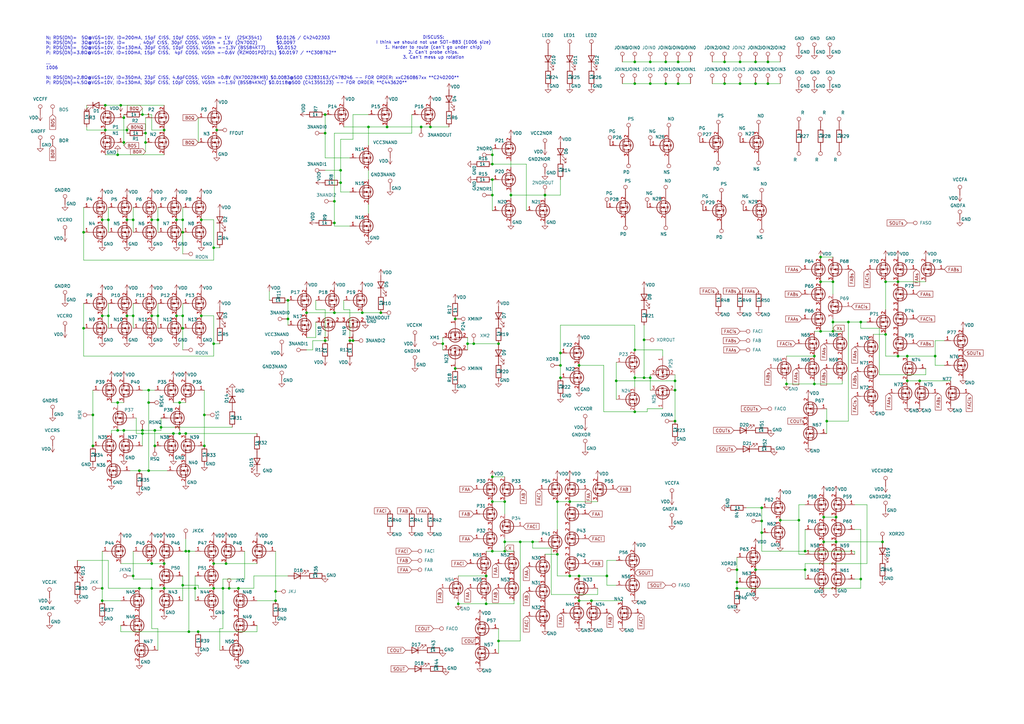
<source format=kicad_sch>
(kicad_sch (version 20250114) (generator "eeschema") (generator_version "9.0")
  (paper "A3")
  (text "DISCUSS:\nI think we should not use SOT-883 (1006 size)\n1. Harder to route (can't go under chip)\n2. Can't probe chips.\n3. Can't mess up rotation" (at 177.8 19.558 0) (effects (font (size 1.27 1.27))))
  (text "N: RDS(ON)=  5Ω@VGS=10V, ID=200mA, 15pF CISS, 10pF COSS, VGSth = 1V   (2SK3541)      $0.0126 / C42402303\nN: RDS(ON)=  3Ω@VGS=10V, ID=      , 40pF CISS, 30pF COSS, VGSth = 1.3V (2N7002)        $0.0097\nP: RDS(ON)=  5Ω@VGS=10V, ID=130mA, 30pF CISS, 10pF COSS, VGSth =-1.3V (BSS84KT7)     $0.0152\nP: RDS(ON)=3.8Ω@VGS=10V, ID=100mA, 15pF CISS,  4pF COSS, VGSth =-0.6V (RZM001P02T2L) $0.0197 / **C308762**\n\n...\n1006\n\nN: RDS(ON)=2.8Ω@VGS=10V, ID=350mA, 23pF CISS, 4.6pFCOSS, VGSth =0.8V (NX7002BKMB) $0.0083@500 C3283163/C478246 -- FOR ORDER: xxC260867xx **C240200**\nP: RDS(ON)=4.5Ω@VGS=10V, ID=130mA, 30pF CISS, 10pF COSS, VGSth =-1.5V (BSS84KNC) $0.0118@500 (C41355123) -- FOR ORDER: **C443620**\n\n" (at 18.796 25.908 0) (effects (font (size 1.27 1.27)) (justify left)))
  (junction (at 58.42 177.8))
  (junction (at 278.13 25.4))
  (junction (at 49.53 43.18))
  (junction (at 97.79 241.3))
  (junction (at 41.91 241.3))
  (junction (at 303.53 34.29))
  (junction (at 125.73 128.27))
  (junction (at 330.2 226.06))
  (junction (at 186.69 130.81))
  (junction (at 341.63 135.89))
  (junction (at 58.42 176.53))
  (junction (at 118.11 130.81))
  (junction (at 74.93 95.25))
  (junction (at 82.55 90.17))
  (junction (at 266.7 34.29))
  (junction (at 297.18 34.29))
  (junction (at 172.72 52.07))
  (junction (at 76.2 226.06))
  (junction (at 52.07 53.34))
  (junction (at 87.63 231.14))
  (junction (at 148.59 128.27))
  (junction (at 273.05 25.4))
  (junction (at 337.82 212.09))
  (junction (at 347.98 132.08))
  (junction (at 71.12 177.8))
  (junction (at 181.61 140.97))
  (junction (at 137.16 91.44))
  (junction (at 199.39 247.65))
  (junction (at 93.98 241.3))
  (junction (at 66.04 175.26))
  (junction (at 58.42 46.99))
  (junction (at 67.31 53.34))
  (junction (at 41.91 246.38))
  (junction (at 194.31 140.97))
  (junction (at 48.26 63.5))
  (junction (at 266.7 154.94))
  (junction (at 77.47 259.08))
  (junction (at 158.75 52.07))
  (junction (at 191.77 140.97))
  (junction (at 353.06 237.49))
  (junction (at 186.69 151.13))
  (junction (at 229.87 154.94))
  (junction (at 80.01 241.3))
  (junction (at 62.23 90.17))
  (junction (at 82.55 129.54))
  (junction (at 363.22 137.16))
  (junction (at 83.82 170.18))
  (junction (at 73.66 165.1))
  (junction (at 50.8 48.26))
  (junction (at 252.73 156.21))
  (junction (at 276.86 156.21))
  (junction (at 91.44 241.3))
  (junction (at 133.35 139.7))
  (junction (at 41.91 90.17))
  (junction (at 297.18 25.4))
  (junction (at 201.93 63.5))
  (junction (at 187.96 247.65))
  (junction (at 67.31 231.14))
  (junction (at 59.69 58.42))
  (junction (at 312.42 218.44))
  (junction (at 204.47 140.97))
  (junction (at 334.01 146.05))
  (junction (at 59.69 54.61))
  (junction (at 64.77 90.17))
  (junction (at 229.87 144.78))
  (junction (at 74.93 240.03))
  (junction (at 57.15 241.3))
  (junction (at 60.96 193.04))
  (junction (at 62.23 129.54))
  (junction (at 383.54 146.05))
  (junction (at 199.39 236.22))
  (junction (at 302.26 238.76))
  (junction (at 74.93 90.17))
  (junction (at 320.04 213.36))
  (junction (at 83.82 182.88))
  (junction (at 242.57 246.38))
  (junction (at 372.11 146.05))
  (junction (at 264.16 154.94))
  (junction (at 336.55 135.89))
  (junction (at 143.51 139.7))
  (junction (at 139.7 69.85))
  (junction (at 260.35 25.4))
  (junction (at 63.5 182.88))
  (junction (at 260.35 143.51))
  (junction (at 62.23 231.14))
  (junction (at 60.96 165.1))
  (junction (at 38.1 182.88))
  (junction (at 309.88 34.29))
  (junction (at 87.63 140.97))
  (junction (at 67.31 241.3))
  (junction (at 76.2 177.8))
  (junction (at 63.5 176.53))
  (junction (at 213.36 222.25))
  (junction (at 113.03 246.38))
  (junction (at 201.93 205.74))
  (junction (at 207.01 205.74))
  (junction (at 77.47 226.06))
  (junction (at 57.15 193.04))
  (junction (at 139.7 74.93))
  (junction (at 54.61 90.17))
  (junction (at 74.93 129.54))
  (junction (at 339.09 172.72))
  (junction (at 363.22 115.57))
  (junction (at 151.13 52.07))
  (junction (at 223.52 80.01))
  (junction (at 341.63 115.57))
  (junction (at 156.21 128.27))
  (junction (at 87.63 101.6))
  (junction (at 273.05 34.29))
  (junction (at 201.93 226.06))
  (junction (at 260.35 168.91))
  (junction (at 133.35 46.99))
  (junction (at 133.35 54.61))
  (junction (at 74.93 134.62))
  (junction (at 60.96 160.02))
  (junction (at 48.26 165.1))
  (junction (at 309.88 25.4))
  (junction (at 337.82 222.25))
  (junction (at 260.35 34.29))
  (junction (at 43.18 53.34))
  (junction (at 72.39 90.17))
  (junction (at 276.86 160.02))
  (junction (at 302.26 233.68))
  (junction (at 144.78 139.7))
  (junction (at 44.45 90.17))
  (junction (at 176.53 52.07))
  (junction (at 137.16 128.27))
  (junction (at 64.77 129.54))
  (junction (at 73.66 177.8))
  (junction (at 368.3 146.05))
  (junction (at 361.95 222.25))
  (junction (at 266.7 25.4))
  (junction (at 264.16 139.3877))
  (junction (at 314.96 25.4))
  (junction (at 88.9 53.34))
  (junction (at 377.19 156.21))
  (junction (at 201.93 195.58))
  (junction (at 43.18 43.18))
  (junction (at 312.42 208.28))
  (junction (at 312.42 213.6884))
  (junction (at 87.63 241.3))
  (junction (at 207.01 226.06))
  (junction (at 38.1 170.18))
  (junction (at 50.8 176.53))
  (junction (at 52.07 90.17))
  (junction (at 201.93 73.66))
  (junction (at 303.53 25.4))
  (junction (at 201.93 67.31))
  (junction (at 314.96 34.29))
  (junction (at 118.11 123.19))
  (junction (at 218.44 222.25))
  (junction (at 201.93 80.01))
  (junction (at 113.03 242.57))
  (junction (at 228.6 205.74))
  (junction (at 62.23 241.3))
  (junction (at 44.45 129.54))
  (junction (at 237.49 236.22))
  (junction (at 207.01 222.25))
  (junction (at 92.71 231.14))
  (junction (at 72.39 129.54))
  (junction (at 341.63 132.08))
  (junction (at 54.61 236.22))
  (junction (at 137.16 82.55))
  (junction (at 336.55 115.57))
  (junction (at 237.49 149.86))
  (junction (at 342.9 212.09))
  (junction (at 204.47 262.89))
  (junction (at 233.68 236.22))
  (junction (at 81.28 259.08))
  (junction (at 260.35 154.94))
  (junction (at 48.26 176.53))
  (junction (at 237.49 246.38))
  (junction (at 322.58 157.48))
  (junction (at 209.55 80.01))
  (junction (at 334.01 157.48))
  (junction (at 229.87 149.86))
  (junction (at 34.29 134.62))
  (junction (at 233.68 205.74))
  (junction (at 228.6 227.33))
  (junction (at 52.07 129.54))
  (junction (at 41.91 129.54))
  (junction (at 327.66 213.36))
  (junction (at 342.9 222.25))
  (junction (at 368.3 115.57))
  (junction (at 330.2 233.68))
  (junction (at 309.88 233.68))
  (junction (at 276.86 172.72))
  (junction (at 248.92 236.22))
  (junction (at 302.26 241.3))
  (junction (at 372.11 156.21))
  (junction (at 54.61 129.54))
  (junction (at 353.06 132.08))
  (junction (at 336.55 105.41))
  (junction (at 34.29 95.25))
  (junction (at 50.8 58.42))
  (junction (at 278.13 34.29))
  (wire (pts (xy 372.11 146.05) (xy 383.54 146.05)))
  (wire (pts (xy 91.44 241.3) (xy 93.98 241.3)))
  (wire (pts (xy 83.82 160.02) (xy 83.82 170.18)))
  (wire (pts (xy 158.75 52.07) (xy 172.72 52.07)))
  (wire (pts (xy 302.26 241.3) (xy 302.26 238.76)))
  (wire (pts (xy 87.63 101.6) (xy 90.17 101.6)))
  (wire (pts (xy 276.86 156.21) (xy 276.86 160.02)))
  (wire (pts (xy 73.66 165.1) (xy 76.2 165.1)))
  (wire (pts (xy 363.22 115.57) (xy 368.3 115.57)))
  (wire (pts (xy 207.01 210.82) (xy 207.01 205.74)))
  (wire (pts (xy 59.69 48.26) (xy 59.69 54.61)))
  (wire (pts (xy 266.7 154.94) (xy 266.7 160.02)))
  (wire (pts (xy 50.8 165.1) (xy 48.26 165.1)))
  (wire (pts (xy 74.93 129.54) (xy 74.93 134.62)))
  (wire (pts (xy 66.04 175.26) (xy 66.04 171.45)))
  (wire (pts (xy 187.96 246.38) (xy 187.96 247.65)))
  (wire (pts (xy 213.36 262.89) (xy 204.47 262.89)))
  (wire (pts (xy 379.73 151.13) (xy 379.73 153.67)))
  (wire (pts (xy 57.15 241.3) (xy 62.23 241.3)))
  (wire (pts (xy 360.68 134.62) (xy 353.06 134.62)))
  (wire (pts (xy 334.01 135.89) (xy 336.55 135.89)))
  (wire (pts (xy 297.18 34.29) (xy 303.53 34.29)))
  (wire (pts (xy 87.63 101.6) (xy 87.63 106.68)))
  (wire (pts (xy 87.63 231.14) (xy 92.71 231.14)))
  (wire (pts (xy 336.55 135.89) (xy 341.63 135.89)))
  (wire (pts (xy 379.73 153.67) (xy 360.68 153.67)))
  (wire (pts (xy 76.2 177.8) (xy 105.41 177.8)))
  (wire (pts (xy 309.88 25.4) (xy 314.96 25.4)))
  (wire (pts (xy 292.1 25.4) (xy 297.18 25.4)))
  (wire (pts (xy 76.2 226.06) (xy 77.47 226.06)))
  (wire (pts (xy 81.28 48.26) (xy 81.28 58.42)))
  (wire (pts (xy 72.39 90.17) (xy 74.93 90.17)))
  (wire (pts (xy 209.55 80.01) (xy 223.52 80.01)))
  (wire (pts (xy 74.93 226.06) (xy 76.2 226.06)))
  (wire (pts (xy 58.42 177.8) (xy 58.42 182.88)))
  (wire (pts (xy 273.05 34.29) (xy 278.13 34.29)))
  (wire (pts (xy 176.53 52.07) (xy 184.15 52.07)))
  (wire (pts (xy 49.53 231.14) (xy 62.23 231.14)))
  (wire (pts (xy 245.11 241.3) (xy 245.11 243.84)))
  (wire (pts (xy 55.88 177.8) (xy 58.42 177.8)))
  (wire (pts (xy 31.75 229.87) (xy 44.45 229.87)))
  (wire (pts (xy 276.86 172.72) (xy 276.86 160.02)))
  (wire (pts (xy 52.07 53.34) (xy 43.18 53.34)))
  (wire (pts (xy 105.41 259.08) (xy 105.41 256.54)))
  (wire (pts (xy 191.77 138.43) (xy 191.77 140.97)))
  (wire (pts (xy 218.44 222.25) (xy 220.98 222.25)))
  (wire (pts (xy 64.77 257.81) (xy 64.77 266.7)))
  (wire (pts (xy 151.13 52.07) (xy 158.75 52.07)))
  (wire (pts (xy 58.42 44.45) (xy 58.42 46.99)))
  (wire (pts (xy 81.28 241.3) (xy 87.63 241.3)))
  (wire (pts (xy 44.45 85.09) (xy 44.45 90.17)))
  (wire (pts (xy 60.96 160.02) (xy 63.5 160.02)))
  (wire (pts (xy 118.11 236.22) (xy 104.14 236.22)))
  (wire (pts (xy 58.42 46.99) (xy 62.23 46.99)))
  (wire (pts (xy 77.47 226.06) (xy 77.47 259.08)))
  (wire (pts (xy 64.77 85.09) (xy 64.77 90.17)))
  (wire (pts (xy 73.66 176.53) (xy 73.66 177.8)))
  (wire (pts (xy 347.98 172.72) (xy 339.09 172.72)))
  (wire (pts (xy 74.93 85.09) (xy 74.93 90.17)))
  (wire (pts (xy 54.61 124.46) (xy 54.61 129.54)))
  (wire (pts (xy 260.35 34.29) (xy 266.7 34.29)))
  (wire (pts (xy 363.22 137.16) (xy 363.22 146.05)))
  (wire (pts (xy 81.28 259.08) (xy 105.41 259.08)))
  (wire (pts (xy 58.42 160.02) (xy 60.96 160.02)))
  (wire (pts (xy 139.7 78.74) (xy 143.51 78.74)))
  (wire (pts (xy 248.92 236.22) (xy 248.92 229.87)))
  (wire (pts (xy 337.82 222.25) (xy 342.9 222.25)))
  (wire (pts (xy 148.59 128.27) (xy 156.21 128.27)))
  (wire (pts (xy 73.66 177.8) (xy 76.2 177.8)))
  (wire (pts (xy 44.45 229.87) (xy 44.45 241.3)))
  (wire (pts (xy 168.91 54.61) (xy 168.91 46.99)))
  (wire (pts (xy 337.82 212.09) (xy 342.9 212.09)))
  (wire (pts (xy 245.11 243.84) (xy 226.06 243.84)))
  (wire (pts (xy 59.69 54.61) (xy 59.69 58.42)))
  (wire (pts (xy 368.3 146.05) (xy 372.11 146.05)))
  (wire (pts (xy 35.56 53.34) (xy 43.18 53.34)))
  (wire (pts (xy 57.15 193.04) (xy 53.34 193.04)))
  (wire (pts (xy 143.51 92.71) (xy 137.16 92.71)))
  (wire (pts (xy 100.33 237.49) (xy 100.33 226.06)))
  (wire (pts (xy 383.54 146.05) (xy 383.54 139.7)))
  (wire (pts (xy 137.16 91.44) (xy 137.16 92.71)))
  (wire (pts (xy 77.47 259.08) (xy 81.28 259.08)))
  (wire (pts (xy 297.18 25.4) (xy 303.53 25.4)))
  (wire (pts (xy 314.96 34.29) (xy 320.04 34.29)))
  (wire (pts (xy 226.06 224.79) (xy 218.44 224.79)))
  (wire (pts (xy 322.58 156.21) (xy 322.58 157.48)))
  (wire (pts (xy 35.56 43.18) (xy 35.56 44.45)))
  (wire (pts (xy 44.45 90.17) (xy 44.45 95.25)))
  (wire (pts (xy 44.45 124.46) (xy 44.45 129.54)))
  (wire (pts (xy 260.35 154.94) (xy 260.35 158.75)))
  (wire (pts (xy 350.52 227.33) (xy 350.52 226.06)))
  (wire (pts (xy 302.26 233.68) (xy 302.26 238.76)))
  (wire (pts (xy 264.16 133.35) (xy 264.16 139.3877)))
  (wire (pts (xy 60.96 160.02) (xy 60.96 165.1)))
  (wire (pts (xy 181.61 138.43) (xy 181.61 140.97)))
  (wire (pts (xy 58.42 177.8) (xy 71.12 177.8)))
  (wire (pts (xy 144.78 46.99) (xy 144.78 57.15)))
  (wire (pts (xy 62.23 53.34) (xy 67.31 53.34)))
  (wire (pts (xy 355.6 231.14) (xy 330.2 231.14)))
  (wire (pts (xy 327.66 213.36) (xy 327.66 207.01)))
  (wire (pts (xy 43.18 63.5) (xy 48.26 63.5)))
  (wire (pts (xy 87.63 129.54) (xy 87.63 140.97)))
  (wire (pts (xy 74.93 124.46) (xy 74.93 129.54)))
  (wire (pts (xy 71.12 177.8) (xy 73.66 177.8)))
  (wire (pts (xy 248.92 229.87) (xy 252.73 229.87)))
  (wire (pts (xy 34.29 85.09) (xy 34.29 95.25)))
  (wire (pts (xy 151.13 52.07) (xy 151.13 59.69)))
  (wire (pts (xy 64.77 90.17) (xy 64.77 95.25)))
  (wire (pts (xy 54.61 237.49) (xy 62.23 237.49)))
  (wire (pts (xy 82.55 129.54) (xy 87.63 129.54)))
  (wire (pts (xy 58.42 176.53) (xy 63.5 176.53)))
  (wire (pts (xy 260.35 153.67) (xy 260.35 154.94)))
  (wire (pts (xy 113.03 246.38) (xy 105.41 246.38)))
  (wire (pts (xy 194.31 140.97) (xy 204.47 140.97)))
  (wire (pts (xy 264.16 139.3877) (xy 264.16 154.94)))
  (wire (pts (xy 278.13 34.29) (xy 283.21 34.29)))
  (wire (pts (xy 330.2 231.14) (xy 330.2 233.68)))
  (wire (pts (xy 377.19 156.21) (xy 389.89 156.21)))
  (wire (pts (xy 48.26 165.1) (xy 48.26 166.37)))
  (wire (pts (xy 66.04 175.26) (xy 95.25 175.26)))
  (wire (pts (xy 341.63 120.65) (xy 341.63 115.57)))
  (wire (pts (xy 63.5 176.53) (xy 66.04 176.53)))
  (wire (pts (xy 62.23 90.17) (xy 64.77 90.17)))
  (wire (pts (xy 201.93 63.5) (xy 201.93 67.31)))
  (wire (pts (xy 255.27 34.29) (xy 260.35 34.29)))
  (wire (pts (xy 128.27 139.7) (xy 133.35 139.7)))
  (wire (pts (xy 104.14 236.22) (xy 104.14 241.3)))
  (wire (pts (xy 71.12 165.1) (xy 73.66 165.1)))
  (wire (pts (xy 255.27 25.4) (xy 260.35 25.4)))
  (wire (pts (xy 278.13 25.4) (xy 283.21 25.4)))
  (wire (pts (xy 90.17 266.7) (xy 90.17 257.81)))
  (wire (pts (xy 44.45 129.54) (xy 44.45 134.62)))
  (wire (pts (xy 237.49 149.86) (xy 247.65 149.86)))
  (wire (pts (xy 273.05 25.4) (xy 278.13 25.4)))
  (wire (pts (xy 59.69 62.23) (xy 59.69 58.42)))
  (wire (pts (xy 363.22 146.05) (xy 368.3 146.05)))
  (wire (pts (xy 350.52 217.17) (xy 353.06 217.17)))
  (wire (pts (xy 87.63 106.68) (xy 34.29 106.68)))
  (wire (pts (xy 210.82 247.65) (xy 199.39 247.65)))
  (wire (pts (xy 54.61 85.09) (xy 54.61 90.17)))
  (wire (pts (xy 41.91 90.17) (xy 44.45 90.17)))
  (wire (pts (xy 260.35 154.94) (xy 264.16 154.94)))
  (wire (pts (xy 229.87 144.78) (xy 229.87 133.35)))
  (wire (pts (xy 50.8 48.26) (xy 50.8 58.42)))
  (wire (pts (xy 353.06 217.17) (xy 353.06 237.49)))
  (wire (pts (xy 125.73 143.51) (xy 128.27 143.51)))
  (wire (pts (xy 271.78 167.64) (xy 265.43 167.64)))
  (wire (pts (xy 191.77 140.97) (xy 191.77 143.51)))
  (wire (pts (xy 260.35 143.51) (xy 271.78 143.51)))
  (wire (pts (xy 199.39 226.06) (xy 201.93 226.06)))
  (wire (pts (xy 48.26 63.5) (xy 67.31 63.5)))
  (wire (pts (xy 248.92 240.03) (xy 248.92 236.22)))
  (wire (pts (xy 73.66 165.1) (xy 73.66 166.37)))
  (wire (pts (xy 341.63 132.08) (xy 341.63 130.81)))
  (wire (pts (xy 383.54 149.86) (xy 383.54 146.05)))
  (wire (pts (xy 113.03 242.57) (xy 113.03 246.38)))
  (wire (pts (xy 90.17 257.81) (xy 91.44 257.81)))
  (wire (pts (xy 334.01 157.48) (xy 334.01 156.21)))
  (wire (pts (xy 233.68 205.74) (xy 245.11 205.74)))
  (wire (pts (xy 242.57 246.38) (xy 255.27 246.38)))
  (wire (pts (xy 137.16 128.27) (xy 148.59 128.27)))
  (wire (pts (xy 339.09 172.72) (xy 339.09 177.8)))
  (wire (pts (xy 358.14 137.16) (xy 363.22 137.16)))
  (wire (pts (xy 45.72 176.53) (xy 48.26 176.53)))
  (wire (pts (xy 74.93 240.03) (xy 81.28 240.03)))
  (wire (pts (xy 322.58 146.05) (xy 334.01 146.05)))
  (wire (pts (xy 320.04 213.36) (xy 327.66 213.36)))
  (wire (pts (xy 41.91 129.54) (xy 44.45 129.54)))
  (wire (pts (xy 34.29 124.46) (xy 34.29 134.62)))
  (wire (pts (xy 45.72 165.1) (xy 48.26 165.1)))
  (wire (pts (xy 52.07 90.17) (xy 54.61 90.17)))
  (wire (pts (xy 140.97 123.19) (xy 140.97 127)))
  (wire (pts (xy 52.07 52.07) (xy 52.07 53.34)))
  (wire (pts (xy 113.03 226.06) (xy 113.03 242.57)))
  (wire (pts (xy 87.63 241.3) (xy 91.44 241.3)))
  (wire (pts (xy 347.98 132.08) (xy 347.98 172.72)))
  (wire (pts (xy 368.3 115.57) (xy 379.73 115.57)))
  (wire (pts (xy 110.49 119.38) (xy 110.49 123.19)))
  (wire (pts (xy 201.93 80.01) (xy 201.93 86.36)))
  (wire (pts (xy 139.7 57.15) (xy 139.7 69.85)))
  (wire (pts (xy 260.35 25.4) (xy 266.7 25.4)))
  (wire (pts (xy 54.61 226.06) (xy 54.61 236.22)))
  (wire (pts (xy 309.88 34.29) (xy 314.96 34.29)))
  (wire (pts (xy 204.47 262.89) (xy 204.47 267.97)))
  (wire (pts (xy 45.72 177.8) (xy 45.72 176.53)))
  (wire (pts (xy 353.06 132.08) (xy 355.6 132.08)))
  (wire (pts (xy 41.91 226.06) (xy 41.91 241.3)))
  (wire (pts (xy 252.73 148.59) (xy 252.73 156.21)))
  (wire (pts (xy 260.35 133.35) (xy 260.35 143.51)))
  (wire (pts (xy 228.6 205.74) (xy 228.6 217.17)))
  (wire (pts (xy 140.97 52.07) (xy 151.13 52.07)))
  (wire (pts (xy 201.93 67.31) (xy 215.9 67.31)))
  (wire (pts (xy 228.6 205.74) (xy 233.68 205.74)))
  (wire (pts (xy 229.87 144.78) (xy 229.87 149.86)))
  (wire (pts (xy 181.61 140.97) (xy 181.61 143.51)))
  (wire (pts (xy 38.1 160.02) (xy 38.1 170.18)))
  (wire (pts (xy 87.63 146.05) (xy 34.29 146.05)))
  (wire (pts (xy 49.53 43.18) (xy 67.31 43.18)))
  (wire (pts (xy 74.93 143.51) (xy 74.93 134.62)))
  (wire (pts (xy 345.44 135.89) (xy 341.63 135.89)))
  (wire (pts (xy 265.43 168.91) (xy 260.35 168.91)))
  (wire (pts (xy 74.93 104.14) (xy 74.93 95.25)))
  (wire (pts (xy 60.96 193.04) (xy 68.58 193.04)))
  (wire (pts (xy 48.26 62.23) (xy 48.26 63.5)))
  (wire (pts (xy 252.73 240.03) (xy 248.92 240.03)))
  (wire (pts (xy 204.47 257.81) (xy 204.47 262.89)))
  (wire (pts (xy 49.53 256.54) (xy 49.53 259.08)))
  (wire (pts (xy 52.07 54.61) (xy 52.07 53.34)))
  (wire (pts (xy 306.07 208.28) (xy 312.42 208.28)))
  (wire (pts (xy 213.36 222.25) (xy 218.44 222.25)))
  (wire (pts (xy 82.55 90.17) (xy 87.63 90.17)))
  (wire (pts (xy 341.63 135.89) (xy 341.63 132.08)))
  (wire (pts (xy 233.68 236.22) (xy 237.49 236.22)))
  (wire (pts (xy 62.23 241.3) (xy 62.23 257.81)))
  (wire (pts (xy 67.31 241.3) (xy 80.01 241.3)))
  (wire (pts (xy 209.55 78.74) (xy 209.55 80.01)))
  (wire (pts (xy 327.66 213.36) (xy 327.66 227.33)))
  (wire (pts (xy 129.54 127) (xy 129.54 123.19)))
  (wire (pts (xy 125.73 138.43) (xy 129.54 138.43)))
  (wire (pts (xy 54.61 236.22) (xy 54.61 237.49)))
  (wire (pts (xy 139.7 74.93) (xy 139.7 78.74)))
  (wire (pts (xy 312.42 208.28) (xy 312.42 213.6884)))
  (wire (pts (xy 303.53 34.29) (xy 309.88 34.29)))
  (wire (pts (xy 139.7 69.85) (xy 139.7 74.93)))
  (wire (pts (xy 80.01 241.3) (xy 80.01 236.22)))
  (wire (pts (xy 210.82 246.38) (xy 210.82 247.65)))
  (wire (pts (xy 50.8 59.69) (xy 50.8 58.42)))
  (wire (pts (xy 50.8 46.99) (xy 50.8 48.26)))
  (wire (pts (xy 151.13 69.85) (xy 151.13 73.66)))
  (wire (pts (xy 377.19 156.21) (xy 372.11 156.21)))
  (wire (pts (xy 38.1 170.18) (xy 38.1 182.88)))
  (wire (pts (xy 49.53 259.08) (xy 77.47 259.08)))
  (wire (pts (xy 187.96 247.65) (xy 199.39 247.65)))
  (wire (pts (xy 129.54 138.43) (xy 129.54 132.08)))
  (wire (pts (xy 64.77 129.54) (xy 64.77 134.62)))
  (wire (pts (xy 210.82 226.06) (xy 207.01 226.06)))
  (wire (pts (xy 353.06 241.3) (xy 302.26 241.3)))
  (wire (pts (xy 345.44 157.48) (xy 334.01 157.48)))
  (wire (pts (xy 266.7 34.29) (xy 273.05 34.29)))
  (wire (pts (xy 350.52 207.01) (xy 355.6 207.01)))
  (wire (pts (xy 92.71 231.14) (xy 105.41 231.14)))
  (wire (pts (xy 215.9 67.31) (xy 215.9 86.36)))
  (wire (pts (xy 314.96 25.4) (xy 320.04 25.4)))
  (wire (pts (xy 353.06 134.62) (xy 353.06 132.08)))
  (wire (pts (xy 74.93 236.22) (xy 74.93 240.03)))
  (wire (pts (xy 229.87 133.35) (xy 260.35 133.35)))
  (wire (pts (xy 118.11 123.19) (xy 118.11 130.81)))
  (wire (pts (xy 80.01 241.3) (xy 80.01 246.38)))
  (wire (pts (xy 133.35 69.85) (xy 139.7 69.85)))
  (wire (pts (xy 330.2 226.06) (xy 330.2 217.17)))
  (wire (pts (xy 62.23 241.3) (xy 67.31 241.3)))
  (wire (pts (xy 137.16 54.61) (xy 168.91 54.61)))
  (wire (pts (xy 137.16 54.61) (xy 137.16 82.55)))
  (wire (pts (xy 172.72 52.07) (xy 176.53 52.07)))
  (wire (pts (xy 341.63 132.08) (xy 347.98 132.08)))
  (wire (pts (xy 347.98 132.08) (xy 353.06 132.08)))
  (wire (pts (xy 247.65 149.86) (xy 247.65 168.91)))
  (wire (pts (xy 49.53 43.18) (xy 43.18 43.18)))
  (wire (pts (xy 35.56 53.34) (xy 35.56 52.07)))
  (wire (pts (xy 353.06 237.49) (xy 350.52 237.49)))
  (wire (pts (xy 64.77 124.46) (xy 64.77 129.54)))
  (wire (pts (xy 151.13 46.99) (xy 144.78 46.99)))
  (wire (pts (xy 327.66 207.01) (xy 330.2 207.01)))
  (wire (pts (xy 336.55 115.57) (xy 341.63 115.57)))
  (wire (pts (xy 62.23 237.49) (xy 62.23 241.3)))
  (wire (pts (xy 345.44 156.21) (xy 345.44 157.48)))
  (wire (pts (xy 229.87 80.01) (xy 223.52 80.01)))
  (wire (pts (xy 207.01 222.25) (xy 207.01 220.98)))
  (wire (pts (xy 330.2 227.33) (xy 327.66 227.33)))
  (wire (pts (xy 54.61 129.54) (xy 54.61 134.62)))
  (wire (pts (xy 74.93 90.17) (xy 74.93 95.25)))
  (wire (pts (xy 229.87 149.86) (xy 229.87 154.94)))
  (wire (pts (xy 199.39 247.65) (xy 199.39 246.38)))
  (wire (pts (xy 34.29 106.68) (xy 34.29 95.25)))
  (wire (pts (xy 209.55 80.01) (xy 209.55 81.28)))
  (wire (pts (xy 223.52 227.33) (xy 228.6 227.33)))
  (wire (pts (xy 63.5 176.53) (xy 63.5 182.88)))
  (wire (pts (xy 143.51 64.77) (xy 133.35 64.77)))
  (wire (pts (xy 137.16 82.55) (xy 137.16 91.44)))
  (wire (pts (xy 302.26 228.6) (xy 302.26 233.68)))
  (wire (pts (xy 266.7 153.67) (xy 266.7 154.94)))
  (wire (pts (xy 312.42 226.06) (xy 312.42 218.44)))
  (wire (pts (xy 213.36 222.25) (xy 213.36 262.89)))
  (wire (pts (xy 355.6 207.01) (xy 355.6 231.14)))
  (wire (pts (xy 201.93 226.06) (xy 207.01 226.06)))
  (wire (pts (xy 52.07 129.54) (xy 54.61 129.54)))
  (wire (pts (xy 201.93 60.96) (xy 201.93 63.5)))
  (wire (pts (xy 62.23 257.81) (xy 64.77 257.81)))
  (wire (pts (xy 194.31 140.97) (xy 191.77 140.97)))
  (wire (pts (xy 54.61 90.17) (xy 54.61 95.25)))
  (wire (pts (xy 41.91 246.38) (xy 49.53 246.38)))
  (wire (pts (xy 91.44 237.49) (xy 100.33 237.49)))
  (wire (pts (xy 87.63 140.97) (xy 90.17 140.97)))
  (wire (pts (xy 271.78 143.51) (xy 271.78 146.05)))
  (wire (pts (xy 143.51 127) (xy 143.51 139.7)))
  (wire (pts (xy 252.73 156.21) (xy 252.73 163.83)))
  (wire (pts (xy 62.23 231.14) (xy 67.31 231.14)))
  (wire (pts (xy 292.1 34.29) (xy 297.18 34.29)))
  (wire (pts (xy 264.16 154.94) (xy 266.7 154.94)))
  (wire (pts (xy 226.06 243.84) (xy 226.06 224.79)))
  (wire (pts (xy 360.68 153.67) (xy 360.68 134.62)))
  (wire (pts (xy 223.52 80.01) (xy 223.52 81.28)))
  (wire (pts (xy 118.11 130.81) (xy 118.11 133.35)))
  (wire (pts (xy 133.35 64.77) (xy 133.35 54.61)))
  (wire (pts (xy 133.35 139.7) (xy 133.35 127)))
  (wire (pts (xy 207.01 222.25) (xy 213.36 222.25)))
  (wire (pts (xy 50.8 177.8) (xy 50.8 176.53)))
  (wire (pts (xy 201.93 205.74) (xy 207.01 205.74)))
  (wire (pts (xy 276.86 153.67) (xy 276.86 156.21)))
  (wire (pts (xy 339.09 167.64) (xy 339.09 172.72)))
  (wire (pts (xy 252.73 156.21) (xy 276.86 156.21)))
  (wire (pts (xy 125.73 128.27) (xy 137.16 128.27)))
  (wire (pts (xy 309.88 233.68) (xy 330.2 233.68)))
  (wire (pts (xy 322.58 157.48) (xy 334.01 157.48)))
  (wire (pts (xy 44.45 241.3) (xy 57.15 241.3)))
  (wire (pts (xy 209.55 66.04) (xy 209.55 68.58)))
  (wire (pts (xy 128.27 143.51) (xy 128.27 139.7)))
  (wire (pts (xy 60.96 165.1) (xy 60.96 193.04)))
  (wire (pts (xy 50.8 176.53) (xy 58.42 176.53)))
  (wire (pts (xy 336.55 105.41) (xy 341.63 105.41)))
  (wire (pts (xy 218.44 224.79) (xy 218.44 222.25)))
  (wire (pts (xy 387.35 149.86) (xy 383.54 149.86)))
  (wire (pts (xy 60.96 193.04) (xy 57.15 193.04)))
  (wire (pts (xy 76.2 220.98) (xy 76.2 226.06)))
  (wire (pts (xy 265.43 167.64) (xy 265.43 168.91)))
  (wire (pts (xy 72.39 129.54) (xy 74.93 129.54)))
  (wire (pts (xy 83.82 170.18) (xy 83.82 182.88)))
  (wire (pts (xy 353.06 237.49) (xy 353.06 241.3)))
  (wire (pts (xy 34.29 146.05) (xy 34.29 134.62)))
  (wire (pts (xy 104.14 241.3) (xy 97.79 241.3)))
  (wire (pts (xy 74.93 240.03) (xy 74.93 246.38)))
  (wire (pts (xy 330.2 233.68) (xy 330.2 237.49)))
  (wire (pts (xy 62.23 129.54) (xy 64.77 129.54)))
  (wire (pts (xy 312.42 226.06) (xy 330.2 226.06)))
  (wire (pts (xy 91.44 257.81) (xy 91.44 241.3)))
  (wire (pts (xy 342.9 222.25) (xy 361.95 222.25)))
  (wire (pts (xy 77.47 226.06) (xy 80.01 226.06)))
  (wire (pts (xy 383.54 139.7) (xy 387.35 139.7)))
  (wire (pts (xy 134.62 139.7) (xy 133.35 139.7)))
  (wire (pts (xy 62.23 46.99) (xy 62.23 53.34)))
  (wire (pts (xy 133.35 127) (xy 129.54 127)))
  (wire (pts (xy 363.22 115.57) (xy 363.22 127)))
  (wire (pts (xy 151.13 83.82) (xy 151.13 87.63)))
  (wire (pts (xy 140.97 127) (xy 143.51 127)))
  (wire (pts (xy 87.63 90.17) (xy 87.63 101.6)))
  (wire (pts (xy 55.88 171.45) (xy 55.88 177.8)))
  (wire (pts (xy 143.51 139.7) (xy 144.78 139.7)))
  (wire (pts (xy 87.63 140.97) (xy 87.63 146.05)))
  (wire (pts (xy 228.6 227.33) (xy 228.6 236.22)))
  (wire (pts (xy 144.78 57.15) (xy 139.7 57.15)))
  (wire (pts (xy 237.49 236.22) (xy 248.92 236.22)))
  (wire (pts (xy 41.91 241.3) (xy 41.91 246.38)))
  (wire (pts (xy 207.01 226.06) (xy 207.01 222.25)))
  (wire (pts (xy 201.93 73.66) (xy 201.93 80.01)))
  (wire (pts (xy 266.7 25.4) (xy 273.05 25.4)))
  (wire (pts (xy 133.35 54.61) (xy 133.35 46.99)))
  (wire (pts (xy 312.42 213.6884) (xy 312.42 218.44)))
  (wire (pts (xy 187.96 236.22) (xy 199.39 236.22)))
  (wire (pts (xy 330.2 226.06) (xy 350.52 226.06)))
  (wire (pts (xy 247.65 168.91) (xy 260.35 168.91)))
  (wire (pts (xy 303.53 25.4) (xy 309.88 25.4)))
  (wire (pts (xy 229.87 73.66) (xy 229.87 80.01)))
  (wire (pts (xy 228.6 236.22) (xy 233.68 236.22)))
  (wire (pts (xy 50.8 176.53) (xy 48.26 176.53)))
  (wire (pts (xy 93.98 241.3) (xy 97.79 241.3)))
  (wire (pts (xy 91.44 241.3) (xy 91.44 237.49)))
  (wire (pts (xy 201.93 195.58) (xy 207.01 195.58)))
  (wire (pts (xy 242.57 246.38) (xy 237.49 246.38)))
  (wire (pts (xy 81.28 240.03) (xy 81.28 241.3)))
  (wire (pts (xy 66.04 176.53) (xy 66.04 175.26)))
  (global_label "FACis" (shape input) (at 294.64 119.38 180) (property "Intersheetrefs" "${INTERSHEET_REFS}" (effects (hide yes))))
  (global_label "FABs" (shape input) (at 303.53 119.38 180) (property "Intersheetrefs" "${INTERSHEET_REFS}" (effects (hide yes))))
  (global_label "FACis" (shape input) (at 350.52 162.56 270) (property "Intersheetrefs" "${INTERSHEET_REFS}" (effects (hide yes))))
  (global_label "FACis" (shape input) (at 355.6 110.49 270) (property "Intersheetrefs" "${INTERSHEET_REFS}" (effects (hide yes))))
  (global_label "B0S" (shape input) (at 50.8 59.69 0) (property "Intersheetrefs" "${INTERSHEET_REFS}" (effects (hide yes))))
  (global_label "B0Q" (shape input) (at 81.28 58.42 180) (property "Intersheetrefs" "${INTERSHEET_REFS}" (effects (hide yes))))
  (global_label "FABs" (shape input) (at 303.53 139.7 180) (property "Intersheetrefs" "${INTERSHEET_REFS}" (effects (hide yes))))
  (global_label "FACi" (shape input) (at 160.02 209.55 180) (property "Intersheetrefs" "${INTERSHEET_REFS}" (effects (hide yes))))
  (global_label "COUTs" (shape input) (at 300.99 176.53 180) (property "Intersheetrefs" "${INTERSHEET_REFS}" (effects (hide yes))))
  (global_label "B0R" (shape input) (at 59.69 62.23 180) (property "Intersheetrefs" "${INTERSHEET_REFS}" (effects (hide yes))))
  (global_label "FABs" (shape input) (at 350.52 152.4 270) (property "Intersheetrefs" "${INTERSHEET_REFS}" (effects (hide yes))))
  (global_label "SOUT" (shape input) (at 260.35 234.95 0) (property "Intersheetrefs" "${INTERSHEET_REFS}" (effects (hide yes))))
  (global_label "FAA" (shape input) (at 168.91 233.68 180) (property "Intersheetrefs" "${INTERSHEET_REFS}" (effects (hide yes))))
  (global_label "FABs" (shape input) (at 328.93 120.65 180) (property "Intersheetrefs" "${INTERSHEET_REFS}" (effects (hide yes))))
  (global_label "FAAs" (shape input) (at 311.15 119.38 180) (property "Intersheetrefs" "${INTERSHEET_REFS}" (effects (hide yes))))
  (global_label "FAB" (shape input) (at 241.3 231.14 0) (property "Intersheetrefs" "${INTERSHEET_REFS}" (effects (hide yes))))
  (global_label "COUT" (shape input) (at 196.85 262.89 180) (property "Intersheetrefs" "${INTERSHEET_REFS}" (effects (hide yes))))
  (global_label "FAB" (shape input) (at 214.63 200.66 270) (property "Intersheetrefs" "${INTERSHEET_REFS}" (effects (hide yes))))
  (global_label "B0Q" (shape input) (at 81.28 48.26 180) (property "Intersheetrefs" "${INTERSHEET_REFS}" (effects (hide yes))))
  (global_label "FAAs" (shape input) (at 337.82 140.97 270) (property "Intersheetrefs" "${INTERSHEET_REFS}" (effects (hide yes))))
  (global_label "SOUTs" (shape input) (at 394.97 144.78 0) (property "Intersheetrefs" "${INTERSHEET_REFS}" (effects (hide yes))))
  (global_label "FAAs" (shape input) (at 364.49 161.29 270) (property "Intersheetrefs" "${INTERSHEET_REFS}" (effects (hide yes))))
  (global_label "SOUT" (shape input) (at 273.05 240.03 180) (property "Intersheetrefs" "${INTERSHEET_REFS}" (effects (hide yes))))
  (global_label "COUTs" (shape input) (at 312.42 167.64 180) (property "Intersheetrefs" "${INTERSHEET_REFS}" (effects (hide yes))))
  (global_label "FABs" (shape input) (at 384.81 161.29 270) (property "Intersheetrefs" "${INTERSHEET_REFS}" (effects (hide yes))))
  (global_label "FAB" (shape input) (at 168.91 229.87 180) (property "Intersheetrefs" "${INTERSHEET_REFS}" (effects (hide yes))))
  (global_label "FAA" (shape input) (at 176.53 209.55 180) (property "Intersheetrefs" "${INTERSHEET_REFS}" (effects (hide yes))))
  (global_label "FACi" (shape input) (at 191.77 231.14 180) (property "Intersheetrefs" "${INTERSHEET_REFS}" (effects (hide yes))))
  (global_label "FAAs" (shape input) (at 326.39 151.13 270) (property "Intersheetrefs" "${INTERSHEET_REFS}" (effects (hide yes))))
  (global_label "FACi" (shape input) (at 262.89 251.46 270) (property "Intersheetrefs" "${INTERSHEET_REFS}" (effects (hide yes))))
  (global_label "FACis" (shape input) (at 326.39 140.97 180) (property "Intersheetrefs" "${INTERSHEET_REFS}" (effects (hide yes))))
  (global_label "FACis" (shape input) (at 303.53 135.89 180) (property "Intersheetrefs" "${INTERSHEET_REFS}" (effects (hide yes))))
  (global_label "FABs" (shape input) (at 337.82 151.13 270) (property "Intersheetrefs" "${INTERSHEET_REFS}" (effects (hide yes))))
  (global_label "FACis" (shape input) (at 349.25 125.73 0) (property "Intersheetrefs" "${INTERSHEET_REFS}" (effects (hide yes))))
  (global_label "FACi" (shape input) (at 214.63 215.9 0) (property "Intersheetrefs" "${INTERSHEET_REFS}" (effects (hide yes))))
  (global_label "COUT" (shape input) (at 177.8 257.81 180) (property "Intersheetrefs" "${INTERSHEET_REFS}" (effects (hide yes))))
  (global_label "FAB" (shape input) (at 180.34 241.3 270) (property "Intersheetrefs" "${INTERSHEET_REFS}" (effects (hide yes))))
  (global_label "FAB" (shape input) (at 168.91 209.55 180) (property "Intersheetrefs" "${INTERSHEET_REFS}" (effects (hide yes))))
  (global_label "FACi" (shape input) (at 168.91 226.06 180) (property "Intersheetrefs" "${INTERSHEET_REFS}" (effects (hide yes))))
  (global_label "Xs" (shape input) (at 341.63 134.62 0) (property "Intersheetrefs" "${INTERSHEET_REFS}" (effects (hide yes))))
  (global_label "FABs" (shape input) (at 349.25 110.49 270) (property "Intersheetrefs" "${INTERSHEET_REFS}" (effects (hide yes))))
  (global_label "FAA" (shape input) (at 241.3 200.66 270) (property "Intersheetrefs" "${INTERSHEET_REFS}" (effects (hide yes))))
  (global_label "FAA" (shape input) (at 241.3 210.82 0) (property "Intersheetrefs" "${INTERSHEET_REFS}" (effects (hide yes))))
  (global_label "FABs" (shape input) (at 387.35 110.49 0) (property "Intersheetrefs" "${INTERSHEET_REFS}" (effects (hide yes))))
  (global_label "FAA" (shape input) (at 191.77 241.3 270) (property "Intersheetrefs" "${INTERSHEET_REFS}" (effects (hide yes))))
  (global_label "FAAs" (shape input) (at 328.93 130.81 180) (property "Intersheetrefs" "${INTERSHEET_REFS}" (effects (hide yes))))
  (global_label "FAA" (shape input) (at 229.87 251.46 270) (property "Intersheetrefs" "${INTERSHEET_REFS}" (effects (hide yes))))
  (global_label "FAAs" (shape input) (at 303.53 143.51 180) (property "Intersheetrefs" "${INTERSHEET_REFS}" (effects (hide yes))))
  (global_label "COUT" (shape input) (at 166.37 266.7 180) (property "Intersheetrefs" "${INTERSHEET_REFS}" (effects (hide yes))))
  (global_label "FAAs" (shape input) (at 328.93 110.49 180) (property "Intersheetrefs" "${INTERSHEET_REFS}" (effects (hide yes))))
  (global_label "SOUTs" (shape input) (at 302.26 184.15 180) (property "Intersheetrefs" "${INTERSHEET_REFS}" (effects (hide yes))))
  (global_label "FAB" (shape input) (at 194.31 210.82 180) (property "Intersheetrefs" "${INTERSHEET_REFS}" (effects (hide yes))))
  (global_label "B0NQ" (shape input) (at 52.07 52.07 0) (property "Intersheetrefs" "${INTERSHEET_REFS}" (effects (hide yes))))
  (global_label "FACi" (shape input) (at 220.98 200.66 270) (property "Intersheetrefs" "${INTERSHEET_REFS}" (effects (hide yes))))
  (global_label "B0R" (shape input) (at 21.59 59.69 270) (property "Intersheetrefs" "${INTERSHEET_REFS}" (effects (hide yes))))
  (global_label "X" (shape input) (at 207.01 224.79 0) (property "Intersheetrefs" "${INTERSHEET_REFS}" (effects (hide yes))))
  (global_label "SOUTs" (shape input) (at 372.11 91.44 180) (property "Intersheetrefs" "${INTERSHEET_REFS}" (effects (hide yes))))
  (global_label "FAA" (shape input) (at 215.9 232.41 270) (property "Intersheetrefs" "${INTERSHEET_REFS}" (effects (hide yes))))
  (global_label "FACis" (shape input) (at 397.51 161.29 270) (property "Intersheetrefs" "${INTERSHEET_REFS}" (effects (hide yes))))
  (global_label "SOUT" (shape input) (at 167.64 274.32 180) (property "Intersheetrefs" "${INTERSHEET_REFS}" (effects (hide yes))))
  (global_label "COUTs" (shape input) (at 331.47 172.72 180) (property "Intersheetrefs" "${INTERSHEET_REFS}" (effects (hide yes))))
  (global_label "FAB" (shape input) (at 250.19 251.46 270) (property "Intersheetrefs" "${INTERSHEET_REFS}" (effects (hide yes))))
  (global_label "FABs" (shape input) (at 375.92 140.97 0) (property "Intersheetrefs" "${INTERSHEET_REFS}" (effects (hide yes))))
  (global_label "FACis" (shape input) (at 375.92 130.81 0) (property "Intersheetrefs" "${INTERSHEET_REFS}" (effects (hide yes))))
  (global_label "FAA" (shape input) (at 203.2 231.14 270) (property "Intersheetrefs" "${INTERSHEET_REFS}" (effects (hide yes))))
  (global_label "FAA" (shape input) (at 194.31 200.66 180) (property "Intersheetrefs" "${INTERSHEET_REFS}" (effects (hide yes))))
  (global_label "B0Q" (shape input) (at 58.42 44.45 180) (property "Intersheetrefs" "${INTERSHEET_REFS}" (effects (hide yes))))
  (global_label "B0S" (shape input) (at 21.59 46.99 270) (property "Intersheetrefs" "${INTERSHEET_REFS}" (effects (hide yes))))
  (global_label "FAB" (shape input) (at 252.73 200.66 0) (property "Intersheetrefs" "${INTERSHEET_REFS}" (effects (hide yes))))
  (global_label "FACi" (shape input) (at 241.3 220.98 0) (property "Intersheetrefs" "${INTERSHEET_REFS}" (effects (hide yes))))
  (global_label "FAAs" (shape input) (at 350.52 142.24 270) (property "Intersheetrefs" "${INTERSHEET_REFS}" (effects (hide yes))))
  (global_label "FAA" (shape input) (at 194.31 220.98 180) (property "Intersheetrefs" "${INTERSHEET_REFS}" (effects (hide yes))))
  (global_label "FACi" (shape input) (at 215.9 252.73 270) (property "Intersheetrefs" "${INTERSHEET_REFS}" (effects (hide yes))))
  (global_label "FAAs" (shape input) (at 375.92 120.65 0) (property "Intersheetrefs" "${INTERSHEET_REFS}" (effects (hide yes))))
  (global_label "FAAs" (shape input) (at 375.92 110.49 270) (property "Intersheetrefs" "${INTERSHEET_REFS}" (effects (hide yes))))
  (global_label "FABs" (shape input) (at 314.96 151.13 270) (property "Intersheetrefs" "${INTERSHEET_REFS}" (effects (hide yes))))
  (global_label "FAB" (shape input) (at 203.2 241.3 270) (property "Intersheetrefs" "${INTERSHEET_REFS}" (effects (hide yes))))
  (global_label "FAB" (shape input) (at 215.9 242.57 270) (property "Intersheetrefs" "${INTERSHEET_REFS}" (effects (hide yes))))
  (symbol (lib_id "power:GND") (at 340.36 21.59 0) (unit 1)
    (property "Reference" "#PWR079" (effects (hide yes)))
    (property "Value" "GND" (at 342.9 21.336 0))
    (property "Description" "Power symbol creates a global label with name \"GND\" , ground" (effects (hide yes)))
  )
  (symbol (lib_id "power:VDD") (at 260.35 224.79 0) (unit 1)
    (property "Reference" "#PWR0125" (effects (hide yes)))
    (property "Value" "VDD" (at 264.922 223.52 0) (effects (justify right)))
    (property "Description" "Power symbol creates a global label with name \"VDD\"" (effects (hide yes)))
  )
  (symbol (lib_id "power:GND") (at 52.07 139.7 0) (unit 1)
    (property "Reference" "#PWR025" (effects (hide yes)))
    (property "Value" "GND" (at 54.61 139.446 0))
    (property "Description" "Power symbol creates a global label with name \"GND\" , ground" (effects (hide yes)))
  )
  (symbol (lib_id "power:VDD") (at 148.59 118.11 0) (unit 1)
    (property "Reference" "#PWR046" (effects (hide yes)))
    (property "Value" "VDD" (at 153.162 116.84 0) (effects (justify right)))
    (property "Description" "Power symbol creates a global label with name \"VDD\"" (effects (hide yes)))
  )
  (symbol (lib_id "power:VDD") (at 72.39 119.38 0) (unit 1)
    (property "Reference" "#PWR028" (effects (hide yes)))
    (property "Value" "VDD" (at 76.962 118.11 0) (effects (justify right)))
    (property "Description" "Power symbol creates a global label with name \"VDD\"" (effects (hide yes)))
  )
  (symbol (lib_id "Device:Q_PMOS_GSD") (at 293.37 86.36 0) (mirror x) (unit 1)
    (property "Reference" "P29" (at 289.306 83.058 0) (effects (justify left)))
    (property "Value" "BSS84KNC" (effects (hide yes)))
    (property "Footprint" "cnhardware:DFN1006-3-PCH" (effects (hide yes)))
    (property "Description" "P-MOSFET transistor, gate/source/drain" (effects (hide yes)))
    (property "LCSC" "C443620" (effects (hide yes)))
    (property "Sim.Device" "PMOS" (effects (hide yes)))
    (property "Sim.Type" "VDMOS" (effects (hide yes)))
    (property "Sim.Pins" "1=G 2=S 3=D" (effects (hide yes)))
  )
  (symbol (lib_id "power:GND") (at 72.39 139.7 0) (unit 1)
    (property "Reference" "#PWR029" (effects (hide yes)))
    (property "Value" "GND" (at 74.93 139.446 0))
    (property "Description" "Power symbol creates a global label with name \"GND\" , ground" (effects (hide yes)))
  )
  (symbol (lib_id "power:GND") (at 303.53 127 0) (unit 1)
    (property "Reference" "#PWR0149" (effects (hide yes)))
    (property "Value" "GND" (at 306.324 129.032 0))
    (property "Description" "Power symbol creates a global label with name \"GND\" , ground" (effects (hide yes)))
  )
  (symbol (lib_id "power:VDD") (at 394.97 134.62 0) (unit 1)
    (property "Reference" "#PWR0164" (effects (hide yes)))
    (property "Value" "VDD" (at 399.542 133.35 0) (effects (justify right)))
    (property "Description" "Power symbol creates a global label with name \"VDD\"" (effects (hide yes)))
  )
  (symbol (lib_id "Connector:TestPoint") (at 172.72 52.07 180) (unit 1) (in_bom no)
    (property "Reference" "TP12" (effects (hide yes)))
    (property "Value" "3NANDOUT" (at 175.26 55.3719 0) (effects (justify right)))
    (property "Footprint" "cnhardware:TPTHRU" (effects (hide yes)))
    (property "Description" "test point" (effects (hide yes)))
    (property "LCSC" "C25503131" (effects (hide yes)))
  )
  (symbol (lib_id "power:GND") (at 95.25 160.02 180) (unit 1)
    (property "Reference" "#PWR0106" (effects (hide yes)))
    (property "Value" "GND" (at 98.298 160.274 0))
    (property "Description" "Power symbol creates a global label with name \"GND\" , ground" (effects (hide yes)))
  )
  (symbol (lib_id "power:GND") (at 209.55 91.44 0) (unit 1)
    (property "Reference" "#PWR053" (effects (hide yes)))
    (property "Value" "GND" (at 212.09 91.186 0))
    (property "Description" "Power symbol creates a global label with name \"GND\" , ground" (effects (hide yes)))
  )
  (symbol (lib_id "Connector:TestPoint") (at 83.82 170.18 270) (unit 1) (in_bom no)
    (property "Reference" "TP109" (effects (hide yes)))
    (property "Value" "RSS" (at 89.154 172.212 0) (effects (justify right)))
    (property "Footprint" "cnhardware:TPTHRU" (effects (hide yes)))
    (property "Description" "test point" (effects (hide yes)))
    (property "LCSC" "C25503131" (effects (hide yes)))
  )
  (symbol (lib_id "Connector:TestPoint") (at 137.16 82.55 90) (unit 1) (in_bom no)
    (property "Reference" "TP15" (effects (hide yes)))
    (property "Value" "3NANDI2" (at 133.858 80.01 90))
    (property "Footprint" "cnhardware:TPTHRU" (effects (hide yes)))
    (property "Description" "test point" (effects (hide yes)))
    (property "LCSC" "C25503131" (effects (hide yes)))
  )
  (symbol (lib_id "Device:R") (at 176.53 213.36 0) (unit 1)
    (property "Reference" "R42" (at 179.324 213.36 0))
    (property "Value" "1k" (at 176.53 213.106 90))
    (property "Footprint" "cnhardware:R_0402_1005Metric_COMPACT" (effects (hide yes)))
    (property "Description" "Resistor" (effects (hide yes)))
    (property "LCSC" "C11702" (effects (hide yes)))
  )
  (symbol (lib_id "power:VDD") (at 275.59 204.47 180) (unit 1)
    (property "Reference" "#PWR0133" (effects (hide yes)))
    (property "Value" "VDD" (at 271.018 205.74 0) (effects (justify right)))
    (property "Description" "Power symbol creates a global label with name \"VDD\"" (effects (hide yes)))
  )
  (symbol (lib_id "Connector:TestPoint") (at 309.88 34.29 0) (unit 1) (in_bom no)
    (property "Reference" "TP94" (effects (hide yes)))
    (property "Value" "JOIN3" (at 312.166 28.448 0) (effects (justify right)))
    (property "Footprint" "cnhardware:TPTHRU" (effects (hide yes)))
    (property "Description" "test point" (effects (hide yes)))
    (property "LCSC" "C25503131" (effects (hide yes)))
  )
  (symbol (lib_id "power:VDD") (at 229.87 58.42 0) (unit 1)
    (property "Reference" "#PWR058" (effects (hide yes)))
    (property "Value" "VDD" (at 234.442 57.15 0) (effects (justify right)))
    (property "Description" "Power symbol creates a global label with name \"VDD\"" (effects (hide yes)))
  )
  (symbol (lib_id "power:VDD") (at 363.22 105.41 0) (unit 1)
    (property "Reference" "#PWR0158" (effects (hide yes)))
    (property "Value" "VDD" (at 367.792 104.14 0) (effects (justify right)))
    (property "Description" "Power symbol creates a global label with name \"VDD\"" (effects (hide yes)))
  )
  (symbol (lib_id "power:VDD") (at 105.41 220.98 0) (unit 1)
    (property "Reference" "#PWR089" (effects (hide yes)))
    (property "Value" "VDD" (at 109.982 219.71 0) (effects (justify right)))
    (property "Description" "Power symbol creates a global label with name \"VDD\"" (effects (hide yes)))
  )
  (symbol (lib_id "Device:Q_NMOS_GSD") (at 379.73 161.29 0) (mirror y) (unit 1)
    (property "Reference" "N75" (at 382.778 157.734 0) (effects (justify left)))
    (property "Value" "2SK3541" (effects (hide yes)))
    (property "Footprint" "cnhardware:DFN1006-3-NCH" (effects (hide yes)))
    (property "Description" "N-MOSFET transistor, gate/source/drain" (effects (hide yes)))
    (property "LCSC" "C240200" (effects (hide yes)))
    (property "Sim.Device" "NMOS" (effects (hide yes)))
    (property "Sim.Type" "VDMOS" (effects (hide yes)))
    (property "Sim.Pins" "1=G 2=S 3=D" (effects (hide yes)))
  )
  (symbol (lib_id "Device:Q_NMOS_GSD") (at 54.61 246.38 0) (unit 1)
    (property "Reference" "N45" (at 51.562 242.824 0) (effects (justify left)))
    (property "Value" "2SK3541" (effects (hide yes)))
    (property "Footprint" "cnhardware:SOT-723-COMPACT" (effects (hide yes)))
    (property "Description" "N-MOSFET transistor, gate/source/drain" (effects (hide yes)))
    (property "LCSC" "C42402303" (effects (hide yes)))
    (property "Sim.Device" "NMOS" (effects (hide yes)))
    (property "Sim.Type" "VDMOS" (effects (hide yes)))
    (property "Sim.Pins" "1=G 2=S 3=D" (effects (hide yes)))
  )
  (symbol (lib_id "Device:R") (at 204.47 137.16 0) (unit 1)
    (property "Reference" "R19" (at 206.756 137.16 0))
    (property "Value" "1k" (at 204.47 136.906 90))
    (property "Footprint" "cnhardware:R_0402_1005Metric_COMPACT" (effects (hide yes)))
    (property "Description" "Resistor" (effects (hide yes)))
    (property "LCSC" "C11702" (effects (hide yes)))
  )
  (symbol (lib_id "Device:LED") (at 156.21 116.84 90) (unit 1)
    (property "Reference" "D5" (at 158.496 115.316 0) (effects (justify right)))
    (property "Value" "LED" (effects (hide yes)))
    (property "Footprint" "cnhardware:LED_0402_1005Metric_COMPACT" (effects (hide yes)))
    (property "Description" "Light emitting diode" (effects (hide yes)))
    (property "LCSC" "C965793" (effects (hide yes)))
    (property "Sim.Device" "D" (effects (hide yes)))
    (property "Sim.Pins" "1=A 2=K" (effects (hide yes)))
  )
  (symbol (lib_id "Device:Q_PMOS_GSD") (at 69.85 124.46 0) (mirror x) (unit 1)
    (property "Reference" "P12" (at 65.786 121.158 0) (effects (justify left)))
    (property "Value" "BSS84KNC" (effects (hide yes)))
    (property "Footprint" "cnhardware:DFN1006-3-PCH" (effects (hide yes)))
    (property "Description" "P-MOSFET transistor, gate/source/drain" (effects (hide yes)))
    (property "LCSC" "C443620" (effects (hide yes)))
    (property "Sim.Device" "PMOS" (effects (hide yes)))
    (property "Sim.Type" "VDMOS" (effects (hide yes)))
    (property "Sim.Pins" "1=G 2=S 3=D" (effects (hide yes)))
  )
  (symbol (lib_id "Device:Q_NMOS_GSD") (at 59.69 266.7 0) (mirror y) (unit 1)
    (property "Reference" "N47" (at 62.738 263.144 0) (effects (justify left)))
    (property "Value" "2SK3541" (effects (hide yes)))
    (property "Footprint" "cnhardware:SOT-723-COMPACT" (effects (hide yes)))
    (property "Description" "N-MOSFET transistor, gate/source/drain" (effects (hide yes)))
    (property "LCSC" "C42402303" (effects (hide yes)))
    (property "Sim.Device" "NMOS" (effects (hide yes)))
    (property "Sim.Type" "VDMOS" (effects (hide yes)))
    (property "Sim.Pins" "1=G 2=S 3=D" (effects (hide yes)))
  )
  (symbol (lib_id "Connector:TestPoint") (at 21.59 46.99 0) (unit 1) (in_bom no)
    (property "Reference" "TP1" (effects (hide yes)))
    (property "Value" "BOS" (at 24.13 44.9579 0) (effects (justify left)))
    (property "Footprint" "cnhardware:TPTHRU" (effects (hide yes)))
    (property "Description" "test point" (effects (hide yes)))
    (property "LCSC" "C25503131" (effects (hide yes)))
  )
  (symbol (lib_id "power:GND") (at 83.82 190.5 0) (unit 1)
    (property "Reference" "#PWR0109" (effects (hide yes)))
    (property "Value" "GND" (at 86.36 190.246 0))
    (property "Description" "Power symbol creates a global label with name \"GND\" , ground" (effects (hide yes)))
  )
  (symbol (lib_id "Device:Q_PMOS_GSD") (at 334.01 167.64 180) (unit 1)
    (property "Reference" "P67" (at 338.074 164.338 0) (effects (justify left)))
    (property "Value" "RZM001P02T2L" (effects (hide yes)))
    (property "Footprint" "cnhardware:DFN1006-3-PCH" (effects (hide yes)))
    (property "Description" "P-MOSFET transistor, gate/source/drain" (effects (hide yes)))
    (property "LCSC" "C443620" (effects (hide yes)))
    (property "Sim.Device" "PMOS" (effects (hide yes)))
    (property "Sim.Type" "VDMOS" (effects (hide yes)))
    (property "Sim.Pins" "1=G 2=S 3=D" (effects (hide yes)))
  )
  (symbol (lib_id "Device:Q_PMOS_GSD") (at 370.84 110.49 180) (unit 1)
    (property "Reference" "P72" (at 374.904 107.188 0) (effects (justify left)))
    (property "Value" "RZM001P02T2L" (effects (hide yes)))
    (property "Footprint" "cnhardware:DFN1006-3-PCH" (effects (hide yes)))
    (property "Description" "P-MOSFET transistor, gate/source/drain" (effects (hide yes)))
    (property "LCSC" "C443620" (effects (hide yes)))
    (property "Sim.Device" "PMOS" (effects (hide yes)))
    (property "Sim.Type" "VDMOS" (effects (hide yes)))
    (property "Sim.Pins" "1=G 2=S 3=D" (effects (hide yes)))
  )
  (symbol (lib_id "Device:R") (at 327.66 55.88 0) (unit 1)
    (property "Reference" "R27" (at 329.946 55.88 0))
    (property "Value" "1k" (at 327.66 55.626 90))
    (property "Footprint" "cnhardware:R_0402_1005Metric_COMPACT" (effects (hide yes)))
    (property "Description" "Resistor" (effects (hide yes)))
    (property "LCSC" "C11702" (effects (hide yes)))
  )
  (symbol (lib_id "Connector:TestPoint") (at 76.2 220.98 0) (unit 1) (in_bom no)
    (property "Reference" "TP103" (effects (hide yes)))
    (property "Value" "JKCK" (at 78.74 217.6779 0) (effects (justify left)))
    (property "Footprint" "cnhardware:TPTHRU" (effects (hide yes)))
    (property "Description" "test point" (effects (hide yes)))
    (property "LCSC" "C25503131" (effects (hide yes)))
  )
  (symbol (lib_id "Device:Q_NMOS_GSD") (at 309.88 86.36 0) (unit 1)
    (property "Reference" "N29" (at 306.832 82.804 0) (effects (justify left)))
    (property "Value" "NX7002BKMB315" (effects (hide yes)))
    (property "Footprint" "cnhardware:DFN1006-3-NCH" (effects (hide yes)))
    (property "Description" "N-MOSFET transistor, gate/source/drain" (effects (hide yes)))
    (property "LCSC" "C240200" (effects (hide yes)))
    (property "Sim.Device" "NMOS" (effects (hide yes)))
    (property "Sim.Type" "VDMOS" (effects (hide yes)))
    (property "Sim.Pins" "1=G 2=S 3=D" (effects (hide yes)))
  )
  (symbol (lib_id "power:GND") (at 67.31 251.46 0) (unit 1)
    (property "Reference" "#PWR093" (effects (hide yes)))
    (property "Value" "GND" (at 69.85 251.206 0))
    (property "Description" "Power symbol creates a global label with name \"GND\" , ground" (effects (hide yes)))
  )
  (symbol (lib_id "Connector:TestPoint") (at 312.42 213.6884 90) (unit 1) (in_bom no)
    (property "Reference" "TP124" (effects (hide yes)))
    (property "Value" "XOR2A" (at 309.118 211.1484 90))
    (property "Footprint" "cnhardware:TPTHRU" (effects (hide yes)))
    (property "Description" "test point" (effects (hide yes)))
    (property "LCSC" "C25503131" (effects (hide yes)))
  )
  (symbol (lib_id "Device:Q_PMOS_GSD") (at 209.55 200.66 180) (unit 1)
    (property "Reference" "P33" (at 213.614 197.358 0) (effects (justify left)))
    (property "Value" "RZM001P02T2L" (effects (hide yes)))
    (property "Footprint" "cnhardware:SOT-723-COMPACTP" (effects (hide yes)))
    (property "Description" "P-MOSFET transistor, gate/source/drain" (effects (hide yes)))
    (property "LCSC" "C308762" (effects (hide yes)))
    (property "Sim.Device" "PMOS" (effects (hide yes)))
    (property "Sim.Type" "VDMOS" (effects (hide yes)))
    (property "Sim.Pins" "1=G 2=S 3=D" (effects (hide yes)))
  )
  (symbol (lib_id "Device:Q_NMOS_GSD") (at 80.01 134.62 0) (unit 1)
    (property "Reference" "N13" (at 76.962 131.064 0) (effects (justify left)))
    (property "Value" "NX7002BKMB315" (effects (hide yes)))
    (property "Footprint" "cnhardware:DFN1006-3-NCH" (effects (hide yes)))
    (property "Description" "N-MOSFET transistor, gate/source/drain" (effects (hide yes)))
    (property "LCSC" "C240200" (effects (hide yes)))
    (property "Sim.Device" "NMOS" (effects (hide yes)))
    (property "Sim.Type" "VDMOS" (effects (hide yes)))
    (property "Sim.Pins" "1=G 2=S 3=D" (effects (hide yes)))
  )
  (symbol (lib_id "Device:LED") (at 171.45 274.32 180) (unit 1)
    (property "Reference" "D18" (at 169.926 272.034 0) (effects (justify right)))
    (property "Value" "LED" (effects (hide yes)))
    (property "Footprint" "cnhardware:LED_0402_1005Metric_COMPACT" (effects (hide yes)))
    (property "Description" "Light emitting diode" (effects (hide yes)))
    (property "LCSC" "C965793" (effects (hide yes)))
    (property "Sim.Device" "D" (effects (hide yes)))
    (property "Sim.Pins" "1=A 2=K" (effects (hide yes)))
  )
  (symbol (lib_id "Device:Q_NMOS_GSD") (at 392.43 161.29 0) (mirror y) (unit 1)
    (property "Reference" "N77" (at 390.398 155.448 0) (effects (justify left)))
    (property "Value" "2SK3541" (effects (hide yes)))
    (property "Footprint" "cnhardware:DFN1006-3-NCH" (effects (hide yes)))
    (property "Description" "N-MOSFET transistor, gate/source/drain" (effects (hide yes)))
    (property "LCSC" "C240200" (effects (hide yes)))
    (property "Sim.Device" "NMOS" (effects (hide yes)))
    (property "Sim.Type" "VDMOS" (effects (hide yes)))
    (property "Sim.Pins" "1=G 2=S 3=D" (effects (hide yes)))
  )
  (symbol (lib_id "Device:Q_NMOS_GSD") (at 59.69 95.25 0) (unit 1)
    (property "Reference" "N6" (at 56.642 91.694 0) (effects (justify left)))
    (property "Value" "2SK3541" (effects (hide yes)))
    (property "Footprint" "cnhardware:SOT-723-COMPACT" (effects (hide yes)))
    (property "Description" "N-MOSFET transistor, gate/source/drain" (effects (hide yes)))
    (property "LCSC" "C42402303" (effects (hide yes)))
    (property "Sim.Device" "NMOS" (effects (hide yes)))
    (property "Sim.Type" "VDMOS" (effects (hide yes)))
    (property "Sim.Pins" "1=G 2=S 3=D" (effects (hide yes)))
  )
  (symbol (lib_id "Device:R") (at 229.87 158.75 0) (unit 1)
    (property "Reference" "R22" (at 232.156 158.75 0))
    (property "Value" "1k" (at 229.87 158.496 90))
    (property "Footprint" "cnhardware:R_0402_1005Metric_COMPACT" (effects (hide yes)))
    (property "Description" "Resistor" (effects (hide yes)))
    (property "LCSC" "C11702" (effects (hide yes)))
  )
  (symbol (lib_id "Device:Q_PMOS_GSD") (at 271.78 151.13 90) (mirror x) (unit 1)
    (property "Reference" "P25" (at 275.082 147.066 0) (effects (justify left)))
    (property "Value" "RZM001P02T2L" (effects (hide yes)))
    (property "Footprint" "cnhardware:SOT-723-COMPACTP" (effects (hide yes)))
    (property "Description" "P-MOSFET transistor, gate/source/drain" (effects (hide yes)))
    (property "LCSC" "C308762" (effects (hide yes)))
    (property "Sim.Device" "PMOS" (effects (hide yes)))
    (property "Sim.Type" "VDMOS" (effects (hide yes)))
    (property "Sim.Pins" "1=G 2=S 3=D" (effects (hide yes)))
  )
  (symbol (lib_id "power:VDD") (at 72.39 80.01 0) (unit 1)
    (property "Reference" "#PWR011" (effects (hide yes)))
    (property "Value" "VDD" (at 76.962 78.74 0) (effects (justify right)))
    (property "Description" "Power symbol creates a global label with name \"VDD\"" (effects (hide yes)))
  )
  (symbol (lib_id "Connector:TestPoint") (at 311.15 53.34 0) (unit 1) (in_bom no)
    (property "Reference" "TP71" (effects (hide yes)))
    (property "Value" "ND" (at 313.436 47.498 0) (effects (justify right)))
    (property "Footprint" "cnhardware:TPTHRU" (effects (hide yes)))
    (property "Description" "test point" (effects (hide yes)))
    (property "LCSC" "C25503131" (effects (hide yes)))
  )
  (symbol (lib_id "power:GND") (at 322.58 157.48 0) (unit 1)
    (property "Reference" "#PWR0153" (effects (hide yes)))
    (property "Value" "GND" (at 325.374 159.512 0))
    (property "Description" "Power symbol creates a global label with name \"GND\" , ground" (effects (hide yes)))
  )
  (symbol (lib_id "Device:R") (at 31.75 241.3 0) (unit 1)
    (property "Reference" "R30" (at 34.036 241.3 0))
    (property "Value" "1k" (at 31.75 241.046 90))
    (property "Footprint" "cnhardware:R_0402_1005Metric_COMPACT" (effects (hide yes)))
    (property "Description" "Resistor" (effects (hide yes)))
    (property "LCSC" "C11702" (effects (hide yes)))
  )
  (symbol (lib_id "power:VDD") (at 62.23 119.38 0) (unit 1)
    (property "Reference" "#PWR026" (effects (hide yes)))
    (property "Value" "VDD" (at 66.802 118.11 0) (effects (justify right)))
    (property "Description" "Power symbol creates a global label with name \"VDD\"" (effects (hide yes)))
  )
  (symbol (lib_id "Connector:TestPoint") (at 260.35 34.29 0) (unit 1) (in_bom no)
    (property "Reference" "TP62" (effects (hide yes)))
    (property "Value" "JOIN1" (at 262.636 28.448 0) (effects (justify right)))
    (property "Footprint" "cnhardware:TPTHRU" (effects (hide yes)))
    (property "Description" "test point" (effects (hide yes)))
    (property "LCSC" "C25503131" (effects (hide yes)))
  )
  (symbol (lib_id "power:GND") (at 317.5 184.15 0) (unit 1)
    (property "Reference" "#PWR0152" (effects (hide yes)))
    (property "Value" "GND" (at 320.04 183.896 0))
    (property "Description" "Power symbol creates a global label with name \"GND\" , ground" (effects (hide yes)))
  )
  (symbol (lib_id "Device:R") (at 41.91 250.19 0) (unit 1)
    (property "Reference" "R37" (at 44.704 250.19 0))
    (property "Value" "1k" (at 41.91 249.936 90))
    (property "Footprint" "cnhardware:R_0402_1005Metric_COMPACT" (effects (hide yes)))
    (property "Description" "Resistor" (effects (hide yes)))
    (property "LCSC" "C11702" (effects (hide yes)))
  )
  (symbol (lib_id "Device:Q_PMOS_GSD") (at 370.84 130.81 180) (unit 1)
    (property "Reference" "P74" (at 374.904 127.508 0) (effects (justify left)))
    (property "Value" "RZM001P02T2L" (effects (hide yes)))
    (property "Footprint" "cnhardware:DFN1006-3-PCH" (effects (hide yes)))
    (property "Description" "P-MOSFET transistor, gate/source/drain" (effects (hide yes)))
    (property "LCSC" "C443620" (effects (hide yes)))
    (property "Sim.Device" "PMOS" (effects (hide yes)))
    (property "Sim.Type" "VDMOS" (effects (hide yes)))
    (property "Sim.Pins" "1=G 2=S 3=D" (effects (hide yes)))
  )
  (symbol (lib_id "Connector:TestPoint") (at 20.32 245.11 0) (unit 1) (in_bom no)
    (property "Reference" "TP115" (effects (hide yes)))
    (property "Value" "VCCJK" (at 23.368 238.76 0) (effects (justify right)))
    (property "Footprint" "cnhardware:TPTHRU" (effects (hide yes)))
    (property "Description" "test point" (effects (hide yes)))
    (property "LCSC" "C25503131" (effects (hide yes)))
  )
  (symbol (lib_id "power:GND") (at 394.97 154.94 0) (unit 1)
    (property "Reference" "#PWR0165" (effects (hide yes)))
    (property "Value" "GND" (at 397.764 156.972 0))
    (property "Description" "Power symbol creates a global label with name \"GND\" , ground" (effects (hide yes)))
  )
  (symbol (lib_id "power:VDD") (at 76.2 154.94 0) (unit 1)
    (property "Reference" "#PWR098" (effects (hide yes)))
    (property "Value" "VDD" (at 80.772 153.67 0) (effects (justify right)))
    (property "Description" "Power symbol creates a global label with name \"VDD\"" (effects (hide yes)))
  )
  (symbol (lib_id "power:VDD") (at 156.21 113.03 0) (unit 1)
    (property "Reference" "#PWR047" (effects (hide yes)))
    (property "Value" "VDD" (at 160.782 111.76 0) (effects (justify right)))
    (property "Description" "Power symbol creates a global label with name \"VDD\"" (effects (hide yes)))
  )
  (symbol (lib_id "Connector:TestPoint") (at 168.91 226.06 270) (unit 1) (in_bom no)
    (property "Reference" "TP119" (effects (hide yes)))
    (property "Value" "FACi" (at 173.99 226.0599 90) (effects (justify left)))
    (property "Footprint" "cnhardware:TPTHRU" (effects (hide yes)))
    (property "Description" "test point" (effects (hide yes)))
    (property "LCSC" "C25503131" (effects (hide yes)))
  )
  (symbol (lib_id "Device:LED") (at 184.15 40.64 90) (unit 1)
    (property "Reference" "D4" (at 186.436 39.116 0) (effects (justify right)))
    (property "Value" "LED" (effects (hide yes)))
    (property "Footprint" "cnhardware:LED_0402_1005Metric_COMPACT" (effects (hide yes)))
    (property "Description" "Light emitting diode" (effects (hide yes)))
    (property "LCSC" "C965793" (effects (hide yes)))
    (property "Sim.Device" "D" (effects (hide yes)))
    (property "Sim.Pins" "1=A 2=K" (effects (hide yes)))
  )
  (symbol (lib_id "Connector:TestPoint") (at 224.79 20.32 0) (unit 1) (in_bom no)
    (property "Reference" "TP40" (effects (hide yes)))
    (property "Value" "LED0" (at 227.076 14.478 0) (effects (justify right)))
    (property "Footprint" "cnhardware:TPTHRU" (effects (hide yes)))
    (property "Description" "test point" (effects (hide yes)))
    (property "LCSC" "C25503131" (effects (hide yes)))
  )
  (symbol (lib_id "Device:Q_PMOS_GSD") (at 370.84 140.97 180) (unit 1)
    (property "Reference" "P75" (at 374.904 137.668 0) (effects (justify left)))
    (property "Value" "RZM001P02T2L" (effects (hide yes)))
    (property "Footprint" "cnhardware:DFN1006-3-PCH" (effects (hide yes)))
    (property "Description" "P-MOSFET transistor, gate/source/drain" (effects (hide yes)))
    (property "LCSC" "C443620" (effects (hide yes)))
    (property "Sim.Device" "PMOS" (effects (hide yes)))
    (property "Sim.Type" "VDMOS" (effects (hide yes)))
    (property "Sim.Pins" "1=G 2=S 3=D" (effects (hide yes)))
  )
  (symbol (lib_id "Connector:TestPoint") (at 160.02 77.47 0) (unit 1) (in_bom no)
    (property "Reference" "TP17" (effects (hide yes)))
    (property "Value" "GND3NAND" (at 162.306 71.628 0) (effects (justify right)))
    (property "Footprint" "cnhardware:TPTHRU" (effects (hide yes)))
    (property "Description" "test point" (effects (hide yes)))
    (property "LCSC" "C25503131" (effects (hide yes)))
  )
  (symbol (lib_id "Device:Q_NMOS_GSD") (at 39.37 95.25 0) (unit 1)
    (property "Reference" "N4" (at 36.322 91.694 0) (effects (justify left)))
    (property "Value" "2SK3541" (effects (hide yes)))
    (property "Footprint" "cnhardware:SOT-723-COMPACT" (effects (hide yes)))
    (property "Description" "N-MOSFET transistor, gate/source/drain" (effects (hide yes)))
    (property "LCSC" "C42402303" (effects (hide yes)))
    (property "Sim.Device" "NMOS" (effects (hide yes)))
    (property "Sim.Type" "VDMOS" (effects (hide yes)))
    (property "Sim.Pins" "1=G 2=S 3=D" (effects (hide yes)))
  )
  (symbol (lib_id "power:GND") (at 181.61 266.7 0) (unit 1)
    (property "Reference" "#PWR0131" (effects (hide yes)))
    (property "Value" "GND" (at 184.15 266.446 0))
    (property "Description" "Power symbol creates a global label with name \"GND\" , ground" (effects (hide yes)))
  )
  (symbol (lib_id "Connector:TestPoint") (at 242.57 20.32 0) (unit 1) (in_bom no)
    (property "Reference" "TP42" (effects (hide yes)))
    (property "Value" "LED2" (at 244.856 14.478 0) (effects (justify right)))
    (property "Footprint" "cnhardware:TPTHRU" (effects (hide yes)))
    (property "Description" "test point" (effects (hide yes)))
    (property "LCSC" "C25503131" (effects (hide yes)))
  )
  (symbol (lib_id "Connector:TestPoint") (at 393.7 90.17 0) (unit 1) (in_bom no)
    (property "Reference" "TP135" (effects (hide yes)))
    (property "Value" "GNDFA" (at 395.986 84.328 0) (effects (justify right)))
    (property "Footprint" "cnhardware:TPTHRU" (effects (hide yes)))
    (property "Description" "test point" (effects (hide yes)))
    (property "LCSC" "C25503131" (effects (hide yes)))
  )
  (symbol (lib_id "Device:R") (at 336.55 55.88 0) (unit 1)
    (property "Reference" "R28" (at 338.836 55.88 0))
    (property "Value" "1k" (at 336.55 55.626 90))
    (property "Footprint" "cnhardware:R_0402_1005Metric_COMPACT" (effects (hide yes)))
    (property "Description" "Resistor" (effects (hide yes)))
    (property "LCSC" "C11702" (effects (hide yes)))
  )
  (symbol (lib_id "power:VDD") (at 186.69 123.19 0) (unit 1)
    (property "Reference" "#PWR062" (effects (hide yes)))
    (property "Value" "VDD" (at 191.262 121.92 0) (effects (justify right)))
    (property "Description" "Power symbol creates a global label with name \"VDD\"" (effects (hide yes)))
  )
  (symbol (lib_id "power:VDD") (at 158.75 41.91 0) (unit 1)
    (property "Reference" "#PWR034" (effects (hide yes)))
    (property "Value" "VDD" (at 163.322 40.64 0) (effects (justify right)))
    (property "Description" "Power symbol creates a global label with name \"VDD\"" (effects (hide yes)))
  )
  (symbol (lib_id "Device:Q_NMOS_GSD") (at 234.95 154.94 0) (unit 1)
    (property "Reference" "N22" (at 231.902 151.384 0) (effects (justify left)))
    (property "Value" "2SK3541" (effects (hide yes)))
    (property "Footprint" "cnhardware:SOT-723-COMPACT" (effects (hide yes)))
    (property "Description" "N-MOSFET transistor, gate/source/drain" (effects (hide yes)))
    (property "LCSC" "C42402303" (effects (hide yes)))
    (property "Sim.Device" "NMOS" (effects (hide yes)))
    (property "Sim.Type" "VDMOS" (effects (hide yes)))
    (property "Sim.Pins" "1=G 2=S 3=D" (effects (hide yes)))
  )
  (symbol (lib_id "Connector:TestPoint") (at 273.05 80.01 0) (unit 1) (in_bom no)
    (property "Reference" "TP77" (effects (hide yes)))
    (property "Value" "ND" (at 275.336 74.168 0) (effects (justify right)))
    (property "Footprint" "cnhardware:TPTHRU" (effects (hide yes)))
    (property "Description" "test point" (effects (hide yes)))
    (property "LCSC" "C25503131" (effects (hide yes)))
  )
  (symbol (lib_id "Connector:TestPoint") (at 303.53 58.42 0) (unit 1) (in_bom no)
    (property "Reference" "TP70" (effects (hide yes)))
    (property "Value" "NG" (at 305.816 52.578 0) (effects (justify right)))
    (property "Footprint" "cnhardware:TPTHRU" (effects (hide yes)))
    (property "Description" "test point" (effects (hide yes)))
    (property "LCSC" "C25503131" (effects (hide yes)))
  )
  (symbol (lib_id "Device:Q_PMOS_GSD") (at 95.25 226.06 180) (unit 1)
    (property "Reference" "P48" (at 99.314 222.758 0) (effects (justify left)))
    (property "Value" "RZM001P02T2L" (effects (hide yes)))
    (property "Footprint" "cnhardware:SOT-723-COMPACTP" (effects (hide yes)))
    (property "Description" "P-MOSFET transistor, gate/source/drain" (effects (hide yes)))
    (property "LCSC" "C308762" (effects (hide yes)))
    (property "Sim.Device" "PMOS" (effects (hide yes)))
    (property "Sim.Type" "VDMOS" (effects (hide yes)))
    (property "Sim.Pins" "1=G 2=S 3=D" (effects (hide yes)))
  )
  (symbol (lib_id "Connector:TestPoint") (at 16.51 46.99 0) (unit 1) (in_bom no)
    (property "Reference" "TP5" (effects (hide yes)))
    (property "Value" "VCCFF" (at 19.558 40.64 0) (effects (justify right)))
    (property "Footprint" "cnhardware:TPTHRU" (effects (hide yes)))
    (property "Description" "test point" (effects (hide yes)))
    (property "LCSC" "C25503131" (effects (hide yes)))
  )
  (symbol (lib_id "power:VDD") (at 87.63 220.98 0) (unit 1)
    (property "Reference" "#PWR086" (effects (hide yes)))
    (property "Value" "VDD" (at 92.202 219.71 0) (effects (justify right)))
    (property "Description" "Power symbol creates a global label with name \"VDD\"" (effects (hide yes)))
  )
  (symbol (lib_id "power:GND") (at 115.57 156.21 0) (unit 1)
    (property "Reference" "#PWR052" (effects (hide yes)))
    (property "Value" "GND" (at 118.11 155.956 0))
    (property "Description" "Power symbol creates a global label with name \"GND\" , ground" (effects (hide yes)))
  )
  (symbol (lib_id "power:VDD") (at 379.73 105.41 0) (unit 1)
    (property "Reference" "#PWR0162" (effects (hide yes)))
    (property "Value" "VDD" (at 384.302 104.14 0) (effects (justify right)))
    (property "Description" "Power symbol creates a global label with name \"VDD\"" (effects (hide yes)))
  )
  (symbol (lib_id "Connector:TestPoint") (at 223.52 60.96 0) (unit 1) (in_bom no)
    (property "Reference" "TP27" (effects (hide yes)))
    (property "Value" "VCC2NOR" (at 226.568 54.61 0) (effects (justify right)))
    (property "Footprint" "cnhardware:TPTHRU" (effects (hide yes)))
    (property "Description" "test point" (effects (hide yes)))
    (property "LCSC" "C25503131" (effects (hide yes)))
  )
  (symbol (lib_id "Device:Q_PMOS_GSD") (at 199.39 200.66 0) (mirror x) (unit 1)
    (property "Reference" "P30" (at 195.326 197.358 0) (effects (justify left)))
    (property "Value" "RZM001P02T2L" (effects (hide yes)))
    (property "Footprint" "cnhardware:SOT-723-COMPACTP" (effects (hide yes)))
    (property "Description" "P-MOSFET transistor, gate/source/drain" (effects (hide yes)))
    (property "LCSC" "C308762" (effects (hide yes)))
    (property "Sim.Device" "PMOS" (effects (hide yes)))
    (property "Sim.Type" "VDMOS" (effects (hide yes)))
    (property "Sim.Pins" "1=G 2=S 3=D" (effects (hide yes)))
  )
  (symbol (lib_id "Device:Q_NMOS_GSD") (at 331.47 151.13 0) (unit 1)
    (property "Reference" "N66" (at 328.422 147.574 0) (effects (justify left)))
    (property "Value" "2SK3541" (effects (hide yes)))
    (property "Footprint" "cnhardware:DFN1006-3-NCH" (effects (hide yes)))
    (property "Description" "N-MOSFET transistor, gate/source/drain" (effects (hide yes)))
    (property "LCSC" "C240200" (effects (hide yes)))
    (property "Sim.Device" "NMOS" (effects (hide yes)))
    (property "Sim.Type" "VDMOS" (effects (hide yes)))
    (property "Sim.Pins" "1=G 2=S 3=D" (effects (hide yes)))
  )
  (symbol (lib_id "power:GND") (at 294.64 127 0) (unit 1)
    (property "Reference" "#PWR0148" (effects (hide yes)))
    (property "Value" "GND" (at 297.434 129.032 0))
    (property "Description" "Power symbol creates a global label with name \"GND\" , ground" (effects (hide yes)))
  )
  (symbol (lib_id "Connector:TestPoint") (at 266.7 25.4 0) (unit 1) (in_bom no)
    (property "Reference" "TP55" (effects (hide yes)))
    (property "Value" "JOIN0" (at 268.986 19.558 0) (effects (justify right)))
    (property "Footprint" "cnhardware:TPTHRU" (effects (hide yes)))
    (property "Description" "test point" (effects (hide yes)))
    (property "LCSC" "C25503131" (effects (hide yes)))
  )
  (symbol (lib_id "Device:Q_PMOS_GSD") (at 46.99 226.06 0) (mirror x) (unit 1)
    (property "Reference" "P44" (at 42.926 222.758 0) (effects (justify left)))
    (property "Value" "RZM001P02T2L" (effects (hide yes)))
    (property "Footprint" "cnhardware:SOT-723-COMPACTP" (effects (hide yes)))
    (property "Description" "P-MOSFET transistor, gate/source/drain" (effects (hide yes)))
    (property "LCSC" "C308762" (effects (hide yes)))
    (property "Sim.Device" "PMOS" (effects (hide yes)))
    (property "Sim.Type" "VDMOS" (effects (hide yes)))
    (property "Sim.Pins" "1=G 2=S 3=D" (effects (hide yes)))
  )
  (symbol (lib_id "power:GND") (at 71.12 187.96 0) (unit 1)
    (property "Reference" "#PWR0102" (effects (hide yes)))
    (property "Value" "GND" (at 73.66 187.706 0))
    (property "Description" "Power symbol creates a global label with name \"GND\" , ground" (effects (hide yes)))
  )
  (symbol (lib_id "Connector:TestPoint") (at 334.01 35.56 0) (unit 1) (in_bom no)
    (property "Reference" "TP101" (effects (hide yes)))
    (property "Value" "GND" (at 336.296 29.718 0) (effects (justify right)))
    (property "Footprint" "cnhardware:TPTHRU" (effects (hide yes)))
    (property "Description" "test point" (effects (hide yes)))
    (property "LCSC" "C25503131" (effects (hide yes)))
  )
  (symbol (lib_id "power:VDD") (at 342.9 201.93 0) (unit 1)
    (property "Reference" "#PWR0136" (effects (hide yes)))
    (property "Value" "VDD" (at 347.472 200.66 0) (effects (justify right)))
    (property "Description" "Power symbol creates a global label with name \"VDD\"" (effects (hide yes)))
  )
  (symbol (lib_id "Connector:TestPoint") (at 21.59 182.88 0) (unit 1) (in_bom no)
    (property "Reference" "TP112" (effects (hide yes)))
    (property "Value" "VCCRS" (at 24.638 176.53 0) (effects (justify right)))
    (property "Footprint" "cnhardware:TPTHRU" (effects (hide yes)))
    (property "Description" "test point" (effects (hide yes)))
    (property "LCSC" "C25503131" (effects (hide yes)))
  )
  (symbol (lib_id "Device:Q_PMOS_GSD") (at 69.85 226.06 180) (unit 1)
    (property "Reference" "P46" (at 73.914 222.758 0) (effects (justify left)))
    (property "Value" "RZM001P02T2L" (effects (hide yes)))
    (property "Footprint" "cnhardware:SOT-723-COMPACTP" (effects (hide yes)))
    (property "Description" "P-MOSFET transistor, gate/source/drain" (effects (hide yes)))
    (property "LCSC" "C308762" (effects (hide yes)))
    (property "Sim.Device" "PMOS" (effects (hide yes)))
    (property "Sim.Type" "VDMOS" (effects (hide yes)))
    (property "Sim.Pins" "1=G 2=S 3=D" (effects (hide yes)))
  )
  (symbol (lib_id "power:GND") (at 48.26 62.23 180) (unit 1)
    (property "Reference" "#PWR01" (effects (hide yes)))
    (property "Value" "GND" (at 45.72 62.484 0))
    (property "Description" "Power symbol creates a global label with name \"GND\" , ground" (effects (hide yes)))
  )
  (symbol (lib_id "Device:Q_PMOS_GSD") (at 107.95 226.06 180) (unit 1)
    (property "Reference" "P49" (at 112.014 222.758 0) (effects (justify left)))
    (property "Value" "RZM001P02T2L" (effects (hide yes)))
    (property "Footprint" "cnhardware:SOT-723-COMPACTP" (effects (hide yes)))
    (property "Description" "P-MOSFET transistor, gate/source/drain" (effects (hide yes)))
    (property "LCSC" "C308762" (effects (hide yes)))
    (property "Sim.Device" "PMOS" (effects (hide yes)))
    (property "Sim.Type" "VDMOS" (effects (hide yes)))
    (property "Sim.Pins" "1=G 2=S 3=D" (effects (hide yes)))
  )
  (symbol (lib_id "power:GND") (at 88.9 63.5 0) (unit 1)
    (property "Reference" "#PWR02" (effects (hide yes)))
    (property "Value" "GND" (at 91.44 63.246 0))
    (property "Description" "Power symbol creates a global label with name \"GND\" , ground" (effects (hide yes)))
  )
  (symbol (lib_id "Device:Q_PMOS_GSD") (at 307.34 228.6 0) (mirror x) (unit 1)
    (property "Reference" "P63" (at 303.276 225.298 0) (effects (justify left)))
    (property "Value" "RZM001P02T2L" (effects (hide yes)))
    (property "Footprint" "cnhardware:SOT-723-COMPACTP" (effects (hide yes)))
    (property "Description" "P-MOSFET transistor, gate/source/drain" (effects (hide yes)))
    (property "LCSC" "C308762" (effects (hide yes)))
    (property "Sim.Device" "PMOS" (effects (hide yes)))
    (property "Sim.Type" "VDMOS" (effects (hide yes)))
    (property "Sim.Pins" "1=G 2=S 3=D" (effects (hide yes)))
  )
  (symbol (lib_id "power:GND") (at 38.1 190.5 0) (unit 1)
    (property "Reference" "#PWR0108" (effects (hide yes)))
    (property "Value" "GND" (at 35.306 190.5 0))
    (property "Description" "Power symbol creates a global label with name \"GND\" , ground" (effects (hide yes)))
  )
  (symbol (lib_id "power:GND") (at 21.59 170.18 0) (unit 1)
    (property "Reference" "#PWR0103" (effects (hide yes)))
    (property "Value" "GND" (at 24.13 169.926 0))
    (property "Description" "Power symbol creates a global label with name \"GND\" , ground" (effects (hide yes)))
  )
  (symbol (lib_id "Connector:TestPoint") (at 160.02 64.77 0) (unit 1) (in_bom no)
    (property "Reference" "TP16" (effects (hide yes)))
    (property "Value" "VCC3NAND" (at 163.068 58.42 0) (effects (justify right)))
    (property "Footprint" "cnhardware:TPTHRU" (effects (hide yes)))
    (property "Description" "test point" (effects (hide yes)))
    (property "LCSC" "C25503131" (effects (hide yes)))
  )
  (symbol (lib_id "Device:R") (at 57.15 196.85 0) (unit 1)
    (property "Reference" "R35" (at 59.436 196.85 0))
    (property "Value" "1k" (at 57.15 196.596 90))
    (property "Footprint" "cnhardware:R_0402_1005Metric_COMPACT" (effects (hide yes)))
    (property "Description" "Resistor" (effects (hide yes)))
    (property "LCSC" "C11702" (effects (hide yes)))
  )
  (symbol (lib_id "Connector:TestPoint") (at 320.04 34.29 0) (unit 1) (in_bom no)
    (property "Reference" "TP96" (effects (hide yes)))
    (property "Value" "JOIN3" (at 322.326 28.448 0) (effects (justify right)))
    (property "Footprint" "cnhardware:TPTHRU" (effects (hide yes)))
    (property "Description" "test point" (effects (hide yes)))
    (property "LCSC" "C25503131" (effects (hide yes)))
  )
  (symbol (lib_id "Device:Q_PMOS_GSD") (at 43.18 160.02 0) (mirror x) (unit 1)
    (property "Reference" "P39" (at 39.116 156.718 0) (effects (justify left)))
    (property "Value" "RZM001P02T2L" (effects (hide yes)))
    (property "Footprint" "cnhardware:SOT-723-COMPACTP" (effects (hide yes)))
    (property "Description" "P-MOSFET transistor, gate/source/drain" (effects (hide yes)))
    (property "LCSC" "C308762" (effects (hide yes)))
    (property "Sim.Device" "PMOS" (effects (hide yes)))
    (property "Sim.Type" "VDMOS" (effects (hide yes)))
    (property "Sim.Pins" "1=G 2=S 3=D" (effects (hide yes)))
  )
  (symbol (lib_id "Connector:TestPoint") (at 275.59 204.47 0) (unit 1) (in_bom no)
    (property "Reference" "TP122" (effects (hide yes)))
    (property "Value" "VCCFA" (at 278.638 198.12 0) (effects (justify right)))
    (property "Footprint" "cnhardware:TPTHRU" (effects (hide yes)))
    (property "Description" "test point" (effects (hide yes)))
    (property "LCSC" "C25503131" (effects (hide yes)))
  )
  (symbol (lib_id "Device:Q_PMOS_GSD") (at 173.99 46.99 0) (mirror x) (unit 1)
    (property "Reference" "P16" (at 169.926 43.688 0) (effects (justify left)))
    (property "Value" "RZM001P02T2L" (effects (hide yes)))
    (property "Footprint" "cnhardware:SOT-723-COMPACTP" (effects (hide yes)))
    (property "Description" "P-MOSFET transistor, gate/source/drain" (effects (hide yes)))
    (property "LCSC" "C308762" (effects (hide yes)))
    (property "Sim.Device" "PMOS" (effects (hide yes)))
    (property "Sim.Type" "VDMOS" (effects (hide yes)))
    (property "Sim.Pins" "1=G 2=S 3=D" (effects (hide yes)))
  )
  (symbol (lib_id "Connector:TestPoint") (at 186.69 151.13 270) (unit 1) (in_bom no)
    (property "Reference" "TP33" (effects (hide yes)))
    (property "Value" "XMINN" (at 191.77 151.1299 90) (effects (justify left)))
    (property "Footprint" "cnhardware:TPTHRU" (effects (hide yes)))
    (property "Description" "test point" (effects (hide yes)))
    (property "LCSC" "C25503131" (effects (hide yes)))
  )
  (symbol (lib_id "power:VDD") (at 133.35 147.32 180) (unit 1)
    (property "Reference" "#PWR049" (effects (hide yes)))
    (property "Value" "VDD" (at 128.778 148.59 0) (effects (justify right)))
    (property "Description" "Power symbol creates a global label with name \"VDD\"" (effects (hide yes)))
  )
  (symbol (lib_id "Connector:TestPoint") (at 312.42 81.28 0) (unit 1) (in_bom no)
    (property "Reference" "TP83" (effects (hide yes)))
    (property "Value" "ND" (at 314.706 75.438 0) (effects (justify right)))
    (property "Footprint" "cnhardware:TPTHRU" (effects (hide yes)))
    (property "Description" "test point" (effects (hide yes)))
    (property "LCSC" "C25503131" (effects (hide yes)))
  )
  (symbol (lib_id "Device:R") (at 135.89 74.93 90) (unit 1)
    (property "Reference" "R8" (at 135.89 72.644 0))
    (property "Value" "1k" (at 135.636 74.93 90))
    (property "Footprint" "cnhardware:R_0402_1005Metric_COMPACT" (effects (hide yes)))
    (property "Description" "Resistor" (effects (hide yes)))
    (property "LCSC" "C11702" (effects (hide yes)))
  )
  (symbol (lib_id "Device:Q_NMOS_GSD") (at 134.62 134.62 90) (unit 1)
    (property "Reference" "N18" (at 131.064 137.668 0) (effects (justify left)))
    (property "Value" "NX7002BKMB315" (effects (hide yes)))
    (property "Footprint" "cnhardware:DFN1006-3-NCH" (effects (hide yes)))
    (property "Description" "N-MOSFET transistor, gate/source/drain" (effects (hide yes)))
    (property "LCSC" "C240200" (effects (hide yes)))
    (property "Sim.Device" "NMOS" (effects (hide yes)))
    (property "Sim.Type" "VDMOS" (effects (hide yes)))
    (property "Sim.Pins" "1=G 2=S 3=D" (effects (hide yes)))
  )
  (symbol (lib_id "Device:Q_NMOS_GSD") (at 392.43 149.86 0) (unit 1)
    (property "Reference" "N76" (at 389.382 146.304 0) (effects (justify left)))
    (property "Value" "2SK3541" (effects (hide yes)))
    (property "Footprint" "cnhardware:DFN1006-3-NCH" (effects (hide yes)))
    (property "Description" "N-MOSFET transistor, gate/source/drain" (effects (hide yes)))
    (property "LCSC" "C240200" (effects (hide yes)))
    (property "Sim.Device" "NMOS" (effects (hide yes)))
    (property "Sim.Type" "VDMOS" (effects (hide yes)))
    (property "Sim.Pins" "1=G 2=S 3=D" (effects (hide yes)))
  )
  (symbol (lib_id "Device:LED") (at 229.87 62.23 90) (unit 1)
    (property "Reference" "D6" (at 232.156 60.706 0) (effects (justify right)))
    (property "Value" "LED" (effects (hide yes)))
    (property "Footprint" "cnhardware:LED_0402_1005Metric_COMPACT" (effects (hide yes)))
    (property "Description" "Light emitting diode" (effects (hide yes)))
    (property "LCSC" "C965793" (effects (hide yes)))
    (property "Sim.Device" "D" (effects (hide yes)))
    (property "Sim.Pins" "1=A 2=K" (effects (hide yes)))
  )
  (symbol (lib_id "Connector:TestPoint") (at 344.17 52.07 0) (unit 1) (in_bom no)
    (property "Reference" "TP53" (effects (hide yes)))
    (property "Value" "R" (at 346.456 46.228 0) (effects (justify right)))
    (property "Footprint" "cnhardware:TPTHRU" (effects (hide yes)))
    (property "Description" "test point" (effects (hide yes)))
    (property "LCSC" "C25503131" (effects (hide yes)))
  )
  (symbol (lib_id "Connector:TestPoint") (at 393.7 80.01 0) (unit 1) (in_bom no)
    (property "Reference" "TP134" (effects (hide yes)))
    (property "Value" "VCCFA" (at 396.748 73.66 0) (effects (justify right)))
    (property "Footprint" "cnhardware:TPTHRU" (effects (hide yes)))
    (property "Description" "test point" (effects (hide yes)))
    (property "LCSC" "C25503131" (effects (hide yes)))
  )
  (symbol (lib_id "Connector:TestPoint") (at 264.16 139.3877 270) (unit 1) (in_bom no)
    (property "Reference" "TP37" (effects (hide yes)))
    (property "Value" "XOROUT" (at 269.24 139.3876 90) (effects (justify left)))
    (property "Footprint" "cnhardware:TPTHRU" (effects (hide yes)))
    (property "Description" "test point" (effects (hide yes)))
    (property "LCSC" "C25503131" (effects (hide yes)))
  )
  (symbol (lib_id "Device:Q_PMOS_GSD") (at 78.74 160.02 180) (unit 1)
    (property "Reference" "P36" (at 82.804 156.718 0) (effects (justify left)))
    (property "Value" "RZM001P02T2L" (effects (hide yes)))
    (property "Footprint" "cnhardware:SOT-723-COMPACTP" (effects (hide yes)))
    (property "Description" "P-MOSFET transistor, gate/source/drain" (effects (hide yes)))
    (property "LCSC" "C308762" (effects (hide yes)))
    (property "Sim.Device" "PMOS" (effects (hide yes)))
    (property "Sim.Type" "VDMOS" (effects (hide yes)))
    (property "Sim.Pins" "1=G 2=S 3=D" (effects (hide yes)))
  )
  (symbol (lib_id "Device:R") (at 184.15 48.26 0) (unit 1)
    (property "Reference" "R6" (at 186.436 48.26 0))
    (property "Value" "1k" (at 184.15 48.006 90))
    (property "Footprint" "cnhardware:R_0402_1005Metric_COMPACT" (effects (hide yes)))
    (property "Description" "Resistor" (effects (hide yes)))
    (property "LCSC" "C11702" (effects (hide yes)))
  )
  (symbol (lib_id "power:GND") (at 16.51 59.69 0) (unit 1)
    (property "Reference" "#PWR016" (effects (hide yes)))
    (property "Value" "GND" (at 19.05 59.436 0))
    (property "Description" "Power symbol creates a global label with name \"GND\" , ground" (effects (hide yes)))
  )
  (symbol (lib_id "Device:Q_PMOS_GSD") (at 344.17 110.49 180) (unit 1)
    (property "Reference" "P68" (at 348.234 107.188 0) (effects (justify left)))
    (property "Value" "RZM001P02T2L" (effects (hide yes)))
    (property "Footprint" "cnhardware:DFN1006-3-PCH" (effects (hide yes)))
    (property "Description" "P-MOSFET transistor, gate/source/drain" (effects (hide yes)))
    (property "LCSC" "C443620" (effects (hide yes)))
    (property "Sim.Device" "PMOS" (effects (hide yes)))
    (property "Sim.Type" "VDMOS" (effects (hide yes)))
    (property "Sim.Pins" "1=G 2=S 3=D" (effects (hide yes)))
  )
  (symbol (lib_id "power:GND") (at 327.66 35.56 0) (unit 1)
    (property "Reference" "#PWR080" (effects (hide yes)))
    (property "Value" "GND" (at 330.2 35.306 0))
    (property "Description" "Power symbol creates a global label with name \"GND\" , ground" (effects (hide yes)))
  )
  (symbol (lib_id "Connector:TestPoint") (at 233.68 20.32 0) (unit 1) (in_bom no)
    (property "Reference" "TP41" (effects (hide yes)))
    (property "Value" "LED1" (at 235.966 14.478 0) (effects (justify right)))
    (property "Footprint" "cnhardware:TPTHRU" (effects (hide yes)))
    (property "Description" "test point" (effects (hide yes)))
    (property "LCSC" "C25503131" (effects (hide yes)))
  )
  (symbol (lib_id "power:VDD") (at 125.73 118.11 0) (unit 1)
    (property "Reference" "#PWR044" (effects (hide yes)))
    (property "Value" "VDD" (at 130.302 116.84 0) (effects (justify right)))
    (property "Description" "Power symbol creates a global label with name \"VDD\"" (effects (hide yes)))
  )
  (symbol (lib_id "Connector:TestPoint") (at 41.91 241.3 90) (unit 1) (in_bom no)
    (property "Reference" "TP113" (effects (hide yes)))
    (property "Value" "JKK" (at 38.608 238.76 90))
    (property "Footprint" "cnhardware:TPTHRU" (effects (hide yes)))
    (property "Description" "test point" (effects (hide yes)))
    (property "LCSC" "C25503131" (effects (hide yes)))
  )
  (symbol (lib_id "Device:Q_PMOS_GSD") (at 345.44 217.17 180) (unit 1)
    (property "Reference" "P60" (at 349.504 213.868 0) (effects (justify left)))
    (property "Value" "RZM001P02T2L" (effects (hide yes)))
    (property "Footprint" "cnhardware:SOT-723-COMPACTP" (effects (hide yes)))
    (property "Description" "P-MOSFET transistor, gate/source/drain" (effects (hide yes)))
    (property "LCSC" "C308762" (effects (hide yes)))
    (property "Sim.Device" "PMOS" (effects (hide yes)))
    (property "Sim.Type" "VDMOS" (effects (hide yes)))
    (property "Sim.Pins" "1=G 2=S 3=D" (effects (hide yes)))
  )
  (symbol (lib_id "Connector:TestPoint") (at 115.57 156.21 0) (unit 1) (in_bom no)
    (property "Reference" "TP23" (effects (hide yes)))
    (property "Value" "GND3NAND" (at 117.856 150.368 0) (effects (justify right)))
    (property "Footprint" "cnhardware:TPTHRU" (effects (hide yes)))
    (property "Description" "test point" (effects (hide yes)))
    (property "LCSC" "C25503131" (effects (hide yes)))
  )
  (symbol (lib_id "power:VDD") (at 331.47 162.56 0) (unit 1)
    (property "Reference" "#PWR0154" (effects (hide yes)))
    (property "Value" "VDD" (at 336.042 161.29 0) (effects (justify right)))
    (property "Description" "Power symbol creates a global label with name \"VDD\"" (effects (hide yes)))
  )
  (symbol (lib_id "power:GND") (at 377.19 166.37 0) (unit 1)
    (property "Reference" "#PWR0161" (effects (hide yes)))
    (property "Value" "GND" (at 379.984 168.402 0))
    (property "Description" "Power symbol creates a global label with name \"GND\" , ground" (effects (hide yes)))
  )
  (symbol (lib_id "Connector:TestPoint") (at 74.93 143.51 270) (unit 1) (in_bom no)
    (property "Reference" "TP11" (effects (hide yes)))
    (property "Value" "ROON" (at 80.01 144.7799 90) (effects (justify left)))
    (property "Footprint" "cnhardware:TPTHRU" (effects (hide yes)))
    (property "Description" "test point" (effects (hide yes)))
    (property "LCSC" "C25503131" (effects (hide yes)))
  )
  (symbol (lib_id "power:VDD") (at 184.15 36.83 0) (unit 1)
    (property "Reference" "#PWR040" (effects (hide yes)))
    (property "Value" "VDD" (at 188.722 35.56 0) (effects (justify right)))
    (property "Description" "Power symbol creates a global label with name \"VDD\"" (effects (hide yes)))
  )
  (symbol (lib_id "Device:R") (at 198.12 67.31 90) (unit 1)
    (property "Reference" "R16" (at 198.12 65.024 90))
    (property "Value" "1k" (at 197.866 67.31 90))
    (property "Footprint" "cnhardware:R_0402_1005Metric_COMPACT" (effects (hide yes)))
    (property "Description" "Resistor" (effects (hide yes)))
    (property "LCSC" "C11702" (effects (hide yes)))
  )
  (symbol (lib_id "Device:Q_PMOS_GSD") (at 64.77 48.26 0) (mirror x) (unit 1)
    (property "Reference" "P2" (at 60.706 44.958 0) (effects (justify left)))
    (property "Value" "RZM001P02T2L" (effects (hide yes)))
    (property "Footprint" "cnhardware:SOT-723-COMPACTP" (effects (hide yes)))
    (property "Description" "P-MOSFET transistor, gate/source/drain" (effects (hide yes)))
    (property "LCSC" "C308762" (effects (hide yes)))
    (property "Sim.Device" "PMOS" (effects (hide yes)))
    (property "Sim.Type" "VDMOS" (effects (hide yes)))
    (property "Sim.Pins" "1=G 2=S 3=D" (effects (hide yes)))
  )
  (symbol (lib_id "Connector:TestPoint") (at 88.9 53.34 270) (unit 1) (in_bom no)
    (property "Reference" "TP3" (effects (hide yes)))
    (property "Value" "FFOUT" (at 93.98 54.6099 90) (effects (justify left)))
    (property "Footprint" "cnhardware:TPTHRU" (effects (hide yes)))
    (property "Description" "test point" (effects (hide yes)))
    (property "LCSC" "C25503131" (effects (hide yes)))
  )
  (symbol (lib_id "power:GND") (at 223.52 71.12 0) (unit 1)
    (property "Reference" "#PWR057" (effects (hide yes)))
    (property "Value" "GND" (at 226.06 70.866 0))
    (property "Description" "Power symbol creates a global label with name \"GND\" , ground" (effects (hide yes)))
  )
  (symbol (lib_id "Device:Q_NMOS_GSD") (at 69.85 95.25 0) (unit 1)
    (property "Reference" "N7" (at 66.802 91.694 0) (effects (justify left)))
    (property "Value" "2SK3541" (effects (hide yes)))
    (property "Footprint" "cnhardware:SOT-723-COMPACT" (effects (hide yes)))
    (property "Description" "N-MOSFET transistor, gate/source/drain" (effects (hide yes)))
    (property "LCSC" "C42402303" (effects (hide yes)))
    (property "Sim.Device" "NMOS" (effects (hide yes)))
    (property "Sim.Type" "VDMOS" (effects (hide yes)))
    (property "Sim.Pins" "1=G 2=S 3=D" (effects (hide yes)))
  )
  (symbol (lib_id "power:GND") (at 20.32 255.27 0) (unit 1)
    (property "Reference" "#PWR0114" (effects (hide yes)))
    (property "Value" "GND" (at 22.86 255.016 0))
    (property "Description" "Power symbol creates a global label with name \"GND\" , ground" (effects (hide yes)))
  )
  (symbol (lib_id "Device:Q_NMOS_GSD") (at 144.78 134.62 90) (unit 1)
    (property "Reference" "N19" (at 141.224 137.668 0) (effects (justify left)))
    (property "Value" "NX7002BKMB315" (effects (hide yes)))
    (property "Footprint" "cnhardware:DFN1006-3-NCH" (effects (hide yes)))
    (property "Description" "N-MOSFET transistor, gate/source/drain" (effects (hide yes)))
    (property "LCSC" "C240200" (effects (hide yes)))
    (property "Sim.Device" "NMOS" (effects (hide yes)))
    (property "Sim.Type" "VDMOS" (effects (hide yes)))
    (property "Sim.Pins" "1=G 2=S 3=D" (effects (hide yes)))
  )
  (symbol (lib_id "Device:Q_PMOS_GSD") (at 45.72 48.26 180) (unit 1)
    (property "Reference" "P1" (at 48.768 52.07 0) (effects (justify left)))
    (property "Value" "RZM001P02T2L" (effects (hide yes)))
    (property "Footprint" "cnhardware:SOT-723-COMPACTP" (effects (hide yes)))
    (property "Description" "P-MOSFET transistor, gate/source/drain" (effects (hide yes)))
    (property "LCSC" "C308762" (effects (hide yes)))
    (property "Sim.Device" "PMOS" (effects (hide yes)))
    (property "Sim.Type" "VDMOS" (effects (hide yes)))
    (property "Sim.Pins" "1=G 2=S 3=D" (effects (hide yes)))
  )
  (symbol (lib_id "Connector:TestPoint") (at 327.66 21.59 0) (unit 1) (in_bom no)
    (property "Reference" "TP97" (effects (hide yes)))
    (property "Value" "GND" (at 329.946 15.748 0) (effects (justify right)))
    (property "Footprint" "cnhardware:TPTHRU" (effects (hide yes)))
    (property "Description" "test point" (effects (hide yes)))
    (property "LCSC" "C25503131" (effects (hide yes)))
  )
  (symbol (lib_id "Connector:TestPoint") (at 240.03 184.15 0) (unit 1) (in_bom no)
    (property "Reference" "TP39" (effects (hide yes)))
    (property "Value" "GNDXOR" (at 242.316 178.308 0) (effects (justify right)))
    (property "Footprint" "cnhardware:TPTHRU" (effects (hide yes)))
    (property "Description" "test point" (effects (hide yes)))
    (property "LCSC" "C25503131" (effects (hide yes)))
  )
  (symbol (lib_id "Device:Q_PMOS_GSD") (at 39.37 124.46 0) (mirror x) (unit 1)
    (property "Reference" "P9" (at 35.306 121.158 0) (effects (justify left)))
    (property "Value" "BSS84KNC" (effects (hide yes)))
    (property "Footprint" "cnhardware:DFN1006-3-PCH" (effects (hide yes)))
    (property "Description" "P-MOSFET transistor, gate/source/drain" (effects (hide yes)))
    (property "LCSC" "C443620" (effects (hide yes)))
    (property "Sim.Device" "PMOS" (effects (hide yes)))
    (property "Sim.Type" "VDMOS" (effects (hide yes)))
    (property "Sim.Pins" "1=G 2=S 3=D" (effects (hide yes)))
  )
  (symbol (lib_id "Connector:TestPoint") (at 274.32 64.77 180) (unit 1) (in_bom no)
    (property "Reference" "TP47" (effects (hide yes)))
    (property "Value" "NS" (at 272.034 70.612 0) (effects (justify right)))
    (property "Footprint" "cnhardware:TPTHRU" (effects (hide yes)))
    (property "Description" "test point" (effects (hide yes)))
    (property "LCSC" "C25503131" (effects (hide yes)))
  )
  (symbol (lib_id "Connector:TestPoint") (at 276.86 172.72 90) (unit 1) (in_bom no)
    (property "Reference" "TP34" (effects (hide yes)))
    (property "Value" "XORA" (at 273.558 170.18 90))
    (property "Footprint" "cnhardware:TPTHRU" (effects (hide yes)))
    (property "Description" "test point" (effects (hide yes)))
    (property "LCSC" "C25503131" (effects (hide yes)))
  )
  (symbol (lib_id "Device:Q_PMOS_GSD") (at 86.36 48.26 0) (mirror x) (unit 1)
    (property "Reference" "P3" (at 82.296 44.958 0) (effects (justify left)))
    (property "Value" "RZM001P02T2L" (effects (hide yes)))
    (property "Footprint" "cnhardware:SOT-723-COMPACTP" (effects (hide yes)))
    (property "Description" "P-MOSFET transistor, gate/source/drain" (effects (hide yes)))
    (property "LCSC" "C308762" (effects (hide yes)))
    (property "Sim.Device" "PMOS" (effects (hide yes)))
    (property "Sim.Type" "VDMOS" (effects (hide yes)))
    (property "Sim.Pins" "1=G 2=S 3=D" (effects (hide yes)))
  )
  (symbol (lib_id "power:GND") (at 389.89 166.37 0) (unit 1)
    (property "Reference" "#PWR0163" (effects (hide yes)))
    (property "Value" "GND" (at 392.684 168.402 0))
    (property "Description" "Power symbol creates a global label with name \"GND\" , ground" (effects (hide yes)))
  )
  (symbol (lib_id "Device:R") (at 264.16 129.54 0) (unit 1)
    (property "Reference" "R21" (at 266.446 129.54 0))
    (property "Value" "1k" (at 264.16 129.286 90))
    (property "Footprint" "cnhardware:R_0402_1005Metric_COMPACT" (effects (hide yes)))
    (property "Description" "Resistor" (effects (hide yes)))
    (property "LCSC" "C11702" (effects (hide yes)))
  )
  (symbol (lib_id "Device:Q_PMOS_GSD") (at 226.06 222.25 0) (mirror x) (unit 1)
    (property "Reference" "P41" (at 221.996 218.948 0) (effects (justify left)))
    (property "Value" "RZM001P02T2L" (effects (hide yes)))
    (property "Footprint" "cnhardware:SOT-723-COMPACTP" (effects (hide yes)))
    (property "Description" "P-MOSFET transistor, gate/source/drain" (effects (hide yes)))
    (property "LCSC" "C308762" (effects (hide yes)))
    (property "Sim.Device" "PMOS" (effects (hide yes)))
    (property "Sim.Type" "VDMOS" (effects (hide yes)))
    (property "Sim.Pins" "1=G 2=S 3=D" (effects (hide yes)))
  )
  (symbol (lib_id "power:VDD") (at 240.03 173.99 180) (unit 1)
    (property "Reference" "#PWR066" (effects (hide yes)))
    (property "Value" "VDD" (at 235.458 175.26 0) (effects (justify right)))
    (property "Description" "Power symbol creates a global label with name \"VDD\"" (effects (hide yes)))
  )
  (symbol (lib_id "Connector:TestPoint") (at 311.15 63.5 180) (unit 1) (in_bom no)
    (property "Reference" "TP72" (effects (hide yes)))
    (property "Value" "NS" (at 308.864 69.342 0) (effects (justify right)))
    (property "Footprint" "cnhardware:TPTHRU" (effects (hide yes)))
    (property "Description" "test point" (effects (hide yes)))
    (property "LCSC" "C25503131" (effects (hide yes)))
  )
  (symbol (lib_id "Device:Q_PMOS_GSD") (at 199.39 210.82 0) (mirror x) (unit 1)
    (property "Reference" "P31" (at 195.326 207.518 0) (effects (justify left)))
    (property "Value" "RZM001P02T2L" (effects (hide yes)))
    (property "Footprint" "cnhardware:SOT-723-COMPACTP" (effects (hide yes)))
    (property "Description" "P-MOSFET transistor, gate/source/drain" (effects (hide yes)))
    (property "LCSC" "C308762" (effects (hide yes)))
    (property "Sim.Device" "PMOS" (effects (hide yes)))
    (property "Sim.Type" "VDMOS" (effects (hide yes)))
    (property "Sim.Pins" "1=G 2=S 3=D" (effects (hide yes)))
  )
  (symbol (lib_id "Connector:TestPoint") (at 115.57 143.51 0) (unit 1) (in_bom no)
    (property "Reference" "TP22" (effects (hide yes)))
    (property "Value" "VCC3NAND" (at 118.618 137.16 0) (effects (justify right)))
    (property "Footprint" "cnhardware:TPTHRU" (effects (hide yes)))
    (property "Description" "test point" (effects (hide yes)))
    (property "LCSC" "C25503131" (effects (hide yes)))
  )
  (symbol (lib_id "Device:Q_PMOS_GSD") (at 199.39 220.98 0) (mirror x) (unit 1)
    (property "Reference" "P32" (at 195.326 217.678 0) (effects (justify left)))
    (property "Value" "RZM001P02T2L" (effects (hide yes)))
    (property "Footprint" "cnhardware:SOT-723-COMPACTP" (effects (hide yes)))
    (property "Description" "P-MOSFET transistor, gate/source/drain" (effects (hide yes)))
    (property "LCSC" "C308762" (effects (hide yes)))
    (property "Sim.Device" "PMOS" (effects (hide yes)))
    (property "Sim.Type" "VDMOS" (effects (hide yes)))
    (property "Sim.Pins" "1=G 2=S 3=D" (effects (hide yes)))
  )
  (symbol (lib_id "Connector:TestPoint") (at 336.55 52.07 0) (unit 1) (in_bom no)
    (property "Reference" "TP51" (effects (hide yes)))
    (property "Value" "R" (at 338.836 46.228 0) (effects (justify right)))
    (property "Footprint" "cnhardware:TPTHRU" (effects (hide yes)))
    (property "Description" "test point" (effects (hide yes)))
    (property "LCSC" "C25503131" (effects (hide yes)))
  )
  (symbol (lib_id "power:GND") (at 41.91 139.7 0) (unit 1)
    (property "Reference" "#PWR023" (effects (hide yes)))
    (property "Value" "GND" (at 44.45 139.446 0))
    (property "Description" "Power symbol creates a global label with name \"GND\" , ground" (effects (hide yes)))
  )
  (symbol (lib_id "power:GND") (at 187.96 247.65 0) (unit 1)
    (property "Reference" "#PWR0119" (effects (hide yes)))
    (property "Value" "GND" (at 190.754 249.682 0))
    (property "Description" "Power symbol creates a global label with name \"GND\" , ground" (effects (hide yes)))
  )
  (symbol (lib_id "Connector:TestPoint") (at 144.78 139.7 270) (unit 1) (in_bom no)
    (property "Reference" "TP20" (effects (hide yes)))
    (property "Value" "3NANDI2" (at 149.86 139.6999 90) (effects (justify left)))
    (property "Footprint" "cnhardware:TPTHRU" (effects (hide yes)))
    (property "Description" "test point" (effects (hide yes)))
    (property "LCSC" "C25503131" (effects (hide yes)))
  )
  (symbol (lib_id "Connector:TestPoint") (at 260.35 25.4 0) (unit 1) (in_bom no)
    (property "Reference" "TP59" (effects (hide yes)))
    (property "Value" "JOIN0" (at 262.636 19.558 0) (effects (justify right)))
    (property "Footprint" "cnhardware:TPTHRU" (effects (hide yes)))
    (property "Description" "test point" (effects (hide yes)))
    (property "LCSC" "C25503131" (effects (hide yes)))
  )
  (symbol (lib_id "Connector:TestPoint") (at 26.67 123.19 0) (unit 1) (in_bom no)
    (property "Reference" "TP9" (effects (hide yes)))
    (property "Value" "GNDRO" (at 28.956 117.348 0) (effects (justify right)))
    (property "Footprint" "cnhardware:TPTHRU" (effects (hide yes)))
    (property "Description" "test point" (effects (hide yes)))
    (property "LCSC" "C25503131" (effects (hide yes)))
  )
  (symbol (lib_id "Connector:TestPoint") (at 38.1 170.18 90) (unit 1) (in_bom no)
    (property "Reference" "TP108" (effects (hide yes)))
    (property "Value" "RSR" (at 32.766 168.148 0) (effects (justify right)))
    (property "Footprint" "cnhardware:TPTHRU" (effects (hide yes)))
    (property "Description" "test point" (effects (hide yes)))
    (property "LCSC" "C25503131" (effects (hide yes)))
  )
  (symbol (lib_id "power:VDD") (at 245.11 195.58 0) (unit 1)
    (property "Reference" "#PWR0118" (effects (hide yes)))
    (property "Value" "VDD" (at 249.682 194.31 0) (effects (justify right)))
    (property "Description" "Power symbol creates a global label with name \"VDD\"" (effects (hide yes)))
  )
  (symbol (lib_id "power:GND") (at 229.87 162.56 0) (unit 1)
    (property "Reference" "#PWR072" (effects (hide yes)))
    (property "Value" "GND" (at 232.41 162.306 0))
    (property "Description" "Power symbol creates a global label with name \"GND\" , ground" (effects (hide yes)))
  )
  (symbol (lib_id "Device:Q_PMOS_GSD") (at 247.65 200.66 180) (unit 1)
    (property "Reference" "P55" (at 251.714 197.358 0) (effects (justify left)))
    (property "Value" "RZM001P02T2L" (effects (hide yes)))
    (property "Footprint" "cnhardware:SOT-723-COMPACTP" (effects (hide yes)))
    (property "Description" "P-MOSFET transistor, gate/source/drain" (effects (hide yes)))
    (property "LCSC" "C308762" (effects (hide yes)))
    (property "Sim.Device" "PMOS" (effects (hide yes)))
    (property "Sim.Type" "VDMOS" (effects (hide yes)))
    (property "Sim.Pins" "1=G 2=S 3=D" (effects (hide yes)))
  )
  (symbol (lib_id "Device:LED") (at 31.75 233.68 90) (unit 1)
    (property "Reference" "D13" (at 34.036 232.156 0) (effects (justify right)))
    (property "Value" "LED" (effects (hide yes)))
    (property "Footprint" "cnhardware:LED_0402_1005Metric_COMPACT" (effects (hide yes)))
    (property "Description" "Light emitting diode" (effects (hide yes)))
    (property "LCSC" "C965793" (effects (hide yes)))
    (property "Sim.Device" "D" (effects (hide yes)))
    (property "Sim.Pins" "1=A 2=K" (effects (hide yes)))
  )
  (symbol (lib_id "Device:R") (at 312.42 176.53 90) (unit 1)
    (property "Reference" "R51" (at 312.42 174.244 0))
    (property "Value" "1k" (at 312.166 176.53 90))
    (property "Footprint" "cnhardware:R_0402_1005Metric_COMPACT" (effects (hide yes)))
    (property "Description" "Resistor" (effects (hide yes)))
    (property "LCSC" "C11702" (effects (hide yes)))
  )
  (symbol (lib_id "power:GND") (at 223.52 257.81 0) (unit 1)
    (property "Reference" "#PWR0120" (effects (hide yes)))
    (property "Value" "GND" (at 226.314 259.842 0))
    (property "Description" "Power symbol creates a global label with name \"GND\" , ground" (effects (hide yes)))
  )
  (symbol (lib_id "power:VDD") (at 143.51 147.32 180) (unit 1)
    (property "Reference" "#PWR050" (effects (hide yes)))
    (property "Value" "VDD" (at 138.938 148.59 0) (effects (justify right)))
    (property "Description" "Power symbol creates a global label with name \"VDD\"" (effects (hide yes)))
  )
  (symbol (lib_id "Connector:TestPoint") (at 312.42 91.44 180) (unit 1) (in_bom no)
    (property "Reference" "TP84" (effects (hide yes)))
    (property "Value" "NS" (at 310.134 97.282 0) (effects (justify right)))
    (property "Footprint" "cnhardware:TPTHRU" (effects (hide yes)))
    (property "Description" "test point" (effects (hide yes)))
    (property "LCSC" "C25503131" (effects (hide yes)))
  )
  (symbol (lib_id "Connector:TestPoint") (at 118.11 130.81 90) (unit 1) (in_bom no)
    (property "Reference" "TP19" (effects (hide yes)))
    (property "Value" "3NANDI0" (at 114.808 128.27 90))
    (property "Footprint" "cnhardware:TPTHRU" (effects (hide yes)))
    (property "Description" "test point" (effects (hide yes)))
    (property "LCSC" "C25503131" (effects (hide yes)))
  )
  (symbol (lib_id "Device:R") (at 156.21 124.46 0) (unit 1)
    (property "Reference" "R10" (at 158.496 124.46 0))
    (property "Value" "1k" (at 156.21 124.206 90))
    (property "Footprint" "cnhardware:R_0402_1005Metric_COMPACT" (effects (hide yes)))
    (property "Description" "Resistor" (effects (hide yes)))
    (property "LCSC" "C11702" (effects (hide yes)))
  )
  (symbol (lib_id "Device:R") (at 133.35 143.51 180) (unit 1)
    (property "Reference" "R12" (at 131.064 143.51 0))
    (property "Value" "1k" (at 133.35 143.764 90))
    (property "Footprint" "cnhardware:R_0402_1005Metric_COMPACT" (effects (hide yes)))
    (property "Description" "Resistor" (effects (hide yes)))
    (property "LCSC" "C11702" (effects (hide yes)))
  )
  (symbol (lib_id "Device:Q_PMOS_GSD") (at 360.68 132.08 0) (mirror x) (unit 1)
    (property "Reference" "P71" (at 356.616 128.778 0) (effects (justify left)))
    (property "Value" "RZM001P02T2L" (effects (hide yes)))
    (property "Footprint" "cnhardware:DFN1006-3-PCH" (effects (hide yes)))
    (property "Description" "P-MOSFET transistor, gate/source/drain" (effects (hide yes)))
    (property "LCSC" "C443620" (effects (hide yes)))
    (property "Sim.Device" "PMOS" (effects (hide yes)))
    (property "Sim.Type" "VDMOS" (effects (hide yes)))
    (property "Sim.Pins" "1=G 2=S 3=D" (effects (hide yes)))
  )
  (symbol (lib_id "Device:R") (at 38.1 186.69 0) (unit 1)
    (property "Reference" "R34" (at 40.386 186.69 0))
    (property "Value" "1k" (at 38.1 186.436 90))
    (property "Footprint" "cnhardware:R_0402_1005Metric_COMPACT" (effects (hide yes)))
    (property "Description" "Resistor" (effects (hide yes)))
    (property "LCSC" "C11702" (effects (hide yes)))
  )
  (symbol (lib_id "Device:R") (at 233.68 31.75 0) (unit 1)
    (property "Reference" "R25" (at 235.966 31.75 0))
    (property "Value" "1k" (at 233.68 31.496 90))
    (property "Footprint" "cnhardware:R_0402_1005Metric_COMPACT" (effects (hide yes)))
    (property "Description" "Resistor" (effects (hide yes)))
    (property "LCSC" "C11702" (effects (hide yes)))
  )
  (symbol (lib_id "Device:Q_PMOS_GSD") (at 392.43 139.7 0) (mirror x) (unit 1)
    (property "Reference" "P77" (at 388.366 136.398 0) (effects (justify left)))
    (property "Value" "RZM001P02T2L" (effects (hide yes)))
    (property "Footprint" "cnhardware:DFN1006-3-PCH" (effects (hide yes)))
    (property "Description" "P-MOSFET transistor, gate/source/drain" (effects (hide yes)))
    (property "LCSC" "C443620" (effects (hide yes)))
    (property "Sim.Device" "PMOS" (effects (hide yes)))
    (property "Sim.Type" "VDMOS" (effects (hide yes)))
    (property "Sim.Pins" "1=G 2=S 3=D" (effects (hide yes)))
  )
  (symbol (lib_id "Device:Q_NMOS_GSD") (at 95.25 266.7 0) (unit 1)
    (property "Reference" "N50" (at 92.202 263.144 0) (effects (justify left)))
    (property "Value" "2SK3541" (effects (hide yes)))
    (property "Footprint" "cnhardware:SOT-723-COMPACT" (effects (hide yes)))
    (property "Description" "N-MOSFET transistor, gate/source/drain" (effects (hide yes)))
    (property "LCSC" "C42402303" (effects (hide yes)))
    (property "Sim.Device" "NMOS" (effects (hide yes)))
    (property "Sim.Type" "VDMOS" (effects (hide yes)))
    (property "Sim.Pins" "1=G 2=S 3=D" (effects (hide yes)))
  )
  (symbol (lib_id "Device:LED") (at 95.25 163.83 270) (unit 1)
    (property "Reference" "D14" (at 92.964 165.354 0) (effects (justify right)))
    (property "Value" "LED" (effects (hide yes)))
    (property "Footprint" "cnhardware:LED_0402_1005Metric_COMPACT" (effects (hide yes)))
    (property "Description" "Light emitting diode" (effects (hide yes)))
    (property "LCSC" "C965793" (effects (hide yes)))
    (property "Sim.Device" "D" (effects (hide yes)))
    (property "Sim.Pins" "1=A 2=K" (effects (hide yes)))
  )
  (symbol (lib_id "Device:Q_PMOS_GSD") (at 207.01 60.96 0) (mirror x) (unit 1)
    (property "Reference" "P21" (at 202.946 57.658 0) (effects (justify left)))
    (property "Value" "RZM001P02T2L" (effects (hide yes)))
    (property "Footprint" "cnhardware:SOT-723-COMPACTP" (effects (hide yes)))
    (property "Description" "P-MOSFET transistor, gate/source/drain" (effects (hide yes)))
    (property "LCSC" "C308762" (effects (hide yes)))
    (property "Sim.Device" "PMOS" (effects (hide yes)))
    (property "Sim.Type" "VDMOS" (effects (hide yes)))
    (property "Sim.Pins" "1=G 2=S 3=D" (effects (hide yes)))
  )
  (symbol (lib_id "Connector:TestPoint") (at 304.8 86.36 0) (unit 1) (in_bom no)
    (property "Reference" "TP82" (effects (hide yes)))
    (property "Value" "NG" (at 307.086 80.518 0) (effects (justify right)))
    (property "Footprint" "cnhardware:TPTHRU" (effects (hide yes)))
    (property "Description" "test point" (effects (hide yes)))
    (property "LCSC" "C25503131" (effects (hide yes)))
  )
  (symbol (lib_id "Device:R") (at 179.07 274.32 90) (unit 1)
    (property "Reference" "R44" (at 179.07 272.034 0))
    (property "Value" "1k" (at 178.816 274.32 90))
    (property "Footprint" "cnhardware:R_0402_1005Metric_COMPACT" (effects (hide yes)))
    (property "Description" "Resistor" (effects (hide yes)))
    (property "LCSC" "C11702" (effects (hide yes)))
  )
  (symbol (lib_id "power:VDD") (at 196.85 252.73 0) (unit 1)
    (property "Reference" "#PWR0126" (effects (hide yes)))
    (property "Value" "VDD" (at 201.422 251.46 0) (effects (justify right)))
    (property "Description" "Power symbol creates a global label with name \"VDD\"" (effects (hide yes)))
  )
  (symbol (lib_id "Device:Q_NMOS_GSD") (at 86.36 58.42 0) (unit 1)
    (property "Reference" "N3" (at 83.312 54.864 0) (effects (justify left)))
    (property "Value" "2SK3541" (effects (hide yes)))
    (property "Footprint" "cnhardware:SOT-723-COMPACT" (effects (hide yes)))
    (property "Description" "N-MOSFET transistor, gate/source/drain" (effects (hide yes)))
    (property "LCSC" "C42402303" (effects (hide yes)))
    (property "Sim.Device" "NMOS" (effects (hide yes)))
    (property "Sim.Type" "VDMOS" (effects (hide yes)))
    (property "Sim.Pins" "1=G 2=S 3=D" (effects (hide yes)))
  )
  (symbol (lib_id "Connector:TestPoint") (at 74.93 104.14 270) (unit 1) (in_bom no)
    (property "Reference" "TP4" (effects (hide yes)))
    (property "Value" "ROON" (at 80.01 105.4099 90) (effects (justify left)))
    (property "Footprint" "cnhardware:TPTHRU" (effects (hide yes)))
    (property "Description" "test point" (effects (hide yes)))
    (property "LCSC" "C25503131" (effects (hide yes)))
  )
  (symbol (lib_id "Device:R") (at 133.35 91.44 90) (unit 1)
    (property "Reference" "R9" (at 133.35 89.154 0))
    (property "Value" "1k" (at 133.096 91.44 90))
    (property "Footprint" "cnhardware:R_0402_1005Metric_COMPACT" (effects (hide yes)))
    (property "Description" "Resistor" (effects (hide yes)))
    (property "LCSC" "C11702" (effects (hide yes)))
  )
  (symbol (lib_id "Device:Q_PMOS_GSD") (at 138.43 46.99 0) (mirror x) (unit 1)
    (property "Reference" "P14" (at 134.366 43.688 0) (effects (justify left)))
    (property "Value" "RZM001P02T2L" (effects (hide yes)))
    (property "Footprint" "cnhardware:SOT-723-COMPACTP" (effects (hide yes)))
    (property "Description" "P-MOSFET transistor, gate/source/drain" (effects (hide yes)))
    (property "LCSC" "C308762" (effects (hide yes)))
    (property "Sim.Device" "PMOS" (effects (hide yes)))
    (property "Sim.Type" "VDMOS" (effects (hide yes)))
    (property "Sim.Pins" "1=G 2=S 3=D" (effects (hide yes)))
  )
  (symbol (lib_id "Device:Q_NMOS_GSD") (at 68.58 182.88 0) (unit 1)
    (property "Reference" "N38" (at 65.532 179.324 0) (effects (justify left)))
    (property "Value" "2SK3541" (effects (hide yes)))
    (property "Footprint" "cnhardware:SOT-723-COMPACT" (effects (hide yes)))
    (property "Description" "N-MOSFET transistor, gate/source/drain" (effects (hide yes)))
    (property "LCSC" "C42402303" (effects (hide yes)))
    (property "Sim.Device" "NMOS" (effects (hide yes)))
    (property "Sim.Type" "VDMOS" (effects (hide yes)))
    (property "Sim.Pins" "1=G 2=S 3=D" (effects (hide yes)))
  )
  (symbol (lib_id "Device:Q_NMOS_GSD") (at 342.9 140.97 0) (unit 1)
    (property "Reference" "N68" (at 339.852 137.414 0) (effects (justify left)))
    (property "Value" "2SK3541" (effects (hide yes)))
    (property "Footprint" "cnhardware:DFN1006-3-NCH" (effects (hide yes)))
    (property "Description" "N-MOSFET transistor, gate/source/drain" (effects (hide yes)))
    (property "LCSC" "C240200" (effects (hide yes)))
    (property "Sim.Device" "NMOS" (effects (hide yes)))
    (property "Sim.Type" "VDMOS" (effects (hide yes)))
    (property "Sim.Pins" "1=G 2=S 3=D" (effects (hide yes)))
  )
  (symbol (lib_id "Device:Q_PMOS_GSD") (at 360.68 110.49 0) (mirror x) (unit 1)
    (property "Reference" "P70" (at 356.616 107.188 0) (effects (justify left)))
    (property "Value" "RZM001P02T2L" (effects (hide yes)))
    (property "Footprint" "cnhardware:DFN1006-3-PCH" (effects (hide yes)))
    (property "Description" "P-MOSFET transistor, gate/source/drain" (effects (hide yes)))
    (property "LCSC" "C443620" (effects (hide yes)))
    (property "Sim.Device" "PMOS" (effects (hide yes)))
    (property "Sim.Type" "VDMOS" (effects (hide yes)))
    (property "Sim.Pins" "1=G 2=S 3=D" (effects (hide yes)))
  )
  (symbol (lib_id "power:GND") (at 81.28 266.7 0) (unit 1)
    (property "Reference" "#PWR0111" (effects (hide yes)))
    (property "Value" "GND" (at 83.82 266.446 0))
    (property "Description" "Power symbol creates a global label with name \"GND\" , ground" (effects (hide yes)))
  )
  (symbol (lib_id "Connector:TestPoint") (at 201.93 63.5 90) (unit 1) (in_bom no)
    (property "Reference" "TP25" (effects (hide yes)))
    (property "Value" "2NOR0" (at 198.628 60.96 90))
    (property "Footprint" "cnhardware:TPTHRU" (effects (hide yes)))
    (property "Description" "test point" (effects (hide yes)))
    (property "LCSC" "C25503131" (effects (hide yes)))
  )
  (symbol (lib_id "Device:Q_PMOS_GSD") (at 59.69 85.09 0) (mirror x) (unit 1)
    (property "Reference" "P6" (at 55.626 81.788 0) (effects (justify left)))
    (property "Value" "RZM001P02T2L" (effects (hide yes)))
    (property "Footprint" "cnhardware:SOT-723-COMPACTP" (effects (hide yes)))
    (property "Description" "P-MOSFET transistor, gate/source/drain" (effects (hide yes)))
    (property "LCSC" "C308762" (effects (hide yes)))
    (property "Sim.Device" "PMOS" (effects (hide yes)))
    (property "Sim.Type" "VDMOS" (effects (hide yes)))
    (property "Sim.Pins" "1=G 2=S 3=D" (effects (hide yes)))
  )
  (symbol (lib_id "Device:Q_NMOS_GSD") (at 53.34 182.88 0) (mirror y) (unit 1)
    (property "Reference" "N37" (at 56.388 179.324 0) (effects (justify left)))
    (property "Value" "2SK3541" (effects (hide yes)))
    (property "Footprint" "cnhardware:SOT-723-COMPACT" (effects (hide yes)))
    (property "Description" "N-MOSFET transistor, gate/source/drain" (effects (hide yes)))
    (property "LCSC" "C42402303" (effects (hide yes)))
    (property "Sim.Device" "NMOS" (effects (hide yes)))
    (property "Sim.Type" "VDMOS" (effects (hide yes)))
    (property "Sim.Pins" "1=G 2=S 3=D" (effects (hide yes)))
  )
  (symbol (lib_id "Device:Q_PMOS_GSD") (at 317.5 208.28 0) (mirror x) (unit 1)
    (property "Reference" "P62" (at 313.436 204.978 0) (effects (justify left)))
    (property "Value" "RZM001P02T2L" (effects (hide yes)))
    (property "Footprint" "cnhardware:SOT-723-COMPACTP" (effects (hide yes)))
    (property "Description" "P-MOSFET transistor, gate/source/drain" (effects (hide yes)))
    (property "LCSC" "C308762" (effects (hide yes)))
    (property "Sim.Device" "PMOS" (effects (hide yes)))
    (property "Sim.Type" "VDMOS" (effects (hide yes)))
    (property "Sim.Pins" "1=G 2=S 3=D" (effects (hide yes)))
  )
  (symbol (lib_id "Connector:TestPoint") (at 170.18 139.7 0) (unit 1) (in_bom no)
    (property "Reference" "TP35" (effects (hide yes)))
    (property "Value" "VCCXM" (at 173.228 133.35 0) (effects (justify right)))
    (property "Footprint" "cnhardware:TPTHRU" (effects (hide yes)))
    (property "Description" "test point" (effects (hide yes)))
    (property "LCSC" "C25503131" (effects (hide yes)))
  )
  (symbol (lib_id "Connector:TestPoint") (at 273.05 34.29 0) (unit 1) (in_bom no)
    (property "Reference" "TP64" (effects (hide yes)))
    (property "Value" "JOIN1" (at 275.336 28.448 0) (effects (justify right)))
    (property "Footprint" "cnhardware:TPTHRU" (effects (hide yes)))
    (property "Description" "test point" (effects (hide yes)))
    (property "LCSC" "C25503131" (effects (hide yes)))
  )
  (symbol (lib_id "Connector:TestPoint") (at 125.73 143.51 90) (unit 1) (in_bom no)
    (property "Reference" "TP18" (effects (hide yes)))
    (property "Value" "3NANDI1" (at 122.428 140.97 90))
    (property "Footprint" "cnhardware:TPTHRU" (effects (hide yes)))
    (property "Description" "test point" (effects (hide yes)))
    (property "LCSC" "C25503131" (effects (hide yes)))
  )
  (symbol (lib_id "Connector:TestPoint") (at 294.64 63.5 180) (unit 1) (in_bom no)
    (property "Reference" "TP69" (effects (hide yes)))
    (property "Value" "PD" (at 292.354 69.342 0) (effects (justify right)))
    (property "Footprint" "cnhardware:TPTHRU" (effects (hide yes)))
    (property "Description" "test point" (effects (hide yes)))
    (property "LCSC" "C25503131" (effects (hide yes)))
  )
  (symbol (lib_id "Device:Q_PMOS_GSD") (at 69.85 236.22 180) (unit 1)
    (property "Reference" "P50" (at 73.914 232.918 0) (effects (justify left)))
    (property "Value" "RZM001P02T2L" (effects (hide yes)))
    (property "Footprint" "cnhardware:SOT-723-COMPACTP" (effects (hide yes)))
    (property "Description" "P-MOSFET transistor, gate/source/drain" (effects (hide yes)))
    (property "LCSC" "C308762" (effects (hide yes)))
    (property "Sim.Device" "PMOS" (effects (hide yes)))
    (property "Sim.Type" "VDMOS" (effects (hide yes)))
    (property "Sim.Pins" "1=G 2=S 3=D" (effects (hide yes)))
  )
  (symbol (lib_id "Device:R") (at 129.54 236.22 90) (unit 1)
    (property "Reference" "R36" (at 129.54 233.934 0))
    (property "Value" "1k" (at 129.286 236.22 90))
    (property "Footprint" "cnhardware:R_0402_1005Metric_COMPACT" (effects (hide yes)))
    (property "Description" "Resistor" (effects (hide yes)))
    (property "LCSC" "C11702" (effects (hide yes)))
  )
  (symbol (lib_id "Device:Q_PMOS_GSD") (at 71.12 171.45 0) (mirror x) (unit 1)
    (property "Reference" "P38" (at 67.056 168.148 0) (effects (justify left)))
    (property "Value" "RZM001P02T2L" (effects (hide yes)))
    (property "Footprint" "cnhardware:SOT-723-COMPACTP" (effects (hide yes)))
    (property "Description" "P-MOSFET transistor, gate/source/drain" (effects (hide yes)))
    (property "LCSC" "C308762" (effects (hide yes)))
    (property "Sim.Device" "PMOS" (effects (hide yes)))
    (property "Sim.Type" "VDMOS" (effects (hide yes)))
    (property "Sim.Pins" "1=G 2=S 3=D" (effects (hide yes)))
  )
  (symbol (lib_id "power:VDD") (at 26.67 135.89 180) (unit 1)
    (property "Reference" "#PWR021" (effects (hide yes)))
    (property "Value" "VDD" (at 22.098 137.16 0) (effects (justify right)))
    (property "Description" "Power symbol creates a global label with name \"VDD\"" (effects (hide yes)))
  )
  (symbol (lib_id "power:GND") (at 334.01 21.59 0) (unit 1)
    (property "Reference" "#PWR078" (effects (hide yes)))
    (property "Value" "GND" (at 336.55 21.336 0))
    (property "Description" "Power symbol creates a global label with name \"GND\" , ground" (effects (hide yes)))
  )
  (symbol (lib_id "Device:Q_PMOS_GSD") (at 50.8 171.45 180) (unit 1)
    (property "Reference" "P37" (at 54.864 168.148 0) (effects (justify left)))
    (property "Value" "RZM001P02T2L" (effects (hide yes)))
    (property "Footprint" "cnhardware:SOT-723-COMPACTP" (effects (hide yes)))
    (property "Description" "P-MOSFET transistor, gate/source/drain" (effects (hide yes)))
    (property "LCSC" "C308762" (effects (hide yes)))
    (property "Sim.Device" "PMOS" (effects (hide yes)))
    (property "Sim.Type" "VDMOS" (effects (hide yes)))
    (property "Sim.Pins" "1=G 2=S 3=D" (effects (hide yes)))
  )
  (symbol (lib_id "Connector:TestPoint") (at 275.59 214.63 0) (unit 1) (in_bom no)
    (property "Reference" "TP123" (effects (hide yes)))
    (property "Value" "GNDFA" (at 277.876 208.788 0) (effects (justify right)))
    (property "Footprint" "cnhardware:TPTHRU" (effects (hide yes)))
    (property "Description" "test point" (effects (hide yes)))
    (property "LCSC" "C25503131" (effects (hide yes)))
  )
  (symbol (lib_id "power:VDD") (at 90.17 86.36 0) (unit 1)
    (property "Reference" "#PWR015" (effects (hide yes)))
    (property "Value" "VDD" (at 94.742 85.09 0) (effects (justify right)))
    (property "Description" "Power symbol creates a global label with name \"VDD\"" (effects (hide yes)))
  )
  (symbol (lib_id "power:GND") (at 26.67 83.82 0) (unit 1)
    (property "Reference" "#PWR018" (effects (hide yes)))
    (property "Value" "GND" (at 29.21 83.566 0))
    (property "Description" "Power symbol creates a global label with name \"GND\" , ground" (effects (hide yes)))
  )
  (symbol (lib_id "power:GND") (at 182.88 274.32 0) (unit 1)
    (property "Reference" "#PWR0132" (effects (hide yes)))
    (property "Value" "GND" (at 185.42 274.066 0))
    (property "Description" "Power symbol creates a global label with name \"GND\" , ground" (effects (hide yes)))
  )
  (symbol (lib_id "power:VDD") (at 132.08 74.93 90) (unit 1)
    (property "Reference" "#PWR042" (effects (hide yes)))
    (property "Value" "VDD" (at 130.81 70.358 0) (effects (justify right)))
    (property "Description" "Power symbol creates a global label with name \"VDD\"" (effects (hide yes)))
  )
  (symbol (lib_id "Connector:TestPoint") (at 229.87 149.86 90) (unit 1) (in_bom no)
    (property "Reference" "TP29" (effects (hide yes)))
    (property "Value" "XORB" (at 226.568 147.32 90))
    (property "Footprint" "cnhardware:TPTHRU" (effects (hide yes)))
    (property "Description" "test point" (effects (hide yes)))
    (property "LCSC" "C25503131" (effects (hide yes)))
  )
  (symbol (lib_id "Connector:TestPoint") (at 372.11 91.44 270) (unit 1) (in_bom no)
    (property "Reference" "TP133" (effects (hide yes)))
    (property "Value" "FASO" (at 377.19 91.4399 90) (effects (justify left)))
    (property "Footprint" "cnhardware:TPTHRU" (effects (hide yes)))
    (property "Description" "test point" (effects (hide yes)))
    (property "LCSC" "C25503131" (effects (hide yes)))
  )
  (symbol (lib_id "Connector:TestPoint") (at 363.22 199.39 0) (unit 1) (in_bom no)
    (property "Reference" "TP127" (effects (hide yes)))
    (property "Value" "VCCXOR2" (at 366.268 193.04 0) (effects (justify right)))
    (property "Footprint" "cnhardware:TPTHRU" (effects (hide yes)))
    (property "Description" "test point" (effects (hide yes)))
    (property "LCSC" "C25503131" (effects (hide yes)))
  )
  (symbol (lib_id "power:GND") (at 327.66 21.59 0) (unit 1)
    (property "Reference" "#PWR077" (effects (hide yes)))
    (property "Value" "GND" (at 330.2 21.336 0))
    (property "Description" "Power symbol creates a global label with name \"GND\" , ground" (effects (hide yes)))
  )
  (symbol (lib_id "Connector:TestPoint") (at 273.05 240.03 270) (unit 1) (in_bom no)
    (property "Reference" "TP118" (effects (hide yes)))
    (property "Value" "FASO" (at 278.13 240.0299 90) (effects (justify left)))
    (property "Footprint" "cnhardware:TPTHRU" (effects (hide yes)))
    (property "Description" "test point" (effects (hide yes)))
    (property "LCSC" "C25503131" (effects (hide yes)))
  )
  (symbol (lib_id "Connector:TestPoint") (at 361.95 222.25 0) (unit 1) (in_bom no)
    (property "Reference" "TP126" (effects (hide yes)))
    (property "Value" "XOR2O" (at 364.49 218.9479 0) (effects (justify left)))
    (property "Footprint" "cnhardware:TPTHRU" (effects (hide yes)))
    (property "Description" "test point" (effects (hide yes)))
    (property "LCSC" "C25503131" (effects (hide yes)))
  )
  (symbol (lib_id "Device:Q_PMOS_GSD") (at 334.01 120.65 0) (mirror x) (unit 1)
    (property "Reference" "P65" (at 329.946 117.348 0) (effects (justify left)))
    (property "Value" "RZM001P02T2L" (effects (hide yes)))
    (property "Footprint" "cnhardware:DFN1006-3-PCH" (effects (hide yes)))
    (property "Description" "P-MOSFET transistor, gate/source/drain" (effects (hide yes)))
    (property "LCSC" "C443620" (effects (hide yes)))
    (property "Sim.Device" "PMOS" (effects (hide yes)))
    (property "Sim.Type" "VDMOS" (effects (hide yes)))
    (property "Sim.Pins" "1=G 2=S 3=D" (effects (hide yes)))
  )
  (symbol (lib_id "Connector:TestPoint") (at 336.55 59.69 180) (unit 1) (in_bom no)
    (property "Reference" "TP52" (effects (hide yes)))
    (property "Value" "R" (at 334.264 65.532 0) (effects (justify right)))
    (property "Footprint" "cnhardware:TPTHRU" (effects (hide yes)))
    (property "Description" "test point" (effects (hide yes)))
    (property "LCSC" "C25503131" (effects (hide yes)))
  )
  (symbol (lib_id "Connector:TestPoint") (at 168.91 233.68 270) (unit 1) (in_bom no)
    (property "Reference" "TP121" (effects (hide yes)))
    (property "Value" "FAA" (at 173.99 233.6799 90) (effects (justify left)))
    (property "Footprint" "cnhardware:TPTHRU" (effects (hide yes)))
    (property "Description" "test point" (effects (hide yes)))
    (property "LCSC" "C25503131" (effects (hide yes)))
  )
  (symbol (lib_id "Device:Q_NMOS_GSD") (at 240.03 241.3 0) (mirror y) (unit 1)
    (property "Reference" "N33" (at 243.078 237.744 0) (effects (justify left)))
    (property "Value" "2SK3541" (effects (hide yes)))
    (property "Footprint" "cnhardware:SOT-723-COMPACT" (effects (hide yes)))
    (property "Description" "N-MOSFET transistor, gate/source/drain" (effects (hide yes)))
    (property "LCSC" "C42402303" (effects (hide yes)))
    (property "Sim.Device" "NMOS" (effects (hide yes)))
    (property "Sim.Type" "VDMOS" (effects (hide yes)))
    (property "Sim.Pins" "1=G 2=S 3=D" (effects (hide yes)))
  )
  (symbol (lib_id "Connector:TestPoint") (at 314.96 34.29 0) (unit 1) (in_bom no)
    (property "Reference" "TP95" (effects (hide yes)))
    (property "Value" "JOIN3" (at 317.246 28.448 0) (effects (justify right)))
    (property "Footprint" "cnhardware:TPTHRU" (effects (hide yes)))
    (property "Description" "test point" (effects (hide yes)))
    (property "LCSC" "C25503131" (effects (hide yes)))
  )
  (symbol (lib_id "Connector:TestPoint") (at 303.53 135.89 270) (unit 1) (in_bom no)
    (property "Reference" "TP129" (effects (hide yes)))
    (property "Value" "FACi" (at 308.61 135.8899 90) (effects (justify left)))
    (property "Footprint" "cnhardware:TPTHRU" (effects (hide yes)))
    (property "Description" "test point" (effects (hide yes)))
    (property "LCSC" "C25503131" (effects (hide yes)))
  )
  (symbol (lib_id "Device:LED") (at 264.16 121.92 90) (unit 1)
    (property "Reference" "D8" (at 266.446 120.396 0) (effects (justify right)))
    (property "Value" "LED" (effects (hide yes)))
    (property "Footprint" "cnhardware:LED_0402_1005Metric_COMPACT" (effects (hide yes)))
    (property "Description" "Light emitting diode" (effects (hide yes)))
    (property "LCSC" "C965793" (effects (hide yes)))
    (property "Sim.Device" "D" (effects (hide yes)))
    (property "Sim.Pins" "1=A 2=K" (effects (hide yes)))
  )
  (symbol (lib_id "power:VDD") (at 170.18 139.7 180) (unit 1)
    (property "Reference" "#PWR069" (effects (hide yes)))
    (property "Value" "VDD" (at 165.608 140.97 0) (effects (justify right)))
    (property "Description" "Power symbol creates a global label with name \"VDD\"" (effects (hide yes)))
  )
  (symbol (lib_id "power:VDD") (at 62.23 220.98 0) (unit 1)
    (property "Reference" "#PWR083" (effects (hide yes)))
    (property "Value" "VDD" (at 66.802 219.71 0) (effects (justify right)))
    (property "Description" "Power symbol creates a global label with name \"VDD\"" (effects (hide yes)))
  )
  (symbol (lib_id "Device:Q_NMOS_GSD") (at 257.81 163.83 0) (unit 1)
    (property "Reference" "N24" (at 254.762 160.274 0) (effects (justify left)))
    (property "Value" "2SK3541" (effects (hide yes)))
    (property "Footprint" "cnhardware:SOT-723-COMPACT" (effects (hide yes)))
    (property "Description" "N-MOSFET transistor, gate/source/drain" (effects (hide yes)))
    (property "LCSC" "C42402303" (effects (hide yes)))
    (property "Sim.Device" "NMOS" (effects (hide yes)))
    (property "Sim.Type" "VDMOS" (effects (hide yes)))
    (property "Sim.Pins" "1=G 2=S 3=D" (effects (hide yes)))
  )
  (symbol (lib_id "Connector:TestPoint") (at 26.67 83.82 0) (unit 1) (in_bom no)
    (property "Reference" "TP7" (effects (hide yes)))
    (property "Value" "GNDRO" (at 28.956 77.978 0) (effects (justify right)))
    (property "Footprint" "cnhardware:TPTHRU" (effects (hide yes)))
    (property "Description" "test point" (effects (hide yes)))
    (property "LCSC" "C25503131" (effects (hide yes)))
  )
  (symbol (lib_id "Device:Q_PMOS_GSD") (at 80.01 124.46 0) (mirror x) (unit 1)
    (property "Reference" "P13" (at 75.946 121.158 0) (effects (justify left)))
    (property "Value" "BSS84KNC" (effects (hide yes)))
    (property "Footprint" "cnhardware:DFN1006-3-PCH" (effects (hide yes)))
    (property "Description" "P-MOSFET transistor, gate/source/drain" (effects (hide yes)))
    (property "LCSC" "C443620" (effects (hide yes)))
    (property "Sim.Device" "PMOS" (effects (hide yes)))
    (property "Sim.Type" "VDMOS" (effects (hide yes)))
    (property "Sim.Pins" "1=G 2=S 3=D" (effects (hide yes)))
  )
  (symbol (lib_id "power:GND") (at 372.11 166.37 0) (unit 1)
    (property "Reference" "#PWR0160" (effects (hide yes)))
    (property "Value" "GND" (at 374.904 168.402 0))
    (property "Description" "Power symbol creates a global label with name \"GND\" , ground" (effects (hide yes)))
  )
  (symbol (lib_id "power:GND") (at 82.55 139.7 0) (unit 1)
    (property "Reference" "#PWR031" (effects (hide yes)))
    (property "Value" "GND" (at 85.09 139.446 0))
    (property "Description" "Power symbol creates a global label with name \"GND\" , ground" (effects (hide yes)))
  )
  (symbol (lib_id "power:VDD") (at 90.17 125.73 0) (unit 1)
    (property "Reference" "#PWR032" (effects (hide yes)))
    (property "Value" "VDD" (at 94.742 124.46 0) (effects (justify right)))
    (property "Description" "Power symbol creates a global label with name \"VDD\"" (effects (hide yes)))
  )
  (symbol (lib_id "power:GND") (at 45.72 198.12 0) (unit 1)
    (property "Reference" "#PWR0100" (effects (hide yes)))
    (property "Value" "GND" (at 48.26 197.866 0))
    (property "Description" "Power symbol creates a global label with name \"GND\" , ground" (effects (hide yes)))
  )
  (symbol (lib_id "power:GND") (at 223.52 91.44 0) (unit 1)
    (property "Reference" "#PWR054" (effects (hide yes)))
    (property "Value" "GND" (at 226.06 91.186 0))
    (property "Description" "Power symbol creates a global label with name \"GND\" , ground" (effects (hide yes)))
  )
  (symbol (lib_id "Device:Q_NMOS_GSD") (at 334.01 177.8 0) (mirror y) (unit 1)
    (property "Reference" "N67" (at 337.058 174.244 0) (effects (justify left)))
    (property "Value" "2SK3541" (effects (hide yes)))
    (property "Footprint" "cnhardware:DFN1006-3-NCH" (effects (hide yes)))
    (property "Description" "N-MOSFET transistor, gate/source/drain" (effects (hide yes)))
    (property "LCSC" "C240200" (effects (hide yes)))
    (property "Sim.Device" "NMOS" (effects (hide yes)))
    (property "Sim.Type" "VDMOS" (effects (hide yes)))
    (property "Sim.Pins" "1=G 2=S 3=D" (effects (hide yes)))
  )
  (symbol (lib_id "power:VDD") (at 62.23 80.01 0) (unit 1)
    (property "Reference" "#PWR09" (effects (hide yes)))
    (property "Value" "VDD" (at 66.802 78.74 0) (effects (justify right)))
    (property "Description" "Power symbol creates a global label with name \"VDD\"" (effects (hide yes)))
  )
  (symbol (lib_id "Device:Q_PMOS_GSD") (at 236.22 220.98 180) (unit 1)
    (property "Reference" "P43" (at 240.284 217.678 0) (effects (justify left)))
    (property "Value" "RZM001P02T2L" (effects (hide yes)))
    (property "Footprint" "cnhardware:SOT-723-COMPACTP" (effects (hide yes)))
    (property "Description" "P-MOSFET transistor, gate/source/drain" (effects (hide yes)))
    (property "LCSC" "C308762" (effects (hide yes)))
    (property "Sim.Device" "PMOS" (effects (hide yes)))
    (property "Sim.Type" "VDMOS" (effects (hide yes)))
    (property "Sim.Pins" "1=G 2=S 3=D" (effects (hide yes)))
  )
  (symbol (lib_id "Device:Q_NMOS_GSD") (at 245.11 251.46 0) (mirror y) (unit 1)
    (property "Reference" "N34" (at 248.158 247.904 0) (effects (justify left)))
    (property "Value" "2SK3541" (effects (hide yes)))
    (property "Footprint" "cnhardware:SOT-723-COMPACT" (effects (hide yes)))
    (property "Description" "N-MOSFET transistor, gate/source/drain" (effects (hide yes)))
    (property "LCSC" "C42402303" (effects (hide yes)))
    (property "Sim.Device" "NMOS" (effects (hide yes)))
    (property "Sim.Type" "VDMOS" (effects (hide yes)))
    (property "Sim.Pins" "1=G 2=S 3=D" (effects (hide yes)))
  )
  (symbol (lib_id "Device:R") (at 302.26 208.28 270) (unit 1)
    (property "Reference" "R47" (at 302.26 210.566 0))
    (property "Value" "1k" (at 302.514 208.28 90))
    (property "Footprint" "cnhardware:R_0402_1005Metric_COMPACT" (effects (hide yes)))
    (property "Description" "Resistor" (effects (hide yes)))
    (property "LCSC" "C11702" (effects (hide yes)))
  )
  (symbol (lib_id "power:VDD") (at 309.88 223.52 0) (unit 1)
    (property "Reference" "#PWR0142" (effects (hide yes)))
    (property "Value" "VDD" (at 314.452 222.25 0) (effects (justify right)))
    (property "Description" "Power symbol creates a global label with name \"VDD\"" (effects (hide yes)))
  )
  (symbol (lib_id "Device:LED") (at 90.17 90.17 90) (unit 1)
    (property "Reference" "D2" (at 92.456 88.646 0) (effects (justify right)))
    (property "Value" "LED" (effects (hide yes)))
    (property "Footprint" "cnhardware:LED_0402_1005Metric_COMPACT" (effects (hide yes)))
    (property "Description" "Light emitting diode" (effects (hide yes)))
    (property "LCSC" "C965793" (effects (hide yes)))
    (property "Sim.Device" "D" (effects (hide yes)))
    (property "Sim.Pins" "1=A 2=K" (effects (hide yes)))
  )
  (symbol (lib_id "Device:Q_NMOS_GSD") (at 85.09 246.38 0) (unit 1)
    (property "Reference" "N44" (at 82.042 242.824 0) (effects (justify left)))
    (property "Value" "2SK3541" (effects (hide yes)))
    (property "Footprint" "cnhardware:SOT-723-COMPACT" (effects (hide yes)))
    (property "Description" "N-MOSFET transistor, gate/source/drain" (effects (hide yes)))
    (property "LCSC" "C42402303" (effects (hide yes)))
    (property "Sim.Device" "NMOS" (effects (hide yes)))
    (property "Sim.Type" "VDMOS" (effects (hide yes)))
    (property "Sim.Pins" "1=G 2=S 3=D" (effects (hide yes)))
  )
  (symbol (lib_id "power:GND") (at 57.15 271.78 0) (unit 1)
    (property "Reference" "#PWR090" (effects (hide yes)))
    (property "Value" "GND" (at 59.69 271.526 0))
    (property "Description" "Power symbol creates a global label with name \"GND\" , ground" (effects (hide yes)))
  )
  (symbol (lib_id "Connector:TestPoint") (at 302.26 233.68 90) (unit 1) (in_bom no)
    (property "Reference" "TP125" (effects (hide yes)))
    (property "Value" "XOR2B" (at 298.958 231.14 90))
    (property "Footprint" "cnhardware:TPTHRU" (effects (hide yes)))
    (property "Description" "test point" (effects (hide yes)))
    (property "LCSC" "C25503131" (effects (hide yes)))
  )
  (symbol (lib_id "Device:Q_PMOS_GSD") (at 345.44 207.01 180) (unit 1)
    (property "Reference" "P59" (at 349.504 203.708 0) (effects (justify left)))
    (property "Value" "RZM001P02T2L" (effects (hide yes)))
    (property "Footprint" "cnhardware:SOT-723-COMPACTP" (effects (hide yes)))
    (property "Description" "P-MOSFET transistor, gate/source/drain" (effects (hide yes)))
    (property "LCSC" "C308762" (effects (hide yes)))
    (property "Sim.Device" "PMOS" (effects (hide yes)))
    (property "Sim.Type" "VDMOS" (effects (hide yes)))
    (property "Sim.Pins" "1=G 2=S 3=D" (effects (hide yes)))
  )
  (symbol (lib_id "Device:R") (at 276.86 176.53 0) (unit 1)
    (property "Reference" "R23" (at 279.146 176.53 0))
    (property "Value" "1k" (at 276.86 176.276 90))
    (property "Footprint" "cnhardware:R_0402_1005Metric_COMPACT" (effects (hide yes)))
    (property "Description" "Resistor" (effects (hide yes)))
    (property "LCSC" "C11702" (effects (hide yes)))
  )
  (symbol (lib_id "Connector:TestPoint") (at 303.53 139.7 270) (unit 1) (in_bom no)
    (property "Reference" "TP130" (effects (hide yes)))
    (property "Value" "FAB" (at 308.61 139.6999 90) (effects (justify left)))
    (property "Footprint" "cnhardware:TPTHRU" (effects (hide yes)))
    (property "Description" "test point" (effects (hide yes)))
    (property "LCSC" "C25503131" (effects (hide yes)))
  )
  (symbol (lib_id "Device:R") (at 229.87 69.85 0) (unit 1)
    (property "Reference" "R14" (at 232.156 69.85 0))
    (property "Value" "1k" (at 229.87 69.596 90))
    (property "Footprint" "cnhardware:R_0402_1005Metric_COMPACT" (effects (hide yes)))
    (property "Description" "Resistor" (effects (hide yes)))
    (property "LCSC" "C11702" (effects (hide yes)))
  )
  (symbol (lib_id "Device:Q_NMOS_GSD") (at 355.6 142.24 0) (unit 1)
    (property "Reference" "N70" (at 352.552 138.684 0) (effects (justify left)))
    (property "Value" "2SK3541" (effects (hide yes)))
    (property "Footprint" "cnhardware:DFN1006-3-NCH" (effects (hide yes)))
    (property "Description" "N-MOSFET transistor, gate/source/drain" (effects (hide yes)))
    (property "LCSC" "C240200" (effects (hide yes)))
    (property "Sim.Device" "NMOS" (effects (hide yes)))
    (property "Sim.Type" "VDMOS" (effects (hide yes)))
    (property "Sim.Pins" "1=G 2=S 3=D" (effects (hide yes)))
  )
  (symbol (lib_id "Connector:TestPoint") (at 26.67 96.52 0) (unit 1) (in_bom no)
    (property "Reference" "TP8" (effects (hide yes)))
    (property "Value" "VCCRO" (at 29.718 90.17 0) (effects (justify right)))
    (property "Footprint" "cnhardware:TPTHRU" (effects (hide yes)))
    (property "Description" "test point" (effects (hide yes)))
    (property "LCSC" "C25503131" (effects (hide yes)))
  )
  (symbol (lib_id "Connector:TestPoint") (at 303.53 143.51 270) (unit 1) (in_bom no)
    (property "Reference" "TP131" (effects (hide yes)))
    (property "Value" "FAA" (at 308.61 143.5099 90) (effects (justify left)))
    (property "Footprint" "cnhardware:TPTHRU" (effects (hide yes)))
    (property "Description" "test point" (effects (hide yes)))
    (property "LCSC" "C25503131" (effects (hide yes)))
  )
  (symbol (lib_id "power:GND") (at 105.41 193.04 0) (unit 1)
    (property "Reference" "#PWR0107" (effects (hide yes)))
    (property "Value" "GND" (at 109.728 193.04 0))
    (property "Description" "Power symbol creates a global label with name \"GND\" , ground" (effects (hide yes)))
  )
  (symbol (lib_id "Device:Q_PMOS_GSD") (at 344.17 125.73 180) (unit 1)
    (property "Reference" "P69" (at 348.234 122.428 0) (effects (justify left)))
    (property "Value" "RZM001P02T2L" (effects (hide yes)))
    (property "Footprint" "cnhardware:DFN1006-3-PCH" (effects (hide yes)))
    (property "Description" "P-MOSFET transistor, gate/source/drain" (effects (hide yes)))
    (property "LCSC" "C443620" (effects (hide yes)))
    (property "Sim.Device" "PMOS" (effects (hide yes)))
    (property "Sim.Type" "VDMOS" (effects (hide yes)))
    (property "Sim.Pins" "1=G 2=S 3=D" (effects (hide yes)))
  )
  (symbol (lib_id "Device:Q_PMOS_GSD") (at 68.58 160.02 0) (mirror x) (unit 1)
    (property "Reference" "P35" (at 64.516 156.718 0) (effects (justify left)))
    (property "Value" "RZM001P02T2L" (effects (hide yes)))
    (property "Footprint" "cnhardware:SOT-723-COMPACTP" (effects (hide yes)))
    (property "Description" "P-MOSFET transistor, gate/source/drain" (effects (hide yes)))
    (property "LCSC" "C308762" (effects (hide yes)))
    (property "Sim.Device" "PMOS" (effects (hide yes)))
    (property "Sim.Type" "VDMOS" (effects (hide yes)))
    (property "Sim.Pins" "1=G 2=S 3=D" (effects (hide yes)))
  )
  (symbol (lib_id "Device:Q_PMOS_GSD") (at 209.55 215.9 180) (unit 1)
    (property "Reference" "P34" (at 213.614 212.598 0) (effects (justify left)))
    (property "Value" "RZM001P02T2L" (effects (hide yes)))
    (property "Footprint" "cnhardware:SOT-723-COMPACTP" (effects (hide yes)))
    (property "Description" "P-MOSFET transistor, gate/source/drain" (effects (hide yes)))
    (property "LCSC" "C308762" (effects (hide yes)))
    (property "Sim.Device" "PMOS" (effects (hide yes)))
    (property "Sim.Type" "VDMOS" (effects (hide yes)))
    (property "Sim.Pins" "1=G 2=S 3=D" (effects (hide yes)))
  )
  (symbol (lib_id "Connector:TestPoint") (at 340.36 21.59 0) (unit 1) (in_bom no)
    (property "Reference" "TP99" (effects (hide yes)))
    (property "Value" "GND" (at 342.646 15.748 0) (effects (justify right)))
    (property "Footprint" "cnhardware:TPTHRU" (effects (hide yes)))
    (property "Description" "test point" (effects (hide yes)))
    (property "LCSC" "C25503131" (effects (hide yes)))
  )
  (symbol (lib_id "Connector:TestPoint") (at 16.51 59.69 0) (unit 1) (in_bom no)
    (property "Reference" "TP6" (effects (hide yes)))
    (property "Value" "GNDFF" (at 18.796 53.848 0) (effects (justify right)))
    (property "Footprint" "cnhardware:TPTHRU" (effects (hide yes)))
    (property "Description" "test point" (effects (hide yes)))
    (property "LCSC" "C25503131" (effects (hide yes)))
  )
  (symbol (lib_id "power:GND") (at 260.35 245.11 0) (unit 1)
    (property "Reference" "#PWR0124" (effects (hide yes)))
    (property "Value" "GND" (at 263.144 247.142 0))
    (property "Description" "Power symbol creates a global label with name \"GND\" , ground" (effects (hide yes)))
  )
  (symbol (lib_id "Device:Q_NMOS_GSD") (at 69.85 246.38 0) (mirror y) (unit 1)
    (property "Reference" "N43" (at 72.898 242.824 0) (effects (justify left)))
    (property "Value" "2SK3541" (effects (hide yes)))
    (property "Footprint" "cnhardware:SOT-723-COMPACT" (effects (hide yes)))
    (property "Description" "N-MOSFET transistor, gate/source/drain" (effects (hide yes)))
    (property "LCSC" "C42402303" (effects (hide yes)))
    (property "Sim.Device" "NMOS" (effects (hide yes)))
    (property "Sim.Type" "VDMOS" (effects (hide yes)))
    (property "Sim.Pins" "1=G 2=S 3=D" (effects (hide yes)))
  )
  (symbol (lib_id "Device:Q_PMOS_GSD") (at 236.22 200.66 180) (unit 1)
    (property "Reference" "P53" (at 240.284 197.358 0) (effects (justify left)))
    (property "Value" "RZM001P02T2L" (effects (hide yes)))
    (property "Footprint" "cnhardware:SOT-723-COMPACTP" (effects (hide yes)))
    (property "Description" "P-MOSFET transistor, gate/source/drain" (effects (hide yes)))
    (property "LCSC" "C308762" (effects (hide yes)))
    (property "Sim.Device" "PMOS" (effects (hide yes)))
    (property "Sim.Type" "VDMOS" (effects (hide yes)))
    (property "Sim.Pins" "1=G 2=S 3=D" (effects (hide yes)))
  )
  (symbol (lib_id "Connector:TestPoint") (at 320.04 25.4 0) (unit 1) (in_bom no)
    (property "Reference" "TP90" (effects (hide yes)))
    (property "Value" "JOIN2" (at 322.326 19.558 0) (effects (justify right)))
    (property "Footprint" "cnhardware:TPTHRU" (effects (hide yes)))
    (property "Description" "test point" (effects (hide yes)))
    (property "LCSC" "C25503131" (effects (hide yes)))
  )
  (symbol (lib_id "Connector:TestPoint") (at 177.8 257.81 270) (unit 1) (in_bom no)
    (property "Reference" "TP117" (effects (hide yes)))
    (property "Value" "FACO" (at 182.88 257.8099 90) (effects (justify left)))
    (property "Footprint" "cnhardware:TPTHRU" (effects (hide yes)))
    (property "Description" "test point" (effects (hide yes)))
    (property "LCSC" "C25503131" (effects (hide yes)))
  )
  (symbol (lib_id "Device:Q_PMOS_GSD") (at 236.22 210.82 180) (unit 1)
    (property "Reference" "P52" (at 240.284 207.518 0) (effects (justify left)))
    (property "Value" "RZM001P02T2L" (effects (hide yes)))
    (property "Footprint" "cnhardware:SOT-723-COMPACTP" (effects (hide yes)))
    (property "Description" "P-MOSFET transistor, gate/source/drain" (effects (hide yes)))
    (property "LCSC" "C308762" (effects (hide yes)))
    (property "Sim.Device" "PMOS" (effects (hide yes)))
    (property "Sim.Type" "VDMOS" (effects (hide yes)))
    (property "Sim.Pins" "1=G 2=S 3=D" (effects (hide yes)))
  )
  (symbol (lib_id "Device:LED") (at 105.41 189.23 270) (mirror x) (unit 1)
    (property "Reference" "D15" (at 103.124 187.706 0) (effects (justify right)))
    (property "Value" "LED" (effects (hide yes)))
    (property "Footprint" "cnhardware:LED_0402_1005Metric_COMPACT" (effects (hide yes)))
    (property "Description" "Light emitting diode" (effects (hide yes)))
    (property "LCSC" "C965793" (effects (hide yes)))
    (property "Sim.Device" "D" (effects (hide yes)))
    (property "Sim.Pins" "1=A 2=K" (effects (hide yes)))
  )
  (symbol (lib_id "Device:Q_NMOS_GSD") (at 345.44 237.49 0) (mirror y) (unit 1)
    (property "Reference" "N61" (at 348.488 233.934 0) (effects (justify left)))
    (property "Value" "2SK3541" (effects (hide yes)))
    (property "Footprint" "cnhardware:SOT-723-COMPACT" (effects (hide yes)))
    (property "Description" "N-MOSFET transistor, gate/source/drain" (effects (hide yes)))
    (property "LCSC" "C42402303" (effects (hide yes)))
    (property "Sim.Device" "NMOS" (effects (hide yes)))
    (property "Sim.Type" "VDMOS" (effects (hide yes)))
    (property "Sim.Pins" "1=G 2=S 3=D" (effects (hide yes)))
  )
  (symbol (lib_id "power:GND") (at 204.47 156.21 0) (unit 1)
    (property "Reference" "#PWR068" (effects (hide yes)))
    (property "Value" "GND" (at 207.01 155.956 0))
    (property "Description" "Power symbol creates a global label with name \"GND\" , ground" (effects (hide yes)))
  )
  (symbol (lib_id "Device:LED") (at 90.17 129.54 90) (unit 1)
    (property "Reference" "D3" (at 92.456 128.016 0) (effects (justify right)))
    (property "Value" "LED" (effects (hide yes)))
    (property "Footprint" "cnhardware:LED_0402_1005Metric_COMPACT" (effects (hide yes)))
    (property "Description" "Light emitting diode" (effects (hide yes)))
    (property "LCSC" "C965793" (effects (hide yes)))
    (property "Sim.Device" "D" (effects (hide yes)))
    (property "Sim.Pins" "1=A 2=K" (effects (hide yes)))
  )
  (symbol (lib_id "Connector:TestPoint") (at 327.66 52.07 0) (unit 1) (in_bom no)
    (property "Reference" "TP49" (effects (hide yes)))
    (property "Value" "R" (at 329.946 46.228 0) (effects (justify right)))
    (property "Footprint" "cnhardware:TPTHRU" (effects (hide yes)))
    (property "Description" "test point" (effects (hide yes)))
    (property "LCSC" "C25503131" (effects (hide yes)))
  )
  (symbol (lib_id "power:GND") (at 240.03 184.15 0) (unit 1)
    (property "Reference" "#PWR073" (effects (hide yes)))
    (property "Value" "GND" (at 242.57 183.896 0))
    (property "Description" "Power symbol creates a global label with name \"GND\" , ground" (effects (hide yes)))
  )
  (symbol (lib_id "Device:R") (at 311.15 123.19 0) (unit 1)
    (property "Reference" "R50" (at 313.944 123.19 0))
    (property "Value" "1k" (at 311.15 122.936 90))
    (property "Footprint" "cnhardware:R_0402_1005Metric_COMPACT" (effects (hide yes)))
    (property "Description" "Resistor" (effects (hide yes)))
    (property "LCSC" "C11702" (effects (hide yes)))
  )
  (symbol (lib_id "Device:LED") (at 204.47 129.54 90) (unit 1)
    (property "Reference" "D7" (at 206.756 128.016 0) (effects (justify right)))
    (property "Value" "LED" (effects (hide yes)))
    (property "Footprint" "cnhardware:LED_0402_1005Metric_COMPACT" (effects (hide yes)))
    (property "Description" "Light emitting diode" (effects (hide yes)))
    (property "LCSC" "C965793" (effects (hide yes)))
    (property "Sim.Device" "D" (effects (hide yes)))
    (property "Sim.Pins" "1=A 2=K" (effects (hide yes)))
  )
  (symbol (lib_id "Device:R") (at 294.64 123.19 0) (unit 1)
    (property "Reference" "R48" (at 297.434 123.19 0))
    (property "Value" "1k" (at 294.64 122.936 90))
    (property "Footprint" "cnhardware:R_0402_1005Metric_COMPACT" (effects (hide yes)))
    (property "Description" "Resistor" (effects (hide yes)))
    (property "LCSC" "C11702" (effects (hide yes)))
  )
  (symbol (lib_id "power:VDD") (at 129.54 91.44 90) (unit 1)
    (property "Reference" "#PWR043" (effects (hide yes)))
    (property "Value" "VDD" (at 128.27 86.868 0) (effects (justify right)))
    (property "Description" "Power symbol creates a global label with name \"VDD\"" (effects (hide yes)))
  )
  (symbol (lib_id "Device:Q_NMOS_GSD") (at 374.65 151.13 0) (mirror y) (unit 1)
    (property "Reference" "N74" (at 377.698 147.574 0) (effects (justify left)))
    (property "Value" "2SK3541" (effects (hide yes)))
    (property "Footprint" "cnhardware:DFN1006-3-NCH" (effects (hide yes)))
    (property "Description" "N-MOSFET transistor, gate/source/drain" (effects (hide yes)))
    (property "LCSC" "C240200" (effects (hide yes)))
    (property "Sim.Device" "NMOS" (effects (hide yes)))
    (property "Sim.Type" "VDMOS" (effects (hide yes)))
    (property "Sim.Pins" "1=G 2=S 3=D" (effects (hide yes)))
  )
  (symbol (lib_id "Device:Q_PMOS_GSD") (at 49.53 124.46 0) (mirror x) (unit 1)
    (property "Reference" "P10" (at 45.466 121.158 0) (effects (justify left)))
    (property "Value" "BSS84KNC" (effects (hide yes)))
    (property "Footprint" "cnhardware:DFN1006-3-PCH" (effects (hide yes)))
    (property "Description" "P-MOSFET transistor, gate/source/drain" (effects (hide yes)))
    (property "LCSC" "C443620" (effects (hide yes)))
    (property "Sim.Device" "PMOS" (effects (hide yes)))
    (property "Sim.Type" "VDMOS" (effects (hide yes)))
    (property "Sim.Pins" "1=G 2=S 3=D" (effects (hide yes)))
  )
  (symbol (lib_id "Device:Q_NMOS_GSD") (at 69.85 134.62 0) (unit 1)
    (property "Reference" "N12" (at 66.802 131.064 0) (effects (justify left)))
    (property "Value" "NX7002BKMB315" (effects (hide yes)))
    (property "Footprint" "cnhardware:DFN1006-3-NCH" (effects (hide yes)))
    (property "Description" "N-MOSFET transistor, gate/source/drain" (effects (hide yes)))
    (property "LCSC" "C240200" (effects (hide yes)))
    (property "Sim.Device" "NMOS" (effects (hide yes)))
    (property "Sim.Type" "VDMOS" (effects (hide yes)))
    (property "Sim.Pins" "1=G 2=S 3=D" (effects (hide yes)))
  )
  (symbol (lib_id "power:GND") (at 160.02 77.47 0) (unit 1)
    (property "Reference" "#PWR039" (effects (hide yes)))
    (property "Value" "GND" (at 162.56 77.216 0))
    (property "Description" "Power symbol creates a global label with name \"GND\" , ground" (effects (hide yes)))
  )
  (symbol (lib_id "Connector:TestPoint") (at 274.32 54.61 0) (unit 1) (in_bom no)
    (property "Reference" "TP46" (effects (hide yes)))
    (property "Value" "ND" (at 276.606 48.768 0) (effects (justify right)))
    (property "Footprint" "cnhardware:TPTHRU" (effects (hide yes)))
    (property "Description" "test point" (effects (hide yes)))
    (property "LCSC" "C25503131" (effects (hide yes)))
  )
  (symbol (lib_id "Connector:TestPoint") (at 156.21 128.27 270) (unit 1) (in_bom no)
    (property "Reference" "TP21" (effects (hide yes)))
    (property "Value" "3NANDOUT" (at 149.86 130.302 90) (effects (justify left)))
    (property "Footprint" "cnhardware:TPTHRU" (effects (hide yes)))
    (property "Description" "test point" (effects (hide yes)))
    (property "LCSC" "C25503131" (effects (hide yes)))
  )
  (symbol (lib_id "power:VDD") (at 176.53 41.91 0) (unit 1)
    (property "Reference" "#PWR035" (effects (hide yes)))
    (property "Value" "VDD" (at 181.102 40.64 0) (effects (justify right)))
    (property "Description" "Power symbol creates a global label with name \"VDD\"" (effects (hide yes)))
  )
  (symbol (lib_id "Device:Q_PMOS_GSD") (at 334.01 110.49 0) (mirror x) (unit 1)
    (property "Reference" "P64" (at 329.946 107.188 0) (effects (justify left)))
    (property "Value" "RZM001P02T2L" (effects (hide yes)))
    (property "Footprint" "cnhardware:DFN1006-3-PCH" (effects (hide yes)))
    (property "Description" "P-MOSFET transistor, gate/source/drain" (effects (hide yes)))
    (property "LCSC" "C443620" (effects (hide yes)))
    (property "Sim.Device" "PMOS" (effects (hide yes)))
    (property "Sim.Type" "VDMOS" (effects (hide yes)))
    (property "Sim.Pins" "1=G 2=S 3=D" (effects (hide yes)))
  )
  (symbol (lib_id "Device:Q_NMOS_GSD") (at 220.98 86.36 0) (unit 1)
    (property "Reference" "N21" (at 217.932 82.804 0) (effects (justify left)))
    (property "Value" "2SK3541" (effects (hide yes)))
    (property "Footprint" "cnhardware:SOT-723-COMPACT" (effects (hide yes)))
    (property "Description" "N-MOSFET transistor, gate/source/drain" (effects (hide yes)))
    (property "LCSC" "C42402303" (effects (hide yes)))
    (property "Sim.Device" "NMOS" (effects (hide yes)))
    (property "Sim.Type" "VDMOS" (effects (hide yes)))
    (property "Sim.Pins" "1=G 2=S 3=D" (effects (hide yes)))
  )
  (symbol (lib_id "Connector:TestPoint") (at 265.43 85.09 0) (unit 1) (in_bom no)
    (property "Reference" "TP76" (effects (hide yes)))
    (property "Value" "NG" (at 267.716 79.248 0) (effects (justify right)))
    (property "Footprint" "cnhardware:TPTHRU" (effects (hide yes)))
    (property "Description" "test point" (effects (hide yes)))
    (property "LCSC" "C25503131" (effects (hide yes)))
  )
  (symbol (lib_id "Device:Q_NMOS_GSD") (at 220.98 232.41 0) (unit 1)
    (property "Reference" "N30" (at 217.932 228.854 0) (effects (justify left)))
    (property "Value" "2SK3541" (effects (hide yes)))
    (property "Footprint" "cnhardware:SOT-723-COMPACT" (effects (hide yes)))
    (property "Description" "N-MOSFET transistor, gate/source/drain" (effects (hide yes)))
    (property "LCSC" "C42402303" (effects (hide yes)))
    (property "Sim.Device" "NMOS" (effects (hide yes)))
    (property "Sim.Type" "VDMOS" (effects (hide yes)))
    (property "Sim.Pins" "1=G 2=S 3=D" (effects (hide yes)))
  )
  (symbol (lib_id "Device:Q_PMOS_GSD") (at 39.37 85.09 0) (mirror x) (unit 1)
    (property "Reference" "P4" (at 35.306 81.788 0) (effects (justify left)))
    (property "Value" "RZM001P02T2L" (effects (hide yes)))
    (property "Footprint" "cnhardware:SOT-723-COMPACTP" (effects (hide yes)))
    (property "Description" "P-MOSFET transistor, gate/source/drain" (effects (hide yes)))
    (property "LCSC" "C308762" (effects (hide yes)))
    (property "Sim.Device" "PMOS" (effects (hide yes)))
    (property "Sim.Type" "VDMOS" (effects (hide yes)))
    (property "Sim.Pins" "1=G 2=S 3=D" (effects (hide yes)))
  )
  (symbol (lib_id "power:VDD") (at 160.02 64.77 180) (unit 1)
    (property "Reference" "#PWR038" (effects (hide yes)))
    (property "Value" "VDD" (at 155.448 66.04 0) (effects (justify right)))
    (property "Description" "Power symbol creates a global label with name \"VDD\"" (effects (hide yes)))
  )
  (symbol (lib_id "Device:Q_NMOS_GSD") (at 43.18 182.88 0) (unit 1)
    (property "Reference" "N35" (at 40.132 179.324 0) (effects (justify left)))
    (property "Value" "2SK3541" (effects (hide yes)))
    (property "Footprint" "cnhardware:SOT-723-COMPACT" (effects (hide yes)))
    (property "Description" "N-MOSFET transistor, gate/source/drain" (effects (hide yes)))
    (property "LCSC" "C42402303" (effects (hide yes)))
    (property "Sim.Device" "NMOS" (effects (hide yes)))
    (property "Sim.Type" "VDMOS" (effects (hide yes)))
    (property "Sim.Pins" "1=G 2=S 3=D" (effects (hide yes)))
  )
  (symbol (lib_id "power:VDD") (at 368.3 105.41 0) (unit 1)
    (property "Reference" "#PWR0159" (effects (hide yes)))
    (property "Value" "VDD" (at 372.872 104.14 0) (effects (justify right)))
    (property "Description" "Power symbol creates a global label with name \"VDD\"" (effects (hide yes)))
  )
  (symbol (lib_id "power:GND") (at 57.15 200.66 0) (unit 1)
    (property "Reference" "#PWR0110" (effects (hide yes)))
    (property "Value" "GND" (at 59.69 200.406 0))
    (property "Description" "Power symbol creates a global label with name \"GND\" , ground" (effects (hide yes)))
  )
  (symbol (lib_id "Device:R") (at 344.17 55.88 0) (unit 1)
    (property "Reference" "R29" (at 346.456 55.88 0))
    (property "Value" "1k" (at 344.17 55.626 90))
    (property "Footprint" "cnhardware:R_0402_1005Metric_COMPACT" (effects (hide yes)))
    (property "Description" "Resistor" (effects (hide yes)))
    (property "LCSC" "C11702" (effects (hide yes)))
  )
  (symbol (lib_id "power:GND") (at 196.85 273.05 0) (unit 1)
    (property "Reference" "#PWR0127" (effects (hide yes)))
    (property "Value" "GND" (at 199.644 275.082 0))
    (property "Description" "Power symbol creates a global label with name \"GND\" , ground" (effects (hide yes)))
  )
  (symbol (lib_id "Connector:TestPoint") (at 58.42 176.53 0) (unit 1) (in_bom no)
    (property "Reference" "TP106" (effects (hide yes)))
    (property "Value" "RSNQ" (at 60.96 173.2279 0) (effects (justify left)))
    (property "Footprint" "cnhardware:TPTHRU" (effects (hide yes)))
    (property "Description" "test point" (effects (hide yes)))
    (property "LCSC" "C25503131" (effects (hide yes)))
  )
  (symbol (lib_id "Device:Q_PMOS_GSD") (at 335.28 217.17 0) (mirror x) (unit 1)
    (property "Reference" "P61" (at 331.216 213.868 0) (effects (justify left)))
    (property "Value" "RZM001P02T2L" (effects (hide yes)))
    (property "Footprint" "cnhardware:SOT-723-COMPACTP" (effects (hide yes)))
    (property "Description" "P-MOSFET transistor, gate/source/drain" (effects (hide yes)))
    (property "LCSC" "C308762" (effects (hide yes)))
    (property "Sim.Device" "PMOS" (effects (hide yes)))
    (property "Sim.Type" "VDMOS" (effects (hide yes)))
    (property "Sim.Pins" "1=G 2=S 3=D" (effects (hide yes)))
  )
  (symbol (lib_id "power:VDD") (at 237.49 139.7 0) (unit 1)
    (property "Reference" "#PWR063" (effects (hide yes)))
    (property "Value" "VDD" (at 242.062 138.43 0) (effects (justify right)))
    (property "Description" "Power symbol creates a global label with name \"VDD\"" (effects (hide yes)))
  )
  (symbol (lib_id "Device:Q_NMOS_GSD") (at 39.37 134.62 0) (unit 1)
    (property "Reference" "N9" (at 36.322 131.064 0) (effects (justify left)))
    (property "Value" "NX7002BKMB315" (effects (hide yes)))
    (property "Footprint" "cnhardware:DFN1006-3-NCH" (effects (hide yes)))
    (property "Description" "N-MOSFET transistor, gate/source/drain" (effects (hide yes)))
    (property "LCSC" "C240200" (effects (hide yes)))
    (property "Sim.Device" "NMOS" (effects (hide yes)))
    (property "Sim.Type" "VDMOS" (effects (hide yes)))
    (property "Sim.Pins" "1=G 2=S 3=D" (effects (hide yes)))
  )
  (symbol (lib_id "Device:Q_NMOS_GSD") (at 78.74 182.88 0) (mirror y) (unit 1)
    (property "Reference" "N39" (at 81.788 179.324 0) (effects (justify left)))
    (property "Value" "2SK3541" (effects (hide yes)))
    (property "Footprint" "cnhardware:SOT-723-COMPACT" (effects (hide yes)))
    (property "Description" "N-MOSFET transistor, gate/source/drain" (effects (hide yes)))
    (property "LCSC" "C42402303" (effects (hide yes)))
    (property "Sim.Device" "NMOS" (effects (hide yes)))
    (property "Sim.Type" "VDMOS" (effects (hide yes)))
    (property "Sim.Pins" "1=G 2=S 3=D" (effects (hide yes)))
  )
  (symbol (lib_id "Device:Q_NMOS_GSD") (at 45.72 58.42 0) (mirror y) (unit 1)
    (property "Reference" "N1" (at 48.768 54.61 0) (effects (justify left)))
    (property "Value" "2SK3541" (effects (hide yes)))
    (property "Footprint" "cnhardware:SOT-723-COMPACT" (effects (hide yes)))
    (property "Description" "N-MOSFET transistor, gate/source/drain" (effects (hide yes)))
    (property "LCSC" "C42402303" (effects (hide yes)))
    (property "Sim.Device" "NMOS" (effects (hide yes)))
    (property "Sim.Type" "VDMOS" (effects (hide yes)))
    (property "Sim.Pins" "1=G 2=S 3=D" (effects (hide yes)))
  )
  (symbol (lib_id "Connector:TestPoint") (at 327.66 59.69 180) (unit 1) (in_bom no)
    (property "Reference" "TP50" (effects (hide yes)))
    (property "Value" "R" (at 325.374 65.532 0) (effects (justify right)))
    (property "Footprint" "cnhardware:TPTHRU" (effects (hide yes)))
    (property "Description" "test point" (effects (hide yes)))
    (property "LCSC" "C25503131" (effects (hide yes)))
  )
  (symbol (lib_id "power:GND") (at 160.02 217.17 0) (unit 1)
    (property "Reference" "#PWR0128" (effects (hide yes)))
    (property "Value" "GND" (at 162.814 219.202 0))
    (property "Description" "Power symbol creates a global label with name \"GND\" , ground" (effects (hide yes)))
  )
  (symbol (lib_id "Device:R") (at 35.56 48.26 0) (unit 1)
    (property "Reference" "R3" (at 37.846 48.26 0))
    (property "Value" "1k" (at 35.56 48.006 90))
    (property "Footprint" "cnhardware:R_0402_1005Metric_COMPACT" (effects (hide yes)))
    (property "Description" "Resistor" (effects (hide yes)))
    (property "LCSC" "C11702" (effects (hide yes)))
  )
  (symbol (lib_id "Device:Q_PMOS_GSD") (at 186.69 135.89 90) (mirror x) (unit 1)
    (property "Reference" "P24" (at 189.992 131.826 0) (effects (justify left)))
    (property "Value" "RZM001P02T2L" (effects (hide yes)))
    (property "Footprint" "cnhardware:SOT-723-COMPACTP" (effects (hide yes)))
    (property "Description" "P-MOSFET transistor, gate/source/drain" (effects (hide yes)))
    (property "LCSC" "C308762" (effects (hide yes)))
    (property "Sim.Device" "PMOS" (effects (hide yes)))
    (property "Sim.Type" "VDMOS" (effects (hide yes)))
    (property "Sim.Pins" "1=G 2=S 3=D" (effects (hide yes)))
  )
  (symbol (lib_id "power:GND") (at 340.36 35.56 0) (unit 1)
    (property "Reference" "#PWR082" (effects (hide yes)))
    (property "Value" "GND" (at 342.9 35.306 0))
    (property "Description" "Power symbol creates a global label with name \"GND\" , ground" (effects (hide yes)))
  )
  (symbol (lib_id "Device:Q_PMOS_GSD") (at 134.62 123.19 0) (mirror x) (unit 1)
    (property "Reference" "P18" (at 130.556 119.888 0) (effects (justify left)))
    (property "Value" "BSS84KNC" (effects (hide yes)))
    (property "Footprint" "cnhardware:DFN1006-3-PCH" (effects (hide yes)))
    (property "Description" "P-MOSFET transistor, gate/source/drain" (effects (hide yes)))
    (property "LCSC" "C443620" (effects (hide yes)))
    (property "Sim.Device" "PMOS" (effects (hide yes)))
    (property "Sim.Type" "VDMOS" (effects (hide yes)))
    (property "Sim.Pins" "1=G 2=S 3=D" (effects (hide yes)))
  )
  (symbol (lib_id "Connector:TestPoint") (at 278.13 34.29 0) (unit 1) (in_bom no)
    (property "Reference" "TP65" (effects (hide yes)))
    (property "Value" "JOIN1" (at 280.416 28.448 0) (effects (justify right)))
    (property "Footprint" "cnhardware:TPTHRU" (effects (hide yes)))
    (property "Description" "test point" (effects (hide yes)))
    (property "LCSC" "C25503131" (effects (hide yes)))
  )
  (symbol (lib_id "Device:R") (at 198.12 73.66 90) (unit 1)
    (property "Reference" "R15" (at 198.12 71.374 90))
    (property "Value" "1k" (at 197.866 73.66 90))
    (property "Footprint" "cnhardware:R_0402_1005Metric_COMPACT" (effects (hide yes)))
    (property "Description" "Resistor" (effects (hide yes)))
    (property "LCSC" "C11702" (effects (hide yes)))
  )
  (symbol (lib_id "power:GND") (at 393.7 90.17 0) (unit 1)
    (property "Reference" "#PWR0167" (effects (hide yes)))
    (property "Value" "GND" (at 396.24 89.916 0))
    (property "Description" "Power symbol creates a global label with name \"GND\" , ground" (effects (hide yes)))
  )
  (symbol (lib_id "Device:Q_NMOS_GSD") (at 196.85 241.3 0) (unit 1)
    (property "Reference" "N55" (at 193.802 237.744 0) (effects (justify left)))
    (property "Value" "2SK3541" (effects (hide yes)))
    (property "Footprint" "cnhardware:SOT-723-COMPACT" (effects (hide yes)))
    (property "Description" "N-MOSFET transistor, gate/source/drain" (effects (hide yes)))
    (property "LCSC" "C42402303" (effects (hide yes)))
    (property "Sim.Device" "NMOS" (effects (hide yes)))
    (property "Sim.Type" "VDMOS" (effects (hide yes)))
    (property "Sim.Pins" "1=G 2=S 3=D" (effects (hide yes)))
  )
  (symbol (lib_id "Connector:TestPoint") (at 257.81 54.61 0) (unit 1) (in_bom no)
    (property "Reference" "TP43" (effects (hide yes)))
    (property "Value" "PS" (at 260.096 48.768 0) (effects (justify right)))
    (property "Footprint" "cnhardware:TPTHRU" (effects (hide yes)))
    (property "Description" "test point" (effects (hide yes)))
    (property "LCSC" "C25503131" (effects (hide yes)))
  )
  (symbol (lib_id "Connector:TestPoint") (at 21.59 59.69 0) (unit 1) (in_bom no)
    (property "Reference" "TP2" (effects (hide yes)))
    (property "Value" "BOR" (at 24.13 57.6579 0) (effects (justify left)))
    (property "Footprint" "cnhardware:TPTHRU" (effects (hide yes)))
    (property "Description" "test point" (effects (hide yes)))
    (property "LCSC" "C25503131" (effects (hide yes)))
  )
  (symbol (lib_id "Connector:TestPoint") (at 21.59 170.18 0) (unit 1) (in_bom no)
    (property "Reference" "TP111" (effects (hide yes)))
    (property "Value" "GNDRS" (at 23.876 164.338 0) (effects (justify right)))
    (property "Footprint" "cnhardware:TPTHRU" (effects (hide yes)))
    (property "Description" "test point" (effects (hide yes)))
    (property "LCSC" "C25503131" (effects (hide yes)))
  )
  (symbol (lib_id "Device:LED") (at 304.8 176.53 180) (unit 1)
    (property "Reference" "D20" (at 303.276 174.244 0) (effects (justify right)))
    (property "Value" "LED" (effects (hide yes)))
    (property "Footprint" "cnhardware:LED_0402_1005Metric_COMPACT" (effects (hide yes)))
    (property "Description" "Light emitting diode" (effects (hide yes)))
    (property "LCSC" "C965793" (effects (hide yes)))
    (property "Sim.Device" "D" (effects (hide yes)))
    (property "Sim.Pins" "1=A 2=K" (effects (hide yes)))
  )
  (symbol (lib_id "Connector:TestPoint") (at 334.01 21.59 0) (unit 1) (in_bom no)
    (property "Reference" "TP98" (effects (hide yes)))
    (property "Value" "GND" (at 336.296 15.748 0) (effects (justify right)))
    (property "Footprint" "cnhardware:TPTHRU" (effects (hide yes)))
    (property "Description" "test point" (effects (hide yes)))
    (property "LCSC" "C25503131" (effects (hide yes)))
  )
  (symbol (lib_id "power:GND") (at 337.82 242.57 0) (unit 1)
    (property "Reference" "#PWR0137" (effects (hide yes)))
    (property "Value" "GND" (at 335.788 242.57 0))
    (property "Description" "Power symbol creates a global label with name \"GND\" , ground" (effects (hide yes)))
  )
  (symbol (lib_id "Device:Q_NMOS_GSD") (at 148.59 92.71 0) (unit 1)
    (property "Reference" "N16" (at 145.542 89.154 0) (effects (justify left)))
    (property "Value" "2SK3541" (effects (hide yes)))
    (property "Footprint" "cnhardware:SOT-723-COMPACT" (effects (hide yes)))
    (property "Description" "N-MOSFET transistor, gate/source/drain" (effects (hide yes)))
    (property "LCSC" "C42402303" (effects (hide yes)))
    (property "Sim.Device" "NMOS" (effects (hide yes)))
    (property "Sim.Type" "VDMOS" (effects (hide yes)))
    (property "Sim.Pins" "1=G 2=S 3=D" (effects (hide yes)))
  )
  (symbol (lib_id "Device:LED") (at 39.37 43.18 0) (unit 1)
    (property "Reference" "D1" (at 40.894 45.466 0) (effects (justify right)))
    (property "Value" "LED" (effects (hide yes)))
    (property "Footprint" "cnhardware:LED_0402_1005Metric_COMPACT" (effects (hide yes)))
    (property "Description" "Light emitting diode" (effects (hide yes)))
    (property "LCSC" "C965793" (effects (hide yes)))
    (property "Sim.Device" "D" (effects (hide yes)))
    (property "Sim.Pins" "1=A 2=K" (effects (hide yes)))
  )
  (symbol (lib_id "power:VDD") (at 21.59 182.88 180) (unit 1)
    (property "Reference" "#PWR0104" (effects (hide yes)))
    (property "Value" "VDD" (at 17.018 184.15 0) (effects (justify right)))
    (property "Description" "Power symbol creates a global label with name \"VDD\"" (effects (hide yes)))
  )
  (symbol (lib_id "power:GND") (at 62.23 100.33 0) (unit 1)
    (property "Reference" "#PWR010" (effects (hide yes)))
    (property "Value" "GND" (at 64.77 100.076 0))
    (property "Description" "Power symbol creates a global label with name \"GND\" , ground" (effects (hide yes)))
  )
  (symbol (lib_id "Connector:TestPoint") (at 312.42 167.64 270) (unit 1) (in_bom no)
    (property "Reference" "TP132" (effects (hide yes)))
    (property "Value" "FACO" (at 317.5 167.6399 90) (effects (justify left)))
    (property "Footprint" "cnhardware:TPTHRU" (effects (hide yes)))
    (property "Description" "test point" (effects (hide yes)))
    (property "LCSC" "C25503131" (effects (hide yes)))
  )
  (symbol (lib_id "Device:Q_NMOS_GSD") (at 234.95 251.46 0) (unit 1)
    (property "Reference" "N41" (at 231.902 247.904 0) (effects (justify left)))
    (property "Value" "2SK3541" (effects (hide yes)))
    (property "Footprint" "cnhardware:SOT-723-COMPACT" (effects (hide yes)))
    (property "Description" "N-MOSFET transistor, gate/source/drain" (effects (hide yes)))
    (property "LCSC" "C42402303" (effects (hide yes)))
    (property "Sim.Device" "NMOS" (effects (hide yes)))
    (property "Sim.Type" "VDMOS" (effects (hide yes)))
    (property "Sim.Pins" "1=G 2=S 3=D" (effects (hide yes)))
  )
  (symbol (lib_id "Connector:TestPoint") (at 340.36 35.56 0) (unit 1) (in_bom no)
    (property "Reference" "TP102" (effects (hide yes)))
    (property "Value" "GND" (at 342.646 29.718 0) (effects (justify right)))
    (property "Footprint" "cnhardware:TPTHRU" (effects (hide yes)))
    (property "Description" "test point" (effects (hide yes)))
    (property "LCSC" "C25503131" (effects (hide yes)))
  )
  (symbol (lib_id "Device:Q_PMOS_GSD") (at 255.27 59.69 0) (mirror x) (unit 1)
    (property "Reference" "P26" (at 251.206 56.388 0) (effects (justify left)))
    (property "Value" "RZM001P02T2L" (effects (hide yes)))
    (property "Footprint" "cnhardware:SOT-723-COMPACTP" (effects (hide yes)))
    (property "Description" "P-MOSFET transistor, gate/source/drain" (effects (hide yes)))
    (property "LCSC" "C308762" (effects (hide yes)))
    (property "Sim.Device" "PMOS" (effects (hide yes)))
    (property "Sim.Type" "VDMOS" (effects (hide yes)))
    (property "Sim.Pins" "1=G 2=S 3=D" (effects (hide yes)))
  )
  (symbol (lib_id "power:VDD") (at 223.52 60.96 180) (unit 1)
    (property "Reference" "#PWR056" (effects (hide yes)))
    (property "Value" "VDD" (at 218.948 62.23 0) (effects (justify right)))
    (property "Description" "Power symbol creates a global label with name \"VDD\"" (effects (hide yes)))
  )
  (symbol (lib_id "power:GND") (at 26.67 123.19 0) (unit 1)
    (property "Reference" "#PWR020" (effects (hide yes)))
    (property "Value" "GND" (at 29.21 122.936 0))
    (property "Description" "Power symbol creates a global label with name \"GND\" , ground" (effects (hide yes)))
  )
  (symbol (lib_id "Device:Q_PMOS_GSD") (at 226.06 200.66 0) (mirror x) (unit 1)
    (property "Reference" "P54" (at 221.996 197.358 0) (effects (justify left)))
    (property "Value" "RZM001P02T2L" (effects (hide yes)))
    (property "Footprint" "cnhardware:SOT-723-COMPACTP" (effects (hide yes)))
    (property "Description" "P-MOSFET transistor, gate/source/drain" (effects (hide yes)))
    (property "LCSC" "C308762" (effects (hide yes)))
    (property "Sim.Device" "PMOS" (effects (hide yes)))
    (property "Sim.Type" "VDMOS" (effects (hide yes)))
    (property "Sim.Pins" "1=G 2=S 3=D" (effects (hide yes)))
  )
  (symbol (lib_id "Device:Q_NMOS_GSD") (at 64.77 58.42 0) (unit 1)
    (property "Reference" "N2" (at 61.468 55.118 0) (effects (justify left)))
    (property "Value" "2SK3541" (effects (hide yes)))
    (property "Footprint" "cnhardware:SOT-723-COMPACT" (effects (hide yes)))
    (property "Description" "N-MOSFET transistor, gate/source/drain" (effects (hide yes)))
    (property "LCSC" "C42402303" (effects (hide yes)))
    (property "Sim.Device" "NMOS" (effects (hide yes)))
    (property "Sim.Type" "VDMOS" (effects (hide yes)))
    (property "Sim.Pins" "1=G 2=S 3=D" (effects (hide yes)))
  )
  (symbol (lib_id "Device:R") (at 204.47 152.4 0) (unit 1)
    (property "Reference" "R20" (at 206.756 152.4 0))
    (property "Value" "1k" (at 204.47 152.146 90))
    (property "Footprint" "cnhardware:R_0402_1005Metric_COMPACT" (effects (hide yes)))
    (property "Description" "Resistor" (effects (hide yes)))
    (property "LCSC" "C11702" (effects (hide yes)))
  )
  (symbol (lib_id "Device:R") (at 113.03 250.19 0) (unit 1)
    (property "Reference" "R38" (at 115.824 250.19 0))
    (property "Value" "1k" (at 113.03 249.936 90))
    (property "Footprint" "cnhardware:R_0402_1005Metric_COMPACT" (effects (hide yes)))
    (property "Description" "Resistor" (effects (hide yes)))
    (property "LCSC" "C11702" (effects (hide yes)))
  )
  (symbol (lib_id "Device:LED") (at 361.95 226.06 90) (unit 1)
    (property "Reference" "D19" (at 364.236 224.536 0) (effects (justify right)))
    (property "Value" "LED" (effects (hide yes)))
    (property "Footprint" "cnhardware:LED_0402_1005Metric_COMPACT" (effects (hide yes)))
    (property "Description" "Light emitting diode" (effects (hide yes)))
    (property "LCSC" "C965793" (effects (hide yes)))
    (property "Sim.Device" "D" (effects (hide yes)))
    (property "Sim.Pins" "1=A 2=K" (effects (hide yes)))
  )
  (symbol (lib_id "Device:R") (at 114.3 123.19 90) (unit 1)
    (property "Reference" "R11" (at 114.3 120.904 0))
    (property "Value" "1k" (at 114.046 123.19 90))
    (property "Footprint" "cnhardware:R_0402_1005Metric_COMPACT" (effects (hide yes)))
    (property "Description" "Resistor" (effects (hide yes)))
    (property "LCSC" "C11702" (effects (hide yes)))
  )
  (symbol (lib_id "power:VDD") (at 52.07 80.01 0) (unit 1)
    (property "Reference" "#PWR07" (effects (hide yes)))
    (property "Value" "VDD" (at 56.642 78.74 0) (effects (justify right)))
    (property "Description" "Power symbol creates a global label with name \"VDD\"" (effects (hide yes)))
  )
  (symbol (lib_id "Connector:TestPoint") (at 60.96 165.1 270) (unit 1) (in_bom no)
    (property "Reference" "TP110" (effects (hide yes)))
    (property "Value" "RSCK" (at 66.294 167.132 0) (effects (justify right)))
    (property "Footprint" "cnhardware:TPTHRU" (effects (hide yes)))
    (property "Description" "test point" (effects (hide yes)))
    (property "LCSC" "C25503131" (effects (hide yes)))
  )
  (symbol (lib_id "Device:Q_NMOS_GSD") (at 335.28 237.49 0) (unit 1)
    (property "Reference" "N60" (at 332.232 233.934 0) (effects (justify left)))
    (property "Value" "2SK3541" (effects (hide yes)))
    (property "Footprint" "cnhardware:SOT-723-COMPACT" (effects (hide yes)))
    (property "Description" "N-MOSFET transistor, gate/source/drain" (effects (hide yes)))
    (property "LCSC" "C42402303" (effects (hide yes)))
    (property "Sim.Device" "NMOS" (effects (hide yes)))
    (property "Sim.Type" "VDMOS" (effects (hide yes)))
    (property "Sim.Pins" "1=G 2=S 3=D" (effects (hide yes)))
  )
  (symbol (lib_id "Connector:TestPoint") (at 303.53 25.4 0) (unit 1) (in_bom no)
    (property "Reference" "TP87" (effects (hide yes)))
    (property "Value" "JOIN2" (at 305.816 19.558 0) (effects (justify right)))
    (property "Footprint" "cnhardware:TPTHRU" (effects (hide yes)))
    (property "Description" "test point" (effects (hide yes)))
    (property "LCSC" "C25503131" (effects (hide yes)))
  )
  (symbol (lib_id "Device:Q_NMOS_GSD") (at 100.33 246.38 0) (mirror y) (unit 1)
    (property "Reference" "N48" (at 103.378 242.824 0) (effects (justify left)))
    (property "Value" "2SK3541" (effects (hide yes)))
    (property "Footprint" "cnhardware:SOT-723-COMPACT" (effects (hide yes)))
    (property "Description" "N-MOSFET transistor, gate/source/drain" (effects (hide yes)))
    (property "LCSC" "C42402303" (effects (hide yes)))
    (property "Sim.Device" "NMOS" (effects (hide yes)))
    (property "Sim.Type" "VDMOS" (effects (hide yes)))
    (property "Sim.Pins" "1=G 2=S 3=D" (effects (hide yes)))
  )
  (symbol (lib_id "Connector:TestPoint") (at 297.18 34.29 0) (unit 1) (in_bom no)
    (property "Reference" "TP92" (effects (hide yes)))
    (property "Value" "JOIN3" (at 299.466 28.448 0) (effects (justify right)))
    (property "Footprint" "cnhardware:TPTHRU" (effects (hide yes)))
    (property "Description" "test point" (effects (hide yes)))
    (property "LCSC" "C25503131" (effects (hide yes)))
  )
  (symbol (lib_id "Device:R") (at 313.69 184.15 90) (unit 1)
    (property "Reference" "R52" (at 313.69 181.864 0))
    (property "Value" "1k" (at 313.436 184.15 90))
    (property "Footprint" "cnhardware:R_0402_1005Metric_COMPACT" (effects (hide yes)))
    (property "Description" "Resistor" (effects (hide yes)))
    (property "LCSC" "C11702" (effects (hide yes)))
  )
  (symbol (lib_id "Device:LED") (at 242.57 24.13 90) (unit 1)
    (property "Reference" "D12" (at 244.856 22.606 0) (effects (justify right)))
    (property "Value" "LED" (effects (hide yes)))
    (property "Footprint" "cnhardware:LED_0402_1005Metric_COMPACT" (effects (hide yes)))
    (property "Description" "Light emitting diode" (effects (hide yes)))
    (property "LCSC" "C965793" (effects (hide yes)))
    (property "Sim.Device" "D" (effects (hide yes)))
    (property "Sim.Pins" "1=A 2=K" (effects (hide yes)))
  )
  (symbol (lib_id "power:VDD") (at 125.73 46.99 90) (unit 1)
    (property "Reference" "#PWR041" (effects (hide yes)))
    (property "Value" "VDD" (at 124.46 42.418 0) (effects (justify right)))
    (property "Description" "Power symbol creates a global label with name \"VDD\"" (effects (hide yes)))
  )
  (symbol (lib_id "Connector:TestPoint") (at 283.21 25.4 0) (unit 1) (in_bom no)
    (property "Reference" "TP58" (effects (hide yes)))
    (property "Value" "JOIN0" (at 285.496 19.558 0) (effects (justify right)))
    (property "Footprint" "cnhardware:TPTHRU" (effects (hide yes)))
    (property "Description" "test point" (effects (hide yes)))
    (property "LCSC" "C25503131" (effects (hide yes)))
  )
  (symbol (lib_id "power:VDD") (at 320.04 203.2 0) (unit 1)
    (property "Reference" "#PWR0141" (effects (hide yes)))
    (property "Value" "VDD" (at 324.612 201.93 0) (effects (justify right)))
    (property "Description" "Power symbol creates a global label with name \"VDD\"" (effects (hide yes)))
  )
  (symbol (lib_id "Connector:TestPoint") (at 292.1 34.29 0) (unit 1) (in_bom no)
    (property "Reference" "TP91" (effects (hide yes)))
    (property "Value" "JOIN3" (at 294.386 28.448 0) (effects (justify right)))
    (property "Footprint" "cnhardware:TPTHRU" (effects (hide yes)))
    (property "Description" "test point" (effects (hide yes)))
    (property "LCSC" "C25503131" (effects (hide yes)))
  )
  (symbol (lib_id "Device:R") (at 143.51 143.51 180) (unit 1)
    (property "Reference" "R13" (at 141.224 143.51 0))
    (property "Value" "1k" (at 143.51 143.764 90))
    (property "Footprint" "cnhardware:R_0402_1005Metric_COMPACT" (effects (hide yes)))
    (property "Description" "Resistor" (effects (hide yes)))
    (property "LCSC" "C11702" (effects (hide yes)))
  )
  (symbol (lib_id "power:VDD") (at 201.93 195.58 0) (unit 1)
    (property "Reference" "#PWR0115" (effects (hide yes)))
    (property "Value" "VDD" (at 206.502 194.31 0) (effects (justify right)))
    (property "Description" "Power symbol creates a global label with name \"VDD\"" (effects (hide yes)))
  )
  (symbol (lib_id "Device:Q_PMOS_GSD") (at 370.84 120.65 180) (unit 1)
    (property "Reference" "P73" (at 374.904 117.348 0) (effects (justify left)))
    (property "Value" "RZM001P02T2L" (effects (hide yes)))
    (property "Footprint" "cnhardware:DFN1006-3-PCH" (effects (hide yes)))
    (property "Description" "P-MOSFET transistor, gate/source/drain" (effects (hide yes)))
    (property "LCSC" "C443620" (effects (hide yes)))
    (property "Sim.Device" "PMOS" (effects (hide yes)))
    (property "Sim.Type" "VDMOS" (effects (hide yes)))
    (property "Sim.Pins" "1=G 2=S 3=D" (effects (hide yes)))
  )
  (symbol (lib_id "Device:R") (at 90.17 137.16 0) (unit 1)
    (property "Reference" "R5" (at 92.456 137.16 0))
    (property "Value" "1k" (at 90.17 136.906 90))
    (property "Footprint" "cnhardware:R_0402_1005Metric_COMPACT" (effects (hide yes)))
    (property "Description" "Resistor" (effects (hide yes)))
    (property "LCSC" "C11702" (effects (hide yes)))
  )
  (symbol (lib_id "Connector:TestPoint") (at 292.1 25.4 0) (unit 1) (in_bom no)
    (property "Reference" "TP85" (effects (hide yes)))
    (property "Value" "JOIN2" (at 294.386 19.558 0) (effects (justify right)))
    (property "Footprint" "cnhardware:TPTHRU" (effects (hide yes)))
    (property "Description" "test point" (effects (hide yes)))
    (property "LCSC" "C25503131" (effects (hide yes)))
  )
  (symbol (lib_id "Device:Q_NMOS_GSD") (at 59.69 134.62 0) (unit 1)
    (property "Reference" "N11" (at 56.642 131.064 0) (effects (justify left)))
    (property "Value" "NX7002BKMB315" (effects (hide yes)))
    (property "Footprint" "cnhardware:DFN1006-3-NCH" (effects (hide yes)))
    (property "Description" "N-MOSFET transistor, gate/source/drain" (effects (hide yes)))
    (property "LCSC" "C240200" (effects (hide yes)))
    (property "Sim.Device" "NMOS" (effects (hide yes)))
    (property "Sim.Type" "VDMOS" (effects (hide yes)))
    (property "Sim.Pins" "1=G 2=S 3=D" (effects (hide yes)))
  )
  (symbol (lib_id "Connector:TestPoint") (at 266.7 59.69 0) (unit 1) (in_bom no)
    (property "Reference" "TP48" (effects (hide yes)))
    (property "Value" "NG" (at 268.986 53.848 0) (effects (justify right)))
    (property "Footprint" "cnhardware:TPTHRU" (effects (hide yes)))
    (property "Description" "test point" (effects (hide yes)))
    (property "LCSC" "C25503131" (effects (hide yes)))
  )
  (symbol (lib_id "Connector:TestPoint") (at 314.96 25.4 0) (unit 1) (in_bom no)
    (property "Reference" "TP89" (effects (hide yes)))
    (property "Value" "JOIN2" (at 317.246 19.558 0) (effects (justify right)))
    (property "Footprint" "cnhardware:TPTHRU" (effects (hide yes)))
    (property "Description" "test point" (effects (hide yes)))
    (property "LCSC" "C25503131" (effects (hide yes)))
  )
  (symbol (lib_id "Device:Q_NMOS_GSD") (at 48.26 193.04 0) (mirror y) (unit 1)
    (property "Reference" "N36" (at 43.434 190.754 0) (effects (justify left)))
    (property "Value" "2SK3541" (effects (hide yes)))
    (property "Footprint" "cnhardware:SOT-723-COMPACT" (effects (hide yes)))
    (property "Description" "N-MOSFET transistor, gate/source/drain" (effects (hide yes)))
    (property "LCSC" "C42402303" (effects (hide yes)))
    (property "Sim.Device" "NMOS" (effects (hide yes)))
    (property "Sim.Type" "VDMOS" (effects (hide yes)))
    (property "Sim.Pins" "1=G 2=S 3=D" (effects (hide yes)))
  )
  (symbol (lib_id "power:VDD") (at 49.53 43.18 180) (unit 1)
    (property "Reference" "#PWR03" (effects (hide yes)))
    (property "Value" "VDD" (at 44.958 44.45 0) (effects (justify right)))
    (property "Description" "Power symbol creates a global label with name \"VDD\"" (effects (hide yes)))
  )
  (symbol (lib_id "Device:Q_NMOS_GSD") (at 271.78 59.69 0) (unit 1)
    (property "Reference" "N26" (at 268.732 56.134 0) (effects (justify left)))
    (property "Value" "2SK3541" (effects (hide yes)))
    (property "Footprint" "cnhardware:SOT-723-COMPACT" (effects (hide yes)))
    (property "Description" "N-MOSFET transistor, gate/source/drain" (effects (hide yes)))
    (property "LCSC" "C42402303" (effects (hide yes)))
    (property "Sim.Device" "NMOS" (effects (hide yes)))
    (property "Sim.Type" "VDMOS" (effects (hide yes)))
    (property "Sim.Pins" "1=G 2=S 3=D" (effects (hide yes)))
  )
  (symbol (lib_id "power:VDD") (at 49.53 220.98 0) (unit 1)
    (property "Reference" "#PWR085" (effects (hide yes)))
    (property "Value" "VDD" (at 54.102 219.71 0) (effects (justify right)))
    (property "Description" "Power symbol creates a global label with name \"VDD\"" (effects (hide yes)))
  )
  (symbol (lib_id "Device:Q_NMOS_GSD") (at 342.9 151.13 0) (unit 1)
    (property "Reference" "N69" (at 339.852 147.574 0) (effects (justify left)))
    (property "Value" "2SK3541" (effects (hide yes)))
    (property "Footprint" "cnhardware:DFN1006-3-NCH" (effects (hide yes)))
    (property "Description" "N-MOSFET transistor, gate/source/drain" (effects (hide yes)))
    (property "LCSC" "C240200" (effects (hide yes)))
    (property "Sim.Device" "NMOS" (effects (hide yes)))
    (property "Sim.Type" "VDMOS" (effects (hide yes)))
    (property "Sim.Pins" "1=G 2=S 3=D" (effects (hide yes)))
  )
  (symbol (lib_id "Device:Q_NMOS_GSD") (at 270.51 85.09 0) (unit 1)
    (property "Reference" "N28" (at 267.462 81.534 0) (effects (justify left)))
    (property "Value" "NX7002BKMB315" (effects (hide yes)))
    (property "Footprint" "cnhardware:DFN1006-3-NCH" (effects (hide yes)))
    (property "Description" "N-MOSFET transistor, gate/source/drain" (effects (hide yes)))
    (property "LCSC" "C240200" (effects (hide yes)))
    (property "Sim.Device" "NMOS" (effects (hide yes)))
    (property "Sim.Type" "VDMOS" (effects (hide yes)))
    (property "Sim.Pins" "1=G 2=S 3=D" (effects (hide yes)))
  )
  (symbol (lib_id "power:GND") (at 31.75 245.11 0) (unit 1)
    (property "Reference" "#PWR094" (effects (hide yes)))
    (property "Value" "GND" (at 34.29 244.856 0))
    (property "Description" "Power symbol creates a global label with name \"GND\" , ground" (effects (hide yes)))
  )
  (symbol (lib_id "Device:R") (at 54.61 46.99 270) (unit 1)
    (property "Reference" "R2" (at 55.372 49.53 90))
    (property "Value" "1k" (at 54.864 46.99 90))
    (property "Footprint" "cnhardware:R_0402_1005Metric_COMPACT" (effects (hide yes)))
    (property "Description" "Resistor" (effects (hide yes)))
    (property "LCSC" "C11702" (effects (hide yes)))
  )
  (symbol (lib_id "Connector:TestPoint") (at 181.61 140.97 90) (unit 1) (in_bom no)
    (property "Reference" "TP30" (effects (hide yes)))
    (property "Value" "XM1" (at 178.308 138.43 90))
    (property "Footprint" "cnhardware:TPTHRU" (effects (hide yes)))
    (property "Description" "test point" (effects (hide yes)))
    (property "LCSC" "C25503131" (effects (hide yes)))
  )
  (symbol (lib_id "Connector:TestPoint") (at 344.17 59.69 180) (unit 1) (in_bom no)
    (property "Reference" "TP54" (effects (hide yes)))
    (property "Value" "R" (at 341.884 65.532 0) (effects (justify right)))
    (property "Footprint" "cnhardware:TPTHRU" (effects (hide yes)))
    (property "Description" "test point" (effects (hide yes)))
    (property "LCSC" "C25503131" (effects (hide yes)))
  )
  (symbol (lib_id "Device:Q_NMOS_GSD") (at 331.47 140.97 0) (unit 1)
    (property "Reference" "N65" (at 328.422 137.414 0) (effects (justify left)))
    (property "Value" "2SK3541" (effects (hide yes)))
    (property "Footprint" "cnhardware:DFN1006-3-NCH" (effects (hide yes)))
    (property "Description" "N-MOSFET transistor, gate/source/drain" (effects (hide yes)))
    (property "LCSC" "C240200" (effects (hide yes)))
    (property "Sim.Device" "NMOS" (effects (hide yes)))
    (property "Sim.Type" "VDMOS" (effects (hide yes)))
    (property "Sim.Pins" "1=G 2=S 3=D" (effects (hide yes)))
  )
  (symbol (lib_id "power:VDD") (at 336.55 105.41 0) (unit 1)
    (property "Reference" "#PWR0156" (effects (hide yes)))
    (property "Value" "VDD" (at 341.122 104.14 0) (effects (justify right)))
    (property "Description" "Power symbol creates a global label with name \"VDD\"" (effects (hide yes)))
  )
  (symbol (lib_id "Device:Q_PMOS_GSD") (at 257.81 148.59 0) (mirror x) (unit 1)
    (property "Reference" "P23" (at 253.746 145.288 0) (effects (justify left)))
    (property "Value" "RZM001P02T2L" (effects (hide yes)))
    (property "Footprint" "cnhardware:SOT-723-COMPACTP" (effects (hide yes)))
    (property "Description" "P-MOSFET transistor, gate/source/drain" (effects (hide yes)))
    (property "LCSC" "C308762" (effects (hide yes)))
    (property "Sim.Device" "PMOS" (effects (hide yes)))
    (property "Sim.Type" "VDMOS" (effects (hide yes)))
    (property "Sim.Pins" "1=G 2=S 3=D" (effects (hide yes)))
  )
  (symbol (lib_id "power:VDD") (at 137.16 118.11 0) (unit 1)
    (property "Reference" "#PWR045" (effects (hide yes)))
    (property "Value" "VDD" (at 141.732 116.84 0) (effects (justify right)))
    (property "Description" "Power symbol creates a global label with name \"VDD\"" (effects (hide yes)))
  )
  (symbol (lib_id "power:VDD") (at 88.9 43.18 0) (unit 1)
    (property "Reference" "#PWR04" (effects (hide yes)))
    (property "Value" "VDD" (at 93.472 41.91 0) (effects (justify right)))
    (property "Description" "Power symbol creates a global label with name \"VDD\"" (effects (hide yes)))
  )
  (symbol (lib_id "power:GND") (at 72.39 100.33 0) (unit 1)
    (property "Reference" "#PWR012" (effects (hide yes)))
    (property "Value" "GND" (at 74.93 100.076 0))
    (property "Description" "Power symbol creates a global label with name \"GND\" , ground" (effects (hide yes)))
  )
  (symbol (lib_id "Device:Q_PMOS_GSD") (at 334.01 130.81 0) (mirror x) (unit 1)
    (property "Reference" "P66" (at 329.946 127.508 0) (effects (justify left)))
    (property "Value" "RZM001P02T2L" (effects (hide yes)))
    (property "Footprint" "cnhardware:DFN1006-3-PCH" (effects (hide yes)))
    (property "Description" "P-MOSFET transistor, gate/source/drain" (effects (hide yes)))
    (property "LCSC" "C443620" (effects (hide yes)))
    (property "Sim.Device" "PMOS" (effects (hide yes)))
    (property "Sim.Type" "VDMOS" (effects (hide yes)))
    (property "Sim.Pins" "1=G 2=S 3=D" (effects (hide yes)))
  )
  (symbol (lib_id "power:GND") (at 275.59 214.63 0) (unit 1)
    (property "Reference" "#PWR0134" (effects (hide yes)))
    (property "Value" "GND" (at 278.13 214.376 0))
    (property "Description" "Power symbol creates a global label with name \"GND\" , ground" (effects (hide yes)))
  )
  (symbol (lib_id "Connector:TestPoint") (at 288.29 86.36 0) (unit 1) (in_bom no)
    (property "Reference" "TP79" (effects (hide yes)))
    (property "Value" "PG" (at 290.576 80.518 0) (effects (justify right)))
    (property "Footprint" "cnhardware:TPTHRU" (effects (hide yes)))
    (property "Description" "test point" (effects (hide yes)))
    (property "LCSC" "C25503131" (effects (hide yes)))
  )
  (symbol (lib_id "power:GND") (at 276.86 180.34 0) (unit 1)
    (property "Reference" "#PWR065" (effects (hide yes)))
    (property "Value" "GND" (at 279.4 180.086 0))
    (property "Description" "Power symbol creates a global label with name \"GND\" , ground" (effects (hide yes)))
  )
  (symbol (lib_id "power:VDD") (at 41.91 80.01 0) (unit 1)
    (property "Reference" "#PWR05" (effects (hide yes)))
    (property "Value" "VDD" (at 46.482 78.74 0) (effects (justify right)))
    (property "Description" "Power symbol creates a global label with name \"VDD\"" (effects (hide yes)))
  )
  (symbol (lib_id "Device:Q_NMOS_GSD") (at 148.59 64.77 0) (unit 1)
    (property "Reference" "N14" (at 145.542 61.214 0) (effects (justify left)))
    (property "Value" "2SK3541" (effects (hide yes)))
    (property "Footprint" "cnhardware:SOT-723-COMPACT" (effects (hide yes)))
    (property "Description" "N-MOSFET transistor, gate/source/drain" (effects (hide yes)))
    (property "LCSC" "C42402303" (effects (hide yes)))
    (property "Sim.Device" "NMOS" (effects (hide yes)))
    (property "Sim.Type" "VDMOS" (effects (hide yes)))
    (property "Sim.Pins" "1=G 2=S 3=D" (effects (hide yes)))
  )
  (symbol (lib_id "power:GND") (at 361.95 237.49 0) (unit 1)
    (property "Reference" "#PWR0139" (effects (hide yes)))
    (property "Value" "GND" (at 364.49 237.236 0))
    (property "Description" "Power symbol creates a global label with name \"GND\" , ground" (effects (hide yes)))
  )
  (symbol (lib_id "Connector:TestPoint") (at 257.81 64.77 180) (unit 1) (in_bom no)
    (property "Reference" "TP45" (effects (hide yes)))
    (property "Value" "PD" (at 255.524 70.612 0) (effects (justify right)))
    (property "Footprint" "cnhardware:TPTHRU" (effects (hide yes)))
    (property "Description" "test point" (effects (hide yes)))
    (property "LCSC" "C25503131" (effects (hide yes)))
  )
  (symbol (lib_id "Device:Q_PMOS_GSD") (at 80.01 85.09 0) (mirror x) (unit 1)
    (property "Reference" "P8" (at 75.946 81.788 0) (effects (justify left)))
    (property "Value" "RZM001P02T2L" (effects (hide yes)))
    (property "Footprint" "cnhardware:SOT-723-COMPACTP" (effects (hide yes)))
    (property "Description" "P-MOSFET transistor, gate/source/drain" (effects (hide yes)))
    (property "LCSC" "C308762" (effects (hide yes)))
    (property "Sim.Device" "PMOS" (effects (hide yes)))
    (property "Sim.Type" "VDMOS" (effects (hide yes)))
    (property "Sim.Pins" "1=G 2=S 3=D" (effects (hide yes)))
  )
  (symbol (lib_id "Device:LED") (at 224.79 24.13 90) (unit 1)
    (property "Reference" "D10" (at 227.076 22.606 0) (effects (justify right)))
    (property "Value" "LED" (effects (hide yes)))
    (property "Footprint" "cnhardware:LED_0402_1005Metric_COMPACT" (effects (hide yes)))
    (property "Description" "Light emitting diode" (effects (hide yes)))
    (property "LCSC" "C965793" (effects (hide yes)))
    (property "Sim.Device" "D" (effects (hide yes)))
    (property "Sim.Pins" "1=A 2=K" (effects (hide yes)))
  )
  (symbol (lib_id "Device:Q_NMOS_GSD") (at 320.04 151.13 0) (unit 1)
    (property "Reference" "N64" (at 316.992 147.574 0) (effects (justify left)))
    (property "Value" "2SK3541" (effects (hide yes)))
    (property "Footprint" "cnhardware:DFN1006-3-NCH" (effects (hide yes)))
    (property "Description" "N-MOSFET transistor, gate/source/drain" (effects (hide yes)))
    (property "LCSC" "C240200" (effects (hide yes)))
    (property "Sim.Device" "NMOS" (effects (hide yes)))
    (property "Sim.Type" "VDMOS" (effects (hide yes)))
    (property "Sim.Pins" "1=G 2=S 3=D" (effects (hide yes)))
  )
  (symbol (lib_id "power:GND") (at 52.07 100.33 0) (unit 1)
    (property "Reference" "#PWR08" (effects (hide yes)))
    (property "Value" "GND" (at 54.61 100.076 0))
    (property "Description" "Power symbol creates a global label with name \"GND\" , ground" (effects (hide yes)))
  )
  (symbol (lib_id "Device:Q_NMOS_GSD") (at 100.33 256.54 0) (mirror y) (unit 1)
    (property "Reference" "N49" (at 103.378 252.984 0) (effects (justify left)))
    (property "Value" "2SK3541" (effects (hide yes)))
    (property "Footprint" "cnhardware:SOT-723-COMPACT" (effects (hide yes)))
    (property "Description" "N-MOSFET transistor, gate/source/drain" (effects (hide yes)))
    (property "LCSC" "C42402303" (effects (hide yes)))
    (property "Sim.Device" "NMOS" (effects (hide yes)))
    (property "Sim.Type" "VDMOS" (effects (hide yes)))
    (property "Sim.Pins" "1=G 2=S 3=D" (effects (hide yes)))
  )
  (symbol (lib_id "Connector:TestPoint") (at 294.64 53.34 0) (unit 1) (in_bom no)
    (property "Reference" "TP68" (effects (hide yes)))
    (property "Value" "PS" (at 296.926 47.498 0) (effects (justify right)))
    (property "Footprint" "cnhardware:TPTHRU" (effects (hide yes)))
    (property "Description" "test point" (effects (hide yes)))
    (property "LCSC" "C25503131" (effects (hide yes)))
  )
  (symbol (lib_id "Connector:TestPoint") (at 255.27 25.4 0) (unit 1) (in_bom no)
    (property "Reference" "TP60" (effects (hide yes)))
    (property "Value" "JOIN0" (at 257.556 19.558 0) (effects (justify right)))
    (property "Footprint" "cnhardware:TPTHRU" (effects (hide yes)))
    (property "Description" "test point" (effects (hide yes)))
    (property "LCSC" "C25503131" (effects (hide yes)))
  )
  (symbol (lib_id "Device:Q_NMOS_GSD") (at 355.6 152.4 0) (unit 1)
    (property "Reference" "N71" (at 352.552 148.844 0) (effects (justify left)))
    (property "Value" "2SK3541" (effects (hide yes)))
    (property "Footprint" "cnhardware:DFN1006-3-NCH" (effects (hide yes)))
    (property "Description" "N-MOSFET transistor, gate/source/drain" (effects (hide yes)))
    (property "LCSC" "C240200" (effects (hide yes)))
    (property "Sim.Device" "NMOS" (effects (hide yes)))
    (property "Sim.Type" "VDMOS" (effects (hide yes)))
    (property "Sim.Pins" "1=G 2=S 3=D" (effects (hide yes)))
  )
  (symbol (lib_id "Device:R") (at 129.54 46.99 90) (unit 1)
    (property "Reference" "R7" (at 129.54 44.704 0))
    (property "Value" "1k" (at 129.286 46.99 90))
    (property "Footprint" "cnhardware:R_0402_1005Metric_COMPACT" (effects (hide yes)))
    (property "Description" "Resistor" (effects (hide yes)))
    (property "LCSC" "C11702" (effects (hide yes)))
  )
  (symbol (lib_id "Device:Q_NMOS_GSD") (at 317.5 218.44 0) (unit 1)
    (property "Reference" "N62" (at 314.452 214.884 0) (effects (justify left)))
    (property "Value" "2SK3541" (effects (hide yes)))
    (property "Footprint" "cnhardware:SOT-723-COMPACT" (effects (hide yes)))
    (property "Description" "N-MOSFET transistor, gate/source/drain" (effects (hide yes)))
    (property "LCSC" "C42402303" (effects (hide yes)))
    (property "Sim.Device" "NMOS" (effects (hide yes)))
    (property "Sim.Type" "VDMOS" (effects (hide yes)))
    (property "Sim.Pins" "1=G 2=S 3=D" (effects (hide yes)))
  )
  (symbol (lib_id "Device:Q_NMOS_GSD") (at 196.85 231.14 0) (unit 1)
    (property "Reference" "N51" (at 193.802 227.584 0) (effects (justify left)))
    (property "Value" "2SK3541" (effects (hide yes)))
    (property "Footprint" "cnhardware:SOT-723-COMPACT" (effects (hide yes)))
    (property "Description" "N-MOSFET transistor, gate/source/drain" (effects (hide yes)))
    (property "LCSC" "C42402303" (effects (hide yes)))
    (property "Sim.Device" "NMOS" (effects (hide yes)))
    (property "Sim.Type" "VDMOS" (effects (hide yes)))
    (property "Sim.Pins" "1=G 2=S 3=D" (effects (hide yes)))
  )
  (symbol (lib_id "power:GND") (at 186.69 158.75 0) (unit 1)
    (property "Reference" "#PWR061" (effects (hide yes)))
    (property "Value" "GND" (at 189.23 158.496 0))
    (property "Description" "Power symbol creates a global label with name \"GND\" , ground" (effects (hide yes)))
  )
  (symbol (lib_id "Connector:TestPoint") (at 223.52 71.12 0) (unit 1) (in_bom no)
    (property "Reference" "TP28" (effects (hide yes)))
    (property "Value" "GND2NOR" (at 225.806 65.278 0) (effects (justify right)))
    (property "Footprint" "cnhardware:TPTHRU" (effects (hide yes)))
    (property "Description" "test point" (effects (hide yes)))
    (property "LCSC" "C25503131" (effects (hide yes)))
  )
  (symbol (lib_id "Connector:TestPoint") (at 363.22 209.55 0) (unit 1) (in_bom no)
    (property "Reference" "TP128" (effects (hide yes)))
    (property "Value" "GNDXOR2" (at 365.506 203.708 0) (effects (justify right)))
    (property "Footprint" "cnhardware:TPTHRU" (effects (hide yes)))
    (property "Description" "test point" (effects (hide yes)))
    (property "LCSC" "C25503131" (effects (hide yes)))
  )
  (symbol (lib_id "Connector:TestPoint") (at 133.35 69.85 90) (unit 1) (in_bom no)
    (property "Reference" "TP14" (effects (hide yes)))
    (property "Value" "3NANDI1" (at 130.048 67.31 90))
    (property "Footprint" "cnhardware:TPTHRU" (effects (hide yes)))
    (property "Description" "test point" (effects (hide yes)))
    (property "LCSC" "C25503131" (effects (hide yes)))
  )
  (symbol (lib_id "Device:Q_PMOS_GSD") (at 59.69 226.06 0) (mirror x) (unit 1)
    (property "Reference" "P45" (at 55.626 222.758 0) (effects (justify left)))
    (property "Value" "RZM001P02T2L" (effects (hide yes)))
    (property "Footprint" "cnhardware:SOT-723-COMPACTP" (effects (hide yes)))
    (property "Description" "P-MOSFET transistor, gate/source/drain" (effects (hide yes)))
    (property "LCSC" "C308762" (effects (hide yes)))
    (property "Sim.Device" "PMOS" (effects (hide yes)))
    (property "Sim.Type" "VDMOS" (effects (hide yes)))
    (property "Sim.Pins" "1=G 2=S 3=D" (effects (hide yes)))
  )
  (symbol (lib_id "Connector:TestPoint") (at 309.88 25.4 0) (unit 1) (in_bom no)
    (property "Reference" "TP88" (effects (hide yes)))
    (property "Value" "JOIN2" (at 312.166 19.558 0) (effects (justify right)))
    (property "Footprint" "cnhardware:TPTHRU" (effects (hide yes)))
    (property "Description" "test point" (effects (hide yes)))
    (property "LCSC" "C25503131" (effects (hide yes)))
  )
  (symbol (lib_id "power:GND") (at 320.04 223.52 0) (unit 1)
    (property "Reference" "#PWR0140" (effects (hide yes)))
    (property "Value" "GND" (at 318.008 223.52 0))
    (property "Description" "Power symbol creates a global label with name \"GND\" , ground" (effects (hide yes)))
  )
  (symbol (lib_id "Device:R") (at 168.91 213.36 0) (unit 1)
    (property "Reference" "R41" (at 171.704 213.36 0))
    (property "Value" "1k" (at 168.91 213.106 90))
    (property "Footprint" "cnhardware:R_0402_1005Metric_COMPACT" (effects (hide yes)))
    (property "Description" "Resistor" (effects (hide yes)))
    (property "LCSC" "C11702" (effects (hide yes)))
  )
  (symbol (lib_id "Connector:TestPoint") (at 266.7 34.29 0) (unit 1) (in_bom no)
    (property "Reference" "TP63" (effects (hide yes)))
    (property "Value" "JOIN1" (at 268.986 28.448 0) (effects (justify right)))
    (property "Footprint" "cnhardware:TPTHRU" (effects (hide yes)))
    (property "Description" "test point" (effects (hide yes)))
    (property "LCSC" "C25503131" (effects (hide yes)))
  )
  (symbol (lib_id "Connector:TestPoint") (at 278.13 25.4 0) (unit 1) (in_bom no)
    (property "Reference" "TP57" (effects (hide yes)))
    (property "Value" "JOIN0" (at 280.416 19.558 0) (effects (justify right)))
    (property "Footprint" "cnhardware:TPTHRU" (effects (hide yes)))
    (property "Description" "test point" (effects (hide yes)))
    (property "LCSC" "C25503131" (effects (hide yes)))
  )
  (symbol (lib_id "power:VDD") (at 71.12 154.94 0) (unit 1)
    (property "Reference" "#PWR097" (effects (hide yes)))
    (property "Value" "VDD" (at 75.692 153.67 0) (effects (justify right)))
    (property "Description" "Power symbol creates a global label with name \"VDD\"" (effects (hide yes)))
  )
  (symbol (lib_id "power:GND") (at 76.2 198.12 0) (unit 1)
    (property "Reference" "#PWR099" (effects (hide yes)))
    (property "Value" "GND" (at 78.74 197.866 0))
    (property "Description" "Power symbol creates a global label with name \"GND\" , ground" (effects (hide yes)))
  )
  (symbol (lib_id "Device:Q_PMOS_GSD") (at 85.09 236.22 0) (mirror x) (unit 1)
    (property "Reference" "P51" (at 81.026 232.918 0) (effects (justify left)))
    (property "Value" "RZM001P02T2L" (effects (hide yes)))
    (property "Footprint" "cnhardware:SOT-723-COMPACTP" (effects (hide yes)))
    (property "Description" "P-MOSFET transistor, gate/source/drain" (effects (hide yes)))
    (property "LCSC" "C308762" (effects (hide yes)))
    (property "Sim.Device" "PMOS" (effects (hide yes)))
    (property "Sim.Type" "VDMOS" (effects (hide yes)))
    (property "Sim.Pins" "1=G 2=S 3=D" (effects (hide yes)))
  )
  (symbol (lib_id "Connector:TestPoint") (at 297.18 25.4 0) (unit 1) (in_bom no)
    (property "Reference" "TP86" (effects (hide yes)))
    (property "Value" "JOIN2" (at 299.466 19.558 0) (effects (justify right)))
    (property "Footprint" "cnhardware:TPTHRU" (effects (hide yes)))
    (property "Description" "test point" (effects (hide yes)))
    (property "LCSC" "C25503131" (effects (hide yes)))
  )
  (symbol (lib_id "power:GND") (at 331.47 182.88 0) (unit 1)
    (property "Reference" "#PWR0155" (effects (hide yes)))
    (property "Value" "GND" (at 334.264 184.912 0))
    (property "Description" "Power symbol creates a global label with name \"GND\" , ground" (effects (hide yes)))
  )
  (symbol (lib_id "Connector:TestPoint") (at 133.35 54.61 90) (unit 1) (in_bom no)
    (property "Reference" "TP13" (effects (hide yes)))
    (property "Value" "3NANDI0" (at 130.048 52.07 90))
    (property "Footprint" "cnhardware:TPTHRU" (effects (hide yes)))
    (property "Description" "test point" (effects (hide yes)))
    (property "LCSC" "C25503131" (effects (hide yes)))
  )
  (symbol (lib_id "Device:Q_NMOS_GSD") (at 355.6 162.56 0) (unit 1)
    (property "Reference" "N72" (at 352.552 159.004 0) (effects (justify left)))
    (property "Value" "2SK3541" (effects (hide yes)))
    (property "Footprint" "cnhardware:DFN1006-3-NCH" (effects (hide yes)))
    (property "Description" "N-MOSFET transistor, gate/source/drain" (effects (hide yes)))
    (property "LCSC" "C240200" (effects (hide yes)))
    (property "Sim.Device" "NMOS" (effects (hide yes)))
    (property "Sim.Type" "VDMOS" (effects (hide yes)))
    (property "Sim.Pins" "1=G 2=S 3=D" (effects (hide yes)))
  )
  (symbol (lib_id "power:GND") (at 242.57 35.56 0) (unit 1)
    (property "Reference" "#PWR076" (effects (hide yes)))
    (property "Value" "GND" (at 245.11 35.306 0))
    (property "Description" "Power symbol creates a global label with name \"GND\" , ground" (effects (hide yes)))
  )
  (symbol (lib_id "power:VDD") (at 228.6 195.58 0) (unit 1)
    (property "Reference" "#PWR0116" (effects (hide yes)))
    (property "Value" "VDD" (at 233.172 194.31 0) (effects (justify right)))
    (property "Description" "Power symbol creates a global label with name \"VDD\"" (effects (hide yes)))
  )
  (symbol (lib_id "Connector:TestPoint") (at 256.54 80.01 0) (unit 1) (in_bom no)
    (property "Reference" "TP74" (effects (hide yes)))
    (property "Value" "PS" (at 258.826 74.168 0) (effects (justify right)))
    (property "Footprint" "cnhardware:TPTHRU" (effects (hide yes)))
    (property "Description" "test point" (effects (hide yes)))
    (property "LCSC" "C25503131" (effects (hide yes)))
  )
  (symbol (lib_id "Device:Q_NMOS_GSD") (at 148.59 78.74 0) (unit 1)
    (property "Reference" "N15" (at 145.542 75.184 0) (effects (justify left)))
    (property "Value" "2SK3541" (effects (hide yes)))
    (property "Footprint" "cnhardware:SOT-723-COMPACT" (effects (hide yes)))
    (property "Description" "N-MOSFET transistor, gate/source/drain" (effects (hide yes)))
    (property "LCSC" "C42402303" (effects (hide yes)))
    (property "Sim.Device" "NMOS" (effects (hide yes)))
    (property "Sim.Type" "VDMOS" (effects (hide yes)))
    (property "Sim.Pins" "1=G 2=S 3=D" (effects (hide yes)))
  )
  (symbol (lib_id "Device:Q_NMOS_GSD") (at 80.01 95.25 0) (unit 1)
    (property "Reference" "N8" (at 76.962 91.694 0) (effects (justify left)))
    (property "Value" "2SK3541" (effects (hide yes)))
    (property "Footprint" "cnhardware:SOT-723-COMPACT" (effects (hide yes)))
    (property "Description" "N-MOSFET transistor, gate/source/drain" (effects (hide yes)))
    (property "LCSC" "C42402303" (effects (hide yes)))
    (property "Sim.Device" "NMOS" (effects (hide yes)))
    (property "Sim.Type" "VDMOS" (effects (hide yes)))
    (property "Sim.Pins" "1=G 2=S 3=D" (effects (hide yes)))
  )
  (symbol (lib_id "power:VDD") (at 115.57 143.51 180) (unit 1)
    (property "Reference" "#PWR051" (effects (hide yes)))
    (property "Value" "VDD" (at 110.998 144.78 0) (effects (justify right)))
    (property "Description" "Power symbol creates a global label with name \"VDD\"" (effects (hide yes)))
  )
  (symbol (lib_id "Device:R") (at 160.02 213.36 0) (unit 1)
    (property "Reference" "R40" (at 162.814 213.36 0))
    (property "Value" "1k" (at 160.02 213.106 90))
    (property "Footprint" "cnhardware:R_0402_1005Metric_COMPACT" (effects (hide yes)))
    (property "Description" "Resistor" (effects (hide yes)))
    (property "LCSC" "C11702" (effects (hide yes)))
  )
  (symbol (lib_id "power:GND") (at 334.01 35.56 0) (unit 1)
    (property "Reference" "#PWR081" (effects (hide yes)))
    (property "Value" "GND" (at 336.55 35.306 0))
    (property "Description" "Power symbol creates a global label with name \"GND\" , ground" (effects (hide yes)))
  )
  (symbol (lib_id "Device:Q_PMOS_GSD") (at 59.69 124.46 0) (mirror x) (unit 1)
    (property "Reference" "P11" (at 55.626 121.158 0) (effects (justify left)))
    (property "Value" "BSS84KNC" (effects (hide yes)))
    (property "Footprint" "cnhardware:DFN1006-3-PCH" (effects (hide yes)))
    (property "Description" "P-MOSFET transistor, gate/source/drain" (effects (hide yes)))
    (property "LCSC" "C443620" (effects (hide yes)))
    (property "Sim.Device" "PMOS" (effects (hide yes)))
    (property "Sim.Type" "VDMOS" (effects (hide yes)))
    (property "Sim.Pins" "1=G 2=S 3=D" (effects (hide yes)))
  )
  (symbol (lib_id "power:GND") (at 255.27 256.54 0) (unit 1)
    (property "Reference" "#PWR0123" (effects (hide yes)))
    (property "Value" "GND" (at 258.064 258.572 0))
    (property "Description" "Power symbol creates a global label with name \"GND\" , ground" (effects (hide yes)))
  )
  (symbol (lib_id "Connector:TestPoint") (at 303.53 34.29 0) (unit 1) (in_bom no)
    (property "Reference" "TP93" (effects (hide yes)))
    (property "Value" "JOIN3" (at 305.816 28.448 0) (effects (justify right)))
    (property "Footprint" "cnhardware:TPTHRU" (effects (hide yes)))
    (property "Description" "test point" (effects (hide yes)))
    (property "LCSC" "C25503131" (effects (hide yes)))
  )
  (symbol (lib_id "Device:Q_NMOS_GSD") (at 208.28 231.14 0) (unit 1)
    (property "Reference" "N52" (at 205.232 227.584 0) (effects (justify left)))
    (property "Value" "2SK3541" (effects (hide yes)))
    (property "Footprint" "cnhardware:SOT-723-COMPACT" (effects (hide yes)))
    (property "Description" "N-MOSFET transistor, gate/source/drain" (effects (hide yes)))
    (property "LCSC" "C42402303" (effects (hide yes)))
    (property "Sim.Device" "NMOS" (effects (hide yes)))
    (property "Sim.Type" "VDMOS" (effects (hide yes)))
    (property "Sim.Pins" "1=G 2=S 3=D" (effects (hide yes)))
  )
  (symbol (lib_id "Device:R") (at 361.95 233.68 0) (unit 1)
    (property "Reference" "R45" (at 364.236 233.68 0))
    (property "Value" "1k" (at 361.95 233.426 90))
    (property "Footprint" "cnhardware:R_0402_1005Metric_COMPACT" (effects (hide yes)))
    (property "Description" "Resistor" (effects (hide yes)))
    (property "LCSC" "C11702" (effects (hide yes)))
  )
  (symbol (lib_id "Device:Q_PMOS_GSD") (at 156.21 46.99 0) (mirror x) (unit 1)
    (property "Reference" "P15" (at 152.146 43.688 0) (effects (justify left)))
    (property "Value" "RZM001P02T2L" (effects (hide yes)))
    (property "Footprint" "cnhardware:SOT-723-COMPACTP" (effects (hide yes)))
    (property "Description" "P-MOSFET transistor, gate/source/drain" (effects (hide yes)))
    (property "LCSC" "C308762" (effects (hide yes)))
    (property "Sim.Device" "PMOS" (effects (hide yes)))
    (property "Sim.Type" "VDMOS" (effects (hide yes)))
    (property "Sim.Pins" "1=G 2=S 3=D" (effects (hide yes)))
  )
  (symbol (lib_id "power:GND") (at 97.79 271.78 0) (unit 1)
    (property "Reference" "#PWR091" (effects (hide yes)))
    (property "Value" "GND" (at 100.33 271.526 0))
    (property "Description" "Power symbol creates a global label with name \"GND\" , ground" (effects (hide yes)))
  )
  (symbol (lib_id "power:VDD") (at 337.82 201.93 0) (unit 1)
    (property "Reference" "#PWR0135" (effects (hide yes)))
    (property "Value" "VDD" (at 342.392 200.66 0) (effects (justify right)))
    (property "Description" "Power symbol creates a global label with name \"VDD\"" (effects (hide yes)))
  )
  (symbol (lib_id "Device:Q_PMOS_GSD") (at 53.34 160.02 180) (unit 1)
    (property "Reference" "P40" (at 57.404 156.718 0) (effects (justify left)))
    (property "Value" "RZM001P02T2L" (effects (hide yes)))
    (property "Footprint" "cnhardware:SOT-723-COMPACTP" (effects (hide yes)))
    (property "Description" "P-MOSFET transistor, gate/source/drain" (effects (hide yes)))
    (property "LCSC" "C308762" (effects (hide yes)))
    (property "Sim.Device" "PMOS" (effects (hide yes)))
    (property "Sim.Type" "VDMOS" (effects (hide yes)))
    (property "Sim.Pins" "1=G 2=S 3=D" (effects (hide yes)))
  )
  (symbol (lib_id "power:GND") (at 151.13 97.79 0) (unit 1)
    (property "Reference" "#PWR036" (effects (hide yes)))
    (property "Value" "GND" (at 153.67 97.536 0))
    (property "Description" "Power symbol creates a global label with name \"GND\" , ground" (effects (hide yes)))
  )
  (symbol (lib_id "power:VDD") (at 45.72 154.94 0) (unit 1)
    (property "Reference" "#PWR087" (effects (hide yes)))
    (property "Value" "VDD" (at 50.292 153.67 0) (effects (justify right)))
    (property "Description" "Power symbol creates a global label with name \"VDD\"" (effects (hide yes)))
  )
  (symbol (lib_id "Device:Q_NMOS_GSD") (at 307.34 238.76 0) (unit 1)
    (property "Reference" "N63" (at 304.292 235.204 0) (effects (justify left)))
    (property "Value" "2SK3541" (effects (hide yes)))
    (property "Footprint" "cnhardware:SOT-723-COMPACT" (effects (hide yes)))
    (property "Description" "N-MOSFET transistor, gate/source/drain" (effects (hide yes)))
    (property "LCSC" "C42402303" (effects (hide yes)))
    (property "Sim.Device" "NMOS" (effects (hide yes)))
    (property "Sim.Type" "VDMOS" (effects (hide yes)))
    (property "Sim.Pins" "1=G 2=S 3=D" (effects (hide yes)))
  )
  (symbol (lib_id "power:VDD") (at 82.55 80.01 0) (unit 1)
    (property "Reference" "#PWR013" (effects (hide yes)))
    (property "Value" "VDD" (at 87.122 78.74 0) (effects (justify right)))
    (property "Description" "Power symbol creates a global label with name \"VDD\"" (effects (hide yes)))
  )
  (symbol (lib_id "Device:R") (at 81.28 262.89 0) (unit 1)
    (property "Reference" "R39" (at 84.074 262.89 0))
    (property "Value" "1k" (at 81.28 262.636 90))
    (property "Footprint" "cnhardware:R_0402_1005Metric_COMPACT" (effects (hide yes)))
    (property "Description" "Resistor" (effects (hide yes)))
    (property "LCSC" "C11702" (effects (hide yes)))
  )
  (symbol (lib_id "Device:Q_PMOS_GSD") (at 236.22 231.14 180) (unit 1)
    (property "Reference" "P42" (at 240.284 227.838 0) (effects (justify left)))
    (property "Value" "RZM001P02T2L" (effects (hide yes)))
    (property "Footprint" "cnhardware:SOT-723-COMPACTP" (effects (hide yes)))
    (property "Description" "P-MOSFET transistor, gate/source/drain" (effects (hide yes)))
    (property "LCSC" "C308762" (effects (hide yes)))
    (property "Sim.Device" "PMOS" (effects (hide yes)))
    (property "Sim.Type" "VDMOS" (effects (hide yes)))
    (property "Sim.Pins" "1=G 2=S 3=D" (effects (hide yes)))
  )
  (symbol (lib_id "power:VDD") (at 67.31 220.98 0) (unit 1)
    (property "Reference" "#PWR084" (effects (hide yes)))
    (property "Value" "VDD" (at 71.882 219.71 0) (effects (justify right)))
    (property "Description" "Power symbol creates a global label with name \"VDD\"" (effects (hide yes)))
  )
  (symbol (lib_id "power:VDD") (at 20.32 245.11 180) (unit 1)
    (property "Reference" "#PWR0113" (effects (hide yes)))
    (property "Value" "VDD" (at 15.748 246.38 0) (effects (justify right)))
    (property "Description" "Power symbol creates a global label with name \"VDD\"" (effects (hide yes)))
  )
  (symbol (lib_id "Connector:TestPoint") (at 256.54 90.17 180) (unit 1) (in_bom no)
    (property "Reference" "TP75" (effects (hide yes)))
    (property "Value" "PD" (at 254.254 96.012 0) (effects (justify right)))
    (property "Footprint" "cnhardware:TPTHRU" (effects (hide yes)))
    (property "Description" "test point" (effects (hide yes)))
    (property "LCSC" "C25503131" (effects (hide yes)))
  )
  (symbol (lib_id "Device:Q_NMOS_GSD") (at 208.28 241.3 0) (unit 1)
    (property "Reference" "N53" (at 205.232 237.744 0) (effects (justify left)))
    (property "Value" "2SK3541" (effects (hide yes)))
    (property "Footprint" "cnhardware:SOT-723-COMPACT" (effects (hide yes)))
    (property "Description" "N-MOSFET transistor, gate/source/drain" (effects (hide yes)))
    (property "LCSC" "C42402303" (effects (hide yes)))
    (property "Sim.Device" "NMOS" (effects (hide yes)))
    (property "Sim.Type" "VDMOS" (effects (hide yes)))
    (property "Sim.Pins" "1=G 2=S 3=D" (effects (hide yes)))
  )
  (symbol (lib_id "Connector:TestPoint") (at 295.91 91.44 180) (unit 1) (in_bom no)
    (property "Reference" "TP81" (effects (hide yes)))
    (property "Value" "PD" (at 293.624 97.282 0) (effects (justify right)))
    (property "Footprint" "cnhardware:TPTHRU" (effects (hide yes)))
    (property "Description" "test point" (effects (hide yes)))
    (property "LCSC" "C25503131" (effects (hide yes)))
  )
  (symbol (lib_id "power:GND") (at 87.63 251.46 0) (unit 1)
    (property "Reference" "#PWR092" (effects (hide yes)))
    (property "Value" "GND" (at 90.17 251.206 0))
    (property "Description" "Power symbol creates a global label with name \"GND\" , ground" (effects (hide yes)))
  )
  (symbol (lib_id "Device:R") (at 224.79 31.75 0) (unit 1)
    (property "Reference" "R24" (at 227.076 31.75 0))
    (property "Value" "1k" (at 224.79 31.496 90))
    (property "Footprint" "cnhardware:R_0402_1005Metric_COMPACT" (effects (hide yes)))
    (property "Description" "Resistor" (effects (hide yes)))
    (property "LCSC" "C11702" (effects (hide yes)))
  )
  (symbol (lib_id "power:GND") (at 311.15 127 0) (unit 1)
    (property "Reference" "#PWR0150" (effects (hide yes)))
    (property "Value" "GND" (at 313.944 129.032 0))
    (property "Description" "Power symbol creates a global label with name \"GND\" , ground" (effects (hide yes)))
  )
  (symbol (lib_id "Device:Q_NMOS_GSD") (at 207.01 86.36 0) (unit 1)
    (property "Reference" "N20" (at 203.962 82.804 0) (effects (justify left)))
    (property "Value" "2SK3541" (effects (hide yes)))
    (property "Footprint" "cnhardware:SOT-723-COMPACT" (effects (hide yes)))
    (property "Description" "N-MOSFET transistor, gate/source/drain" (effects (hide yes)))
    (property "LCSC" "C42402303" (effects (hide yes)))
    (property "Sim.Device" "NMOS" (effects (hide yes)))
    (property "Sim.Type" "VDMOS" (effects (hide yes)))
    (property "Sim.Pins" "1=G 2=S 3=D" (effects (hide yes)))
  )
  (symbol (lib_id "Connector:TestPoint") (at 113.03 242.57 270) (unit 1) (in_bom no)
    (property "Reference" "TP114" (effects (hide yes)))
    (property "Value" "JKJ" (at 118.11 242.5699 90) (effects (justify left)))
    (property "Footprint" "cnhardware:TPTHRU" (effects (hide yes)))
    (property "Description" "test point" (effects (hide yes)))
    (property "LCSC" "C25503131" (effects (hide yes)))
  )
  (symbol (lib_id "Connector:TestPoint") (at 194.31 140.97 0) (unit 1) (in_bom no)
    (property "Reference" "TP31" (effects (hide yes)))
    (property "Value" "XM2" (at 196.85 137.6679 0) (effects (justify left)))
    (property "Footprint" "cnhardware:TPTHRU" (effects (hide yes)))
    (property "Description" "test point" (effects (hide yes)))
    (property "LCSC" "C25503131" (effects (hide yes)))
  )
  (symbol (lib_id "Device:Q_PMOS_GSD") (at 123.19 123.19 0) (mirror x) (unit 1)
    (property "Reference" "P17" (at 119.126 119.888 0) (effects (justify left)))
    (property "Value" "BSS84KNC" (effects (hide yes)))
    (property "Footprint" "cnhardware:DFN1006-3-PCH" (effects (hide yes)))
    (property "Description" "P-MOSFET transistor, gate/source/drain" (effects (hide yes)))
    (property "LCSC" "C443620" (effects (hide yes)))
    (property "Sim.Device" "PMOS" (effects (hide yes)))
    (property "Sim.Type" "VDMOS" (effects (hide yes)))
    (property "Sim.Pins" "1=G 2=S 3=D" (effects (hide yes)))
  )
  (symbol (lib_id "power:GND") (at 233.68 35.56 0) (unit 1)
    (property "Reference" "#PWR075" (effects (hide yes)))
    (property "Value" "GND" (at 236.22 35.306 0))
    (property "Description" "Power symbol creates a global label with name \"GND\" , ground" (effects (hide yes)))
  )
  (symbol (lib_id "Device:Q_PMOS_GSD") (at 257.81 229.87 0) (mirror x) (unit 1)
    (property "Reference" "P56" (at 253.746 226.568 0) (effects (justify left)))
    (property "Value" "RZM001P02T2L" (effects (hide yes)))
    (property "Footprint" "cnhardware:SOT-723-COMPACTP" (effects (hide yes)))
    (property "Description" "P-MOSFET transistor, gate/source/drain" (effects (hide yes)))
    (property "LCSC" "C308762" (effects (hide yes)))
    (property "Sim.Device" "PMOS" (effects (hide yes)))
    (property "Sim.Type" "VDMOS" (effects (hide yes)))
    (property "Sim.Pins" "1=G 2=S 3=D" (effects (hide yes)))
  )
  (symbol (lib_id "Connector:TestPoint") (at 250.19 59.69 0) (unit 1) (in_bom no)
    (property "Reference" "TP44" (effects (hide yes)))
    (property "Value" "PG" (at 252.476 53.848 0) (effects (justify right)))
    (property "Footprint" "cnhardware:TPTHRU" (effects (hide yes)))
    (property "Description" "test point" (effects (hide yes)))
    (property "LCSC" "C25503131" (effects (hide yes)))
  )
  (symbol (lib_id "Device:R") (at 303.53 123.19 0) (unit 1)
    (property "Reference" "R49" (at 306.324 123.19 0))
    (property "Value" "1k" (at 303.53 122.936 90))
    (property "Footprint" "cnhardware:R_0402_1005Metric_COMPACT" (effects (hide yes)))
    (property "Description" "Resistor" (effects (hide yes)))
    (property "LCSC" "C11702" (effects (hide yes)))
  )
  (symbol (lib_id "power:GND") (at 82.55 100.33 0) (unit 1)
    (property "Reference" "#PWR014" (effects (hide yes)))
    (property "Value" "GND" (at 85.09 100.076 0))
    (property "Description" "Power symbol creates a global label with name \"GND\" , ground" (effects (hide yes)))
  )
  (symbol (lib_id "power:VDD") (at 41.91 119.38 0) (unit 1)
    (property "Reference" "#PWR022" (effects (hide yes)))
    (property "Value" "VDD" (at 46.482 118.11 0) (effects (justify right)))
    (property "Description" "Power symbol creates a global label with name \"VDD\"" (effects (hide yes)))
  )
  (symbol (lib_id "Device:Q_PMOS_GSD") (at 49.53 85.09 0) (mirror x) (unit 1)
    (property "Reference" "P5" (at 45.466 81.788 0) (effects (justify left)))
    (property "Value" "RZM001P02T2L" (effects (hide yes)))
    (property "Footprint" "cnhardware:SOT-723-COMPACTP" (effects (hide yes)))
    (property "Description" "P-MOSFET transistor, gate/source/drain" (effects (hide yes)))
    (property "LCSC" "C308762" (effects (hide yes)))
    (property "Sim.Device" "PMOS" (effects (hide yes)))
    (property "Sim.Type" "VDMOS" (effects (hide yes)))
    (property "Sim.Pins" "1=G 2=S 3=D" (effects (hide yes)))
  )
  (symbol (lib_id "power:GND") (at 237.49 256.54 0) (unit 1)
    (property "Reference" "#PWR0121" (effects (hide yes)))
    (property "Value" "GND" (at 240.284 258.572 0))
    (property "Description" "Power symbol creates a global label with name \"GND\" , ground" (effects (hide yes)))
  )
  (symbol (lib_id "Device:R") (at 302.26 245.11 0) (unit 1)
    (property "Reference" "R46" (at 304.546 245.11 0))
    (property "Value" "1k" (at 302.26 244.856 90))
    (property "Footprint" "cnhardware:R_0402_1005Metric_COMPACT" (effects (hide yes)))
    (property "Description" "Resistor" (effects (hide yes)))
    (property "LCSC" "C11702" (effects (hide yes)))
  )
  (symbol (lib_id "Device:Q_PMOS_GSD") (at 207.01 73.66 0) (mirror x) (unit 1)
    (property "Reference" "P20" (at 202.946 70.358 0) (effects (justify left)))
    (property "Value" "RZM001P02T2L" (effects (hide yes)))
    (property "Footprint" "cnhardware:SOT-723-COMPACTP" (effects (hide yes)))
    (property "Description" "P-MOSFET transistor, gate/source/drain" (effects (hide yes)))
    (property "LCSC" "C308762" (effects (hide yes)))
    (property "Sim.Device" "PMOS" (effects (hide yes)))
    (property "Sim.Type" "VDMOS" (effects (hide yes)))
    (property "Sim.Pins" "1=G 2=S 3=D" (effects (hide yes)))
  )
  (symbol (lib_id "power:GND") (at 149.86 132.08 0) (unit 1)
    (property "Reference" "#PWR037" (effects (hide yes)))
    (property "Value" "GND" (at 152.4 131.826 0))
    (property "Description" "Power symbol creates a global label with name \"GND\" , ground" (effects (hide yes)))
  )
  (symbol (lib_id "Device:R") (at 177.8 266.7 90) (unit 1)
    (property "Reference" "R43" (at 177.8 264.414 0))
    (property "Value" "1k" (at 177.546 266.7 90))
    (property "Footprint" "cnhardware:R_0402_1005Metric_COMPACT" (effects (hide yes)))
    (property "Description" "Resistor" (effects (hide yes)))
    (property "LCSC" "C11702" (effects (hide yes)))
  )
  (symbol (lib_id "power:GND") (at 358.14 167.64 0) (unit 1)
    (property "Reference" "#PWR0157" (effects (hide yes)))
    (property "Value" "GND" (at 360.934 169.672 0))
    (property "Description" "Power symbol creates a global label with name \"GND\" , ground" (effects (hide yes)))
  )
  (symbol (lib_id "Device:Q_NMOS_GSD") (at 199.39 267.97 0) (mirror y) (unit 1)
    (property "Reference" "N57" (at 202.438 264.414 0) (effects (justify left)))
    (property "Value" "2SK3541" (effects (hide yes)))
    (property "Footprint" "cnhardware:SOT-723-COMPACT" (effects (hide yes)))
    (property "Description" "N-MOSFET transistor, gate/source/drain" (effects (hide yes)))
    (property "LCSC" "C42402303" (effects (hide yes)))
    (property "Sim.Device" "NMOS" (effects (hide yes)))
    (property "Sim.Type" "VDMOS" (effects (hide yes)))
    (property "Sim.Pins" "1=G 2=S 3=D" (effects (hide yes)))
  )
  (symbol (lib_id "power:GND") (at 41.91 254 0) (unit 1)
    (property "Reference" "#PWR0112" (effects (hide yes)))
    (property "Value" "GND" (at 44.45 253.746 0))
    (property "Description" "Power symbol creates a global label with name \"GND\" , ground" (effects (hide yes)))
  )
  (symbol (lib_id "power:GND") (at 298.45 208.28 270) (unit 1)
    (property "Reference" "#PWR0147" (effects (hide yes)))
    (property "Value" "GND" (at 298.45 206.248 0))
    (property "Description" "Power symbol creates a global label with name \"GND\" , ground" (effects (hide yes)))
  )
  (symbol (lib_id "Connector:TestPoint") (at 295.91 81.28 0) (unit 1) (in_bom no)
    (property "Reference" "TP80" (effects (hide yes)))
    (property "Value" "PS" (at 298.196 75.438 0) (effects (justify right)))
    (property "Footprint" "cnhardware:TPTHRU" (effects (hide yes)))
    (property "Description" "test point" (effects (hide yes)))
    (property "LCSC" "C25503131" (effects (hide yes)))
  )
  (symbol (lib_id "Device:Q_PMOS_GSD") (at 85.09 226.06 0) (mirror x) (unit 1)
    (property "Reference" "P47" (at 81.026 222.758 0) (effects (justify left)))
    (property "Value" "RZM001P02T2L" (effects (hide yes)))
    (property "Footprint" "cnhardware:SOT-723-COMPACTP" (effects (hide yes)))
    (property "Description" "P-MOSFET transistor, gate/source/drain" (effects (hide yes)))
    (property "LCSC" "C308762" (effects (hide yes)))
    (property "Sim.Device" "PMOS" (effects (hide yes)))
    (property "Sim.Type" "VDMOS" (effects (hide yes)))
    (property "Sim.Pins" "1=G 2=S 3=D" (effects (hide yes)))
  )
  (symbol (lib_id "Connector:TestPoint") (at 168.91 229.87 270) (unit 1) (in_bom no)
    (property "Reference" "TP120" (effects (hide yes)))
    (property "Value" "FAB" (at 173.99 229.8699 90) (effects (justify left)))
    (property "Footprint" "cnhardware:TPTHRU" (effects (hide yes)))
    (property "Description" "test point" (effects (hide yes)))
    (property "LCSC" "C25503131" (effects (hide yes)))
  )
  (symbol (lib_id "Device:Q_NMOS_GSD") (at 123.19 133.35 0) (unit 1)
    (property "Reference" "N17" (at 120.142 129.794 0) (effects (justify left)))
    (property "Value" "NX7002BKMB315" (effects (hide yes)))
    (property "Footprint" "cnhardware:DFN1006-3-NCH" (effects (hide yes)))
    (property "Description" "N-MOSFET transistor, gate/source/drain" (effects (hide yes)))
    (property "LCSC" "C240200" (effects (hide yes)))
    (property "Sim.Device" "NMOS" (effects (hide yes)))
    (property "Sim.Type" "VDMOS" (effects (hide yes)))
    (property "Sim.Pins" "1=G 2=S 3=D" (effects (hide yes)))
  )
  (symbol (lib_id "Device:Q_NMOS_GSD") (at 257.81 240.03 0) (unit 1)
    (property "Reference" "N56" (at 254.762 236.474 0) (effects (justify left)))
    (property "Value" "2SK3541" (effects (hide yes)))
    (property "Footprint" "cnhardware:SOT-723-COMPACT" (effects (hide yes)))
    (property "Description" "N-MOSFET transistor, gate/source/drain" (effects (hide yes)))
    (property "LCSC" "C42402303" (effects (hide yes)))
    (property "Sim.Device" "NMOS" (effects (hide yes)))
    (property "Sim.Type" "VDMOS" (effects (hide yes)))
    (property "Sim.Pins" "1=G 2=S 3=D" (effects (hide yes)))
  )
  (symbol (lib_id "Connector:TestPoint") (at 20.32 255.27 0) (unit 1) (in_bom no)
    (property "Reference" "TP116" (effects (hide yes)))
    (property "Value" "GNDJK" (at 22.606 249.428 0) (effects (justify right)))
    (property "Footprint" "cnhardware:TPTHRU" (effects (hide yes)))
    (property "Description" "test point" (effects (hide yes)))
    (property "LCSC" "C25503131" (effects (hide yes)))
  )
  (symbol (lib_id "power:VDD") (at 82.55 119.38 0) (unit 1)
    (property "Reference" "#PWR030" (effects (hide yes)))
    (property "Value" "VDD" (at 87.122 118.11 0) (effects (justify right)))
    (property "Description" "Power symbol creates a global label with name \"VDD\"" (effects (hide yes)))
  )
  (symbol (lib_id "Device:R") (at 55.88 54.61 90) (unit 1)
    (property "Reference" "R1" (at 55.626 56.896 90))
    (property "Value" "1k" (at 55.626 54.61 90))
    (property "Footprint" "cnhardware:R_0402_1005Metric_COMPACT" (effects (hide yes)))
    (property "Description" "Resistor" (effects (hide yes)))
    (property "LCSC" "C11702" (effects (hide yes)))
  )
  (symbol (lib_id "Device:Q_PMOS_GSD") (at 146.05 123.19 0) (mirror x) (unit 1)
    (property "Reference" "P19" (at 141.986 119.888 0) (effects (justify left)))
    (property "Value" "BSS84KNC" (effects (hide yes)))
    (property "Footprint" "cnhardware:DFN1006-3-PCH" (effects (hide yes)))
    (property "Description" "P-MOSFET transistor, gate/source/drain" (effects (hide yes)))
    (property "LCSC" "C443620" (effects (hide yes)))
    (property "Sim.Device" "PMOS" (effects (hide yes)))
    (property "Sim.Type" "VDMOS" (effects (hide yes)))
    (property "Sim.Pins" "1=G 2=S 3=D" (effects (hide yes)))
  )
  (symbol (lib_id "power:GND") (at 194.31 73.66 270) (unit 1)
    (property "Reference" "#PWR059" (effects (hide yes)))
    (property "Value" "GND" (at 194.564 76.2 0))
    (property "Description" "Power symbol creates a global label with name \"GND\" , ground" (effects (hide yes)))
  )
  (symbol (lib_id "Device:Q_NMOS_GSD") (at 369.57 161.29 0) (unit 1)
    (property "Reference" "N73" (at 366.522 157.734 0) (effects (justify left)))
    (property "Value" "2SK3541" (effects (hide yes)))
    (property "Footprint" "cnhardware:DFN1006-3-NCH" (effects (hide yes)))
    (property "Description" "N-MOSFET transistor, gate/source/drain" (effects (hide yes)))
    (property "LCSC" "C240200" (effects (hide yes)))
    (property "Sim.Device" "NMOS" (effects (hide yes)))
    (property "Sim.Type" "VDMOS" (effects (hide yes)))
    (property "Sim.Pins" "1=G 2=S 3=D" (effects (hide yes)))
  )
  (symbol (lib_id "power:GND") (at 50.8 187.96 0) (unit 1)
    (property "Reference" "#PWR0101" (effects (hide yes)))
    (property "Value" "GND" (at 53.34 187.706 0))
    (property "Description" "Power symbol creates a global label with name \"GND\" , ground" (effects (hide yes)))
  )
  (symbol (lib_id "Device:Q_NMOS_GSD") (at 49.53 134.62 0) (unit 1)
    (property "Reference" "N10" (at 46.482 131.064 0) (effects (justify left)))
    (property "Value" "NX7002BKMB315" (effects (hide yes)))
    (property "Footprint" "cnhardware:DFN1006-3-NCH" (effects (hide yes)))
    (property "Description" "N-MOSFET transistor, gate/source/drain" (effects (hide yes)))
    (property "LCSC" "C240200" (effects (hide yes)))
    (property "Sim.Device" "NMOS" (effects (hide yes)))
    (property "Sim.Type" "VDMOS" (effects (hide yes)))
    (property "Sim.Pins" "1=G 2=S 3=D" (effects (hide yes)))
  )
  (symbol (lib_id "power:GND") (at 194.31 67.31 270) (unit 1)
    (property "Reference" "#PWR060" (effects (hide yes)))
    (property "Value" "GND" (at 194.564 69.85 0))
    (property "Description" "Power symbol creates a global label with name \"GND\" , ground" (effects (hide yes)))
  )
  (symbol (lib_id "power:VDD") (at 26.67 96.52 180) (unit 1)
    (property "Reference" "#PWR019" (effects (hide yes)))
    (property "Value" "VDD" (at 22.098 97.79 0) (effects (justify right)))
    (property "Description" "Power symbol creates a global label with name \"VDD\"" (effects (hide yes)))
  )
  (symbol (lib_id "Device:R") (at 186.69 154.94 180) (unit 1)
    (property "Reference" "R18" (at 184.404 154.94 90))
    (property "Value" "1k" (at 186.69 155.194 90))
    (property "Footprint" "cnhardware:R_0402_1005Metric_COMPACT" (effects (hide yes)))
    (property "Description" "Resistor" (effects (hide yes)))
    (property "LCSC" "C11702" (effects (hide yes)))
  )
  (symbol (lib_id "power:GND") (at 133.35 236.22 0) (unit 1)
    (property "Reference" "#PWR095" (effects (hide yes)))
    (property "Value" "GND" (at 135.89 235.966 0))
    (property "Description" "Power symbol creates a global label with name \"GND\" , ground" (effects (hide yes)))
  )
  (symbol (lib_id "Connector:TestPoint") (at 248.92 85.09 0) (unit 1) (in_bom no)
    (property "Reference" "TP73" (effects (hide yes)))
    (property "Value" "PG" (at 251.206 79.248 0) (effects (justify right)))
    (property "Footprint" "cnhardware:TPTHRU" (effects (hide yes)))
    (property "Description" "test point" (effects (hide yes)))
    (property "LCSC" "C25503131" (effects (hide yes)))
  )
  (symbol (lib_id "power:GND") (at 237.49 160.02 0) (unit 1)
    (property "Reference" "#PWR064" (effects (hide yes)))
    (property "Value" "GND" (at 240.03 159.766 0))
    (property "Description" "Power symbol creates a global label with name \"GND\" , ground" (effects (hide yes)))
  )
  (symbol (lib_id "Device:Q_NMOS_GSD") (at 335.28 227.33 0) (unit 1)
    (property "Reference" "N58" (at 332.232 223.774 0) (effects (justify left)))
    (property "Value" "2SK3541" (effects (hide yes)))
    (property "Footprint" "cnhardware:SOT-723-COMPACT" (effects (hide yes)))
    (property "Description" "N-MOSFET transistor, gate/source/drain" (effects (hide yes)))
    (property "LCSC" "C42402303" (effects (hide yes)))
    (property "Sim.Device" "NMOS" (effects (hide yes)))
    (property "Sim.Type" "VDMOS" (effects (hide yes)))
    (property "Sim.Pins" "1=G 2=S 3=D" (effects (hide yes)))
  )
  (symbol (lib_id "Device:Q_PMOS_GSD") (at 234.95 144.78 0) (mirror x) (unit 1)
    (property "Reference" "P22" (at 230.886 141.478 0) (effects (justify left)))
    (property "Value" "RZM001P02T2L" (effects (hide yes)))
    (property "Footprint" "cnhardware:SOT-723-COMPACTP" (effects (hide yes)))
    (property "Description" "P-MOSFET transistor, gate/source/drain" (effects (hide yes)))
    (property "LCSC" "C308762" (effects (hide yes)))
    (property "Sim.Device" "PMOS" (effects (hide yes)))
    (property "Sim.Type" "VDMOS" (effects (hide yes)))
    (property "Sim.Pins" "1=G 2=S 3=D" (effects (hide yes)))
  )
  (symbol (lib_id "Device:R") (at 95.25 171.45 0) (unit 1)
    (property "Reference" "R31" (at 97.536 171.45 0))
    (property "Value" "1k" (at 95.25 171.196 90))
    (property "Footprint" "cnhardware:R_0402_1005Metric_COMPACT" (effects (hide yes)))
    (property "Description" "Resistor" (effects (hide yes)))
    (property "LCSC" "C11702" (effects (hide yes)))
  )
  (symbol (lib_id "Connector:TestPoint") (at 93.98 241.3 0) (unit 1) (in_bom no)
    (property "Reference" "TP104" (effects (hide yes)))
    (property "Value" "JKQ" (at 96.52 237.9979 0) (effects (justify left)))
    (property "Footprint" "cnhardware:TPTHRU" (effects (hide yes)))
    (property "Description" "test point" (effects (hide yes)))
    (property "LCSC" "C25503131" (effects (hide yes)))
  )
  (symbol (lib_id "Device:Q_NMOS_GSD") (at 185.42 241.3 0) (unit 1)
    (property "Reference" "N54" (at 182.372 237.744 0) (effects (justify left)))
    (property "Value" "2SK3541" (effects (hide yes)))
    (property "Footprint" "cnhardware:SOT-723-COMPACT" (effects (hide yes)))
    (property "Description" "N-MOSFET transistor, gate/source/drain" (effects (hide yes)))
    (property "LCSC" "C42402303" (effects (hide yes)))
    (property "Sim.Device" "NMOS" (effects (hide yes)))
    (property "Sim.Type" "VDMOS" (effects (hide yes)))
    (property "Sim.Pins" "1=G 2=S 3=D" (effects (hide yes)))
  )
  (symbol (lib_id "power:VDD") (at 393.7 80.01 180) (unit 1)
    (property "Reference" "#PWR0166" (effects (hide yes)))
    (property "Value" "VDD" (at 389.128 81.28 0) (effects (justify right)))
    (property "Description" "Power symbol creates a global label with name \"VDD\"" (effects (hide yes)))
  )
  (symbol (lib_id "power:VDD") (at 52.07 119.38 0) (unit 1)
    (property "Reference" "#PWR024" (effects (hide yes)))
    (property "Value" "VDD" (at 56.642 118.11 0) (effects (justify right)))
    (property "Description" "Power symbol creates a global label with name \"VDD\"" (effects (hide yes)))
  )
  (symbol (lib_id "power:GND") (at 41.91 100.33 0) (unit 1)
    (property "Reference" "#PWR06" (effects (hide yes)))
    (property "Value" "GND" (at 44.45 100.076 0))
    (property "Description" "Power symbol creates a global label with name \"GND\" , ground" (effects (hide yes)))
  )
  (symbol (lib_id "Device:Q_PMOS_GSD") (at 335.28 207.01 0) (mirror x) (unit 1)
    (property "Reference" "P58" (at 331.216 203.708 0) (effects (justify left)))
    (property "Value" "RZM001P02T2L" (effects (hide yes)))
    (property "Footprint" "cnhardware:SOT-723-COMPACTP" (effects (hide yes)))
    (property "Description" "P-MOSFET transistor, gate/source/drain" (effects (hide yes)))
    (property "LCSC" "C308762" (effects (hide yes)))
    (property "Sim.Device" "PMOS" (effects (hide yes)))
    (property "Sim.Type" "VDMOS" (effects (hide yes)))
    (property "Sim.Pins" "1=G 2=S 3=D" (effects (hide yes)))
  )
  (symbol (lib_id "Device:R") (at 105.41 181.61 0) (mirror x) (unit 1)
    (property "Reference" "R32" (at 107.696 181.61 0))
    (property "Value" "1k" (at 105.41 181.864 90))
    (property "Footprint" "cnhardware:R_0402_1005Metric_COMPACT" (effects (hide yes)))
    (property "Description" "Resistor" (effects (hide yes)))
    (property "LCSC" "C11702" (effects (hide yes)))
  )
  (symbol (lib_id "Device:Q_PMOS_GSD") (at 69.85 85.09 0) (mirror x) (unit 1)
    (property "Reference" "P7" (at 65.786 81.788 0) (effects (justify left)))
    (property "Value" "RZM001P02T2L" (effects (hide yes)))
    (property "Footprint" "cnhardware:SOT-723-COMPACTP" (effects (hide yes)))
    (property "Description" "P-MOSFET transistor, gate/source/drain" (effects (hide yes)))
    (property "LCSC" "C308762" (effects (hide yes)))
    (property "Sim.Device" "PMOS" (effects (hide yes)))
    (property "Sim.Type" "VDMOS" (effects (hide yes)))
    (property "Sim.Pins" "1=G 2=S 3=D" (effects (hide yes)))
  )
  (symbol (lib_id "power:GND") (at 309.88 243.84 0) (unit 1)
    (property "Reference" "#PWR0143" (effects (hide yes)))
    (property "Value" "GND" (at 307.848 243.84 0))
    (property "Description" "Power symbol creates a global label with name \"GND\" , ground" (effects (hide yes)))
  )
  (symbol (lib_id "Device:Q_NMOS_GSD") (at 220.98 242.57 0) (unit 1)
    (property "Reference" "N31" (at 217.932 239.014 0) (effects (justify left)))
    (property "Value" "2SK3541" (effects (hide yes)))
    (property "Footprint" "cnhardware:SOT-723-COMPACT" (effects (hide yes)))
    (property "Description" "N-MOSFET transistor, gate/source/drain" (effects (hide yes)))
    (property "LCSC" "C42402303" (effects (hide yes)))
    (property "Sim.Device" "NMOS" (effects (hide yes)))
    (property "Sim.Type" "VDMOS" (effects (hide yes)))
    (property "Sim.Pins" "1=G 2=S 3=D" (effects (hide yes)))
  )
  (symbol (lib_id "Connector:TestPoint") (at 240.03 173.99 0) (unit 1) (in_bom no)
    (property "Reference" "TP38" (effects (hide yes)))
    (property "Value" "VCCXOR" (at 243.078 167.64 0) (effects (justify right)))
    (property "Footprint" "cnhardware:TPTHRU" (effects (hide yes)))
    (property "Description" "test point" (effects (hide yes)))
    (property "LCSC" "C25503131" (effects (hide yes)))
  )
  (symbol (lib_id "power:VDD") (at 209.55 55.88 0) (unit 1)
    (property "Reference" "#PWR055" (effects (hide yes)))
    (property "Value" "VDD" (at 214.122 54.61 0) (effects (justify right)))
    (property "Description" "Power symbol creates a global label with name \"VDD\"" (effects (hide yes)))
  )
  (symbol (lib_id "power:GND") (at 302.26 248.92 0) (unit 1)
    (property "Reference" "#PWR0146" (effects (hide yes)))
    (property "Value" "GND" (at 300.228 248.92 0))
    (property "Description" "Power symbol creates a global label with name \"GND\" , ground" (effects (hide yes)))
  )
  (symbol (lib_id "power:VDD") (at 204.47 125.73 0) (unit 1)
    (property "Reference" "#PWR067" (effects (hide yes)))
    (property "Value" "VDD" (at 209.042 124.46 0) (effects (justify right)))
    (property "Description" "Power symbol creates a global label with name \"VDD\"" (effects (hide yes)))
  )
  (symbol (lib_id "Device:Q_NMOS_GSD") (at 186.69 146.05 90) (unit 1)
    (property "Reference" "N23" (at 183.134 149.098 0) (effects (justify left)))
    (property "Value" "2SK3541" (effects (hide yes)))
    (property "Footprint" "cnhardware:SOT-723-COMPACT" (effects (hide yes)))
    (property "Description" "N-MOSFET transistor, gate/source/drain" (effects (hide yes)))
    (property "LCSC" "C42402303" (effects (hide yes)))
    (property "Sim.Device" "NMOS" (effects (hide yes)))
    (property "Sim.Type" "VDMOS" (effects (hide yes)))
    (property "Sim.Pins" "1=G 2=S 3=D" (effects (hide yes)))
  )
  (symbol (lib_id "Connector:TestPoint") (at 26.67 135.89 0) (unit 1) (in_bom no)
    (property "Reference" "TP10" (effects (hide yes)))
    (property "Value" "VCCRO" (at 29.718 129.54 0) (effects (justify right)))
    (property "Footprint" "cnhardware:TPTHRU" (effects (hide yes)))
    (property "Description" "test point" (effects (hide yes)))
    (property "LCSC" "C25503131" (effects (hide yes)))
  )
  (symbol (lib_id "power:GND") (at 170.18 149.86 0) (unit 1)
    (property "Reference" "#PWR070" (effects (hide yes)))
    (property "Value" "GND" (at 172.72 149.606 0))
    (property "Description" "Power symbol creates a global label with name \"GND\" , ground" (effects (hide yes)))
  )
  (symbol (lib_id "Device:Q_NMOS_GSD") (at 73.66 193.04 0) (unit 1)
    (property "Reference" "N40" (at 77.216 189.738 0) (effects (justify left)))
    (property "Value" "2SK3541" (effects (hide yes)))
    (property "Footprint" "cnhardware:SOT-723-COMPACT" (effects (hide yes)))
    (property "Description" "N-MOSFET transistor, gate/source/drain" (effects (hide yes)))
    (property "LCSC" "C42402303" (effects (hide yes)))
    (property "Sim.Device" "NMOS" (effects (hide yes)))
    (property "Sim.Type" "VDMOS" (effects (hide yes)))
    (property "Sim.Pins" "1=G 2=S 3=D" (effects (hide yes)))
  )
  (symbol (lib_id "Connector:TestPoint") (at 170.18 149.86 0) (unit 1) (in_bom no)
    (property "Reference" "TP36" (effects (hide yes)))
    (property "Value" "GNDXM" (at 172.466 144.018 0) (effects (justify right)))
    (property "Footprint" "cnhardware:TPTHRU" (effects (hide yes)))
    (property "Description" "test point" (effects (hide yes)))
    (property "LCSC" "C25503131" (effects (hide yes)))
  )
  (symbol (lib_id "Connector:TestPoint") (at 273.05 90.17 180) (unit 1) (in_bom no)
    (property "Reference" "TP78" (effects (hide yes)))
    (property "Value" "NS" (at 270.764 96.012 0) (effects (justify right)))
    (property "Footprint" "cnhardware:TPTHRU" (effects (hide yes)))
    (property "Description" "test point" (effects (hide yes)))
    (property "LCSC" "C25503131" (effects (hide yes)))
  )
  (symbol (lib_id "Connector:TestPoint") (at 186.69 130.81 270) (unit 1) (in_bom no)
    (property "Reference" "TP32" (effects (hide yes)))
    (property "Value" "XMINP" (at 191.77 130.8099 90) (effects (justify left)))
    (property "Footprint" "cnhardware:TPTHRU" (effects (hide yes)))
    (property "Description" "test point" (effects (hide yes)))
    (property "LCSC" "C25503131" (effects (hide yes)))
  )
  (symbol (lib_id "power:GND") (at 342.9 242.57 0) (unit 1)
    (property "Reference" "#PWR0138" (effects (hide yes)))
    (property "Value" "GND" (at 345.44 242.316 0))
    (property "Description" "Power symbol creates a global label with name \"GND\" , ground" (effects (hide yes)))
  )
  (symbol (lib_id "power:GND") (at 168.91 217.17 0) (unit 1)
    (property "Reference" "#PWR0129" (effects (hide yes)))
    (property "Value" "GND" (at 171.704 219.202 0))
    (property "Description" "Power symbol creates a global label with name \"GND\" , ground" (effects (hide yes)))
  )
  (symbol (lib_id "power:GND") (at 363.22 209.55 0) (unit 1)
    (property "Reference" "#PWR0145" (effects (hide yes)))
    (property "Value" "GND" (at 365.76 209.296 0))
    (property "Description" "Power symbol creates a global label with name \"GND\" , ground" (effects (hide yes)))
  )
  (symbol (lib_id "Device:Q_PMOS_GSD") (at 254 85.09 0) (mirror x) (unit 1)
    (property "Reference" "P28" (at 249.936 81.788 0) (effects (justify left)))
    (property "Value" "BSS84KNC" (effects (hide yes)))
    (property "Footprint" "cnhardware:DFN1006-3-PCH" (effects (hide yes)))
    (property "Description" "P-MOSFET transistor, gate/source/drain" (effects (hide yes)))
    (property "LCSC" "C443620" (effects (hide yes)))
    (property "Sim.Device" "PMOS" (effects (hide yes)))
    (property "Sim.Type" "VDMOS" (effects (hide yes)))
    (property "Sim.Pins" "1=G 2=S 3=D" (effects (hide yes)))
  )
  (symbol (lib_id "Device:LED") (at 204.47 144.78 90) (unit 1)
    (property "Reference" "D9" (at 206.756 143.256 0) (effects (justify right)))
    (property "Value" "LED" (effects (hide yes)))
    (property "Footprint" "cnhardware:LED_0402_1005Metric_COMPACT" (effects (hide yes)))
    (property "Description" "Light emitting diode" (effects (hide yes)))
    (property "LCSC" "C965793" (effects (hide yes)))
    (property "Sim.Device" "D" (effects (hide yes)))
    (property "Sim.Pins" "1=A 2=K" (effects (hide yes)))
  )
  (symbol (lib_id "power:VDD") (at 264.16 118.11 0) (unit 1)
    (property "Reference" "#PWR071" (effects (hide yes)))
    (property "Value" "VDD" (at 268.732 116.84 0) (effects (justify right)))
    (property "Description" "Power symbol creates a global label with name \"VDD\"" (effects (hide yes)))
  )
  (symbol (lib_id "power:VDD") (at 110.49 119.38 0) (unit 1)
    (property "Reference" "#PWR048" (effects (hide yes)))
    (property "Value" "VDD" (at 115.062 118.11 0) (effects (justify right)))
    (property "Description" "Power symbol creates a global label with name \"VDD\"" (effects (hide yes)))
  )
  (symbol (lib_id "power:GND") (at 62.23 139.7 0) (unit 1)
    (property "Reference" "#PWR027" (effects (hide yes)))
    (property "Value" "GND" (at 64.77 139.446 0))
    (property "Description" "Power symbol creates a global label with name \"GND\" , ground" (effects (hide yes)))
  )
  (symbol (lib_id "Device:Q_NMOS_GSD") (at 257.81 251.46 0) (mirror y) (unit 1)
    (property "Reference" "N42" (at 255.778 245.618 0) (effects (justify left)))
    (property "Value" "2SK3541" (effects (hide yes)))
    (property "Footprint" "cnhardware:SOT-723-COMPACT" (effects (hide yes)))
    (property "Description" "N-MOSFET transistor, gate/source/drain" (effects (hide yes)))
    (property "LCSC" "C42402303" (effects (hide yes)))
    (property "Sim.Device" "NMOS" (effects (hide yes)))
    (property "Sim.Type" "VDMOS" (effects (hide yes)))
    (property "Sim.Pins" "1=G 2=S 3=D" (effects (hide yes)))
  )
  (symbol (lib_id "Device:LED") (at 306.07 184.15 180) (unit 1)
    (property "Reference" "D21" (at 304.546 181.864 0) (effects (justify right)))
    (property "Value" "LED" (effects (hide yes)))
    (property "Footprint" "cnhardware:LED_0402_1005Metric_COMPACT" (effects (hide yes)))
    (property "Description" "Light emitting diode" (effects (hide yes)))
    (property "LCSC" "C965793" (effects (hide yes)))
    (property "Sim.Device" "D" (effects (hide yes)))
    (property "Sim.Pins" "1=A 2=K" (effects (hide yes)))
  )
  (symbol (lib_id "Device:Q_NMOS_GSD") (at 308.61 58.42 0) (unit 1)
    (property "Reference" "N27" (at 305.562 54.864 0) (effects (justify left)))
    (property "Value" "2SK3541" (effects (hide yes)))
    (property "Footprint" "cnhardware:SOT-723-COMPACT" (effects (hide yes)))
    (property "Description" "N-MOSFET transistor, gate/source/drain" (effects (hide yes)))
    (property "LCSC" "C42402303" (effects (hide yes)))
    (property "Sim.Device" "NMOS" (effects (hide yes)))
    (property "Sim.Type" "VDMOS" (effects (hide yes)))
    (property "Sim.Pins" "1=G 2=S 3=D" (effects (hide yes)))
  )
  (symbol (lib_id "Connector:TestPoint") (at 201.93 80.01 90) (unit 1) (in_bom no)
    (property "Reference" "TP24" (effects (hide yes)))
    (property "Value" "2NOR1" (at 198.628 77.47 90))
    (property "Footprint" "cnhardware:TPTHRU" (effects (hide yes)))
    (property "Description" "test point" (effects (hide yes)))
    (property "LCSC" "C25503131" (effects (hide yes)))
  )
  (symbol (lib_id "Device:Q_NMOS_GSD") (at 54.61 256.54 0) (unit 1)
    (property "Reference" "N46" (at 51.562 252.984 0) (effects (justify left)))
    (property "Value" "2SK3541" (effects (hide yes)))
    (property "Footprint" "cnhardware:SOT-723-COMPACT" (effects (hide yes)))
    (property "Description" "N-MOSFET transistor, gate/source/drain" (effects (hide yes)))
    (property "LCSC" "C42402303" (effects (hide yes)))
    (property "Sim.Device" "NMOS" (effects (hide yes)))
    (property "Sim.Type" "VDMOS" (effects (hide yes)))
    (property "Sim.Pins" "1=G 2=S 3=D" (effects (hide yes)))
  )
  (symbol (lib_id "power:VDD") (at 233.68 195.58 0) (unit 1)
    (property "Reference" "#PWR0117" (effects (hide yes)))
    (property "Value" "VDD" (at 238.252 194.31 0) (effects (justify right)))
    (property "Description" "Power symbol creates a global label with name \"VDD\"" (effects (hide yes)))
  )
  (symbol (lib_id "Connector:TestPoint") (at 327.66 35.56 0) (unit 1) (in_bom no)
    (property "Reference" "TP100" (effects (hide yes)))
    (property "Value" "GND" (at 329.946 29.718 0) (effects (justify right)))
    (property "Footprint" "cnhardware:TPTHRU" (effects (hide yes)))
    (property "Description" "test point" (effects (hide yes)))
    (property "LCSC" "C25503131" (effects (hide yes)))
  )
  (symbol (lib_id "Device:R") (at 83.82 186.69 0) (unit 1)
    (property "Reference" "R33" (at 86.614 186.69 0))
    (property "Value" "1k" (at 83.82 186.436 90))
    (property "Footprint" "cnhardware:R_0402_1005Metric_COMPACT" (effects (hide yes)))
    (property "Description" "Resistor" (effects (hide yes)))
    (property "LCSC" "C11702" (effects (hide yes)))
  )
  (symbol (lib_id "power:VDD") (at 50.8 154.94 0) (unit 1)
    (property "Reference" "#PWR096" (effects (hide yes)))
    (property "Value" "VDD" (at 55.372 153.67 0) (effects (justify right)))
    (property "Description" "Power symbol creates a global label with name \"VDD\"" (effects (hide yes)))
  )
  (symbol (lib_id "power:GND") (at 316.23 176.53 0) (unit 1)
    (property "Reference" "#PWR0151" (effects (hide yes)))
    (property "Value" "GND" (at 318.77 176.276 0))
    (property "Description" "Power symbol creates a global label with name \"GND\" , ground" (effects (hide yes)))
  )
  (symbol (lib_id "power:VDD") (at 363.22 199.39 180) (unit 1)
    (property "Reference" "#PWR0144" (effects (hide yes)))
    (property "Value" "VDD" (at 358.648 200.66 0) (effects (justify right)))
    (property "Description" "Power symbol creates a global label with name \"VDD\"" (effects (hide yes)))
  )
  (symbol (lib_id "Device:R") (at 90.17 97.79 0) (unit 1)
    (property "Reference" "R4" (at 92.456 97.79 0))
    (property "Value" "1k" (at 90.17 97.536 90))
    (property "Footprint" "cnhardware:R_0402_1005Metric_COMPACT" (effects (hide yes)))
    (property "Description" "Resistor" (effects (hide yes)))
    (property "LCSC" "C11702" (effects (hide yes)))
  )
  (symbol (lib_id "Device:Q_PMOS_GSD") (at 199.39 257.81 180) (unit 1)
    (property "Reference" "P57" (at 203.454 254.508 0) (effects (justify left)))
    (property "Value" "RZM001P02T2L" (effects (hide yes)))
    (property "Footprint" "cnhardware:SOT-723-COMPACTP" (effects (hide yes)))
    (property "Description" "P-MOSFET transistor, gate/source/drain" (effects (hide yes)))
    (property "LCSC" "C308762" (effects (hide yes)))
    (property "Sim.Device" "PMOS" (effects (hide yes)))
    (property "Sim.Type" "VDMOS" (effects (hide yes)))
    (property "Sim.Pins" "1=G 2=S 3=D" (effects (hide yes)))
  )
  (symbol (lib_id "Device:Q_NMOS_GSD") (at 220.98 252.73 0) (unit 1)
    (property "Reference" "N32" (at 217.932 249.174 0) (effects (justify left)))
    (property "Value" "2SK3541" (effects (hide yes)))
    (property "Footprint" "cnhardware:SOT-723-COMPACT" (effects (hide yes)))
    (property "Description" "N-MOSFET transistor, gate/source/drain" (effects (hide yes)))
    (property "LCSC" "C42402303" (effects (hide yes)))
    (property "Sim.Device" "NMOS" (effects (hide yes)))
    (property "Sim.Type" "VDMOS" (effects (hide yes)))
    (property "Sim.Pins" "1=G 2=S 3=D" (effects (hide yes)))
  )
  (symbol (lib_id "power:GND") (at 176.53 217.17 0) (unit 1)
    (property "Reference" "#PWR0130" (effects (hide yes)))
    (property "Value" "GND" (at 179.324 219.202 0))
    (property "Description" "Power symbol creates a global label with name \"GND\" , ground" (effects (hide yes)))
  )
  (symbol (lib_id "Connector:TestPoint") (at 255.27 34.29 0) (unit 1) (in_bom no)
    (property "Reference" "TP61" (effects (hide yes)))
    (property "Value" "JOIN1" (at 257.556 28.448 0) (effects (justify right)))
    (property "Footprint" "cnhardware:TPTHRU" (effects (hide yes)))
    (property "Description" "test point" (effects (hide yes)))
    (property "LCSC" "C25503131" (effects (hide yes)))
  )
  (symbol (lib_id "Connector:TestPoint") (at 273.05 25.4 0) (unit 1) (in_bom no)
    (property "Reference" "TP56" (effects (hide yes)))
    (property "Value" "JOIN0" (at 275.336 19.558 0) (effects (justify right)))
    (property "Footprint" "cnhardware:TPTHRU" (effects (hide yes)))
    (property "Description" "test point" (effects (hide yes)))
    (property "LCSC" "C25503131" (effects (hide yes)))
  )
  (symbol (lib_id "Device:Q_PMOS_GSD") (at 382.27 110.49 180) (unit 1)
    (property "Reference" "P76" (at 386.334 107.188 0) (effects (justify left)))
    (property "Value" "RZM001P02T2L" (effects (hide yes)))
    (property "Footprint" "cnhardware:DFN1006-3-PCH" (effects (hide yes)))
    (property "Description" "P-MOSFET transistor, gate/source/drain" (effects (hide yes)))
    (property "LCSC" "C443620" (effects (hide yes)))
    (property "Sim.Device" "PMOS" (effects (hide yes)))
    (property "Sim.Type" "VDMOS" (effects (hide yes)))
    (property "Sim.Pins" "1=G 2=S 3=D" (effects (hide yes)))
  )
  (symbol (lib_id "Device:R") (at 242.57 31.75 0) (unit 1)
    (property "Reference" "R26" (at 244.856 31.75 0))
    (property "Value" "1k" (at 242.57 31.496 90))
    (property "Footprint" "cnhardware:R_0402_1005Metric_COMPACT" (effects (hide yes)))
    (property "Description" "Resistor" (effects (hide yes)))
    (property "LCSC" "C11702" (effects (hide yes)))
  )
  (symbol (lib_id "Device:R") (at 186.69 127 180) (unit 1)
    (property "Reference" "R17" (at 184.404 127 90))
    (property "Value" "1k" (at 186.69 127.254 90))
    (property "Footprint" "cnhardware:R_0402_1005Metric_COMPACT" (effects (hide yes)))
    (property "Description" "Resistor" (effects (hide yes)))
    (property "LCSC" "C11702" (effects (hide yes)))
  )
  (symbol (lib_id "Device:LED") (at 233.68 24.13 90) (unit 1)
    (property "Reference" "D11" (at 235.966 22.606 0) (effects (justify right)))
    (property "Value" "LED" (effects (hide yes)))
    (property "Footprint" "cnhardware:LED_0402_1005Metric_COMPACT" (effects (hide yes)))
    (property "Description" "Light emitting diode" (effects (hide yes)))
    (property "LCSC" "C965793" (effects (hide yes)))
    (property "Sim.Device" "D" (effects (hide yes)))
    (property "Sim.Pins" "1=A 2=K" (effects (hide yes)))
  )
  (symbol (lib_id "Connector:TestPoint") (at 54.61 236.22 90) (unit 1) (in_bom no)
    (property "Reference" "TP105" (effects (hide yes)))
    (property "Value" "JKNQ" (at 51.308 233.68 90))
    (property "Footprint" "cnhardware:TPTHRU" (effects (hide yes)))
    (property "Description" "test point" (effects (hide yes)))
    (property "LCSC" "C25503131" (effects (hide yes)))
  )
  (symbol (lib_id "power:GND") (at 224.79 35.56 0) (unit 1)
    (property "Reference" "#PWR074" (effects (hide yes)))
    (property "Value" "GND" (at 227.33 35.306 0))
    (property "Description" "Power symbol creates a global label with name \"GND\" , ground" (effects (hide yes)))
  )
  (symbol (lib_id "power:VDD") (at 140.97 41.91 0) (unit 1)
    (property "Reference" "#PWR033" (effects (hide yes)))
    (property "Value" "VDD" (at 145.542 40.64 0) (effects (justify right)))
    (property "Description" "Power symbol creates a global label with name \"VDD\"" (effects (hide yes)))
  )
  (symbol (lib_id "Connector:TestPoint") (at 287.02 58.42 0) (unit 1) (in_bom no)
    (property "Reference" "TP67" (effects (hide yes)))
    (property "Value" "PG" (at 289.306 52.578 0) (effects (justify right)))
    (property "Footprint" "cnhardware:TPTHRU" (effects (hide yes)))
    (property "Description" "test point" (effects (hide yes)))
    (property "LCSC" "C25503131" (effects (hide yes)))
  )
  (symbol (lib_id "Device:Q_PMOS_GSD") (at 292.1 58.42 0) (mirror x) (unit 1)
    (property "Reference" "P27" (at 288.036 55.118 0) (effects (justify left)))
    (property "Value" "RZM001P02T2L" (effects (hide yes)))
    (property "Footprint" "cnhardware:SOT-723-COMPACTP" (effects (hide yes)))
    (property "Description" "P-MOSFET transistor, gate/source/drain" (effects (hide yes)))
    (property "LCSC" "C308762" (effects (hide yes)))
    (property "Sim.Device" "PMOS" (effects (hide yes)))
    (property "Sim.Type" "VDMOS" (effects (hide yes)))
    (property "Sim.Pins" "1=G 2=S 3=D" (effects (hide yes)))
  )
  (symbol (lib_id "Device:LED") (at 170.18 266.7 180) (unit 1)
    (property "Reference" "D17" (at 168.656 264.414 0) (effects (justify right)))
    (property "Value" "LED" (effects (hide yes)))
    (property "Footprint" "cnhardware:LED_0402_1005Metric_COMPACT" (effects (hide yes)))
    (property "Description" "Light emitting diode" (effects (hide yes)))
    (property "LCSC" "C965793" (effects (hide yes)))
    (property "Sim.Device" "D" (effects (hide yes)))
    (property "Sim.Pins" "1=A 2=K" (effects (hide yes)))
  )
  (symbol (lib_id "power:GND") (at 242.57 256.54 0) (unit 1)
    (property "Reference" "#PWR0122" (effects (hide yes)))
    (property "Value" "GND" (at 245.364 258.572 0))
    (property "Description" "Power symbol creates a global label with name \"GND\" , ground" (effects (hide yes)))
  )
  (symbol (lib_id "Device:LED") (at 121.92 236.22 180) (unit 1)
    (property "Reference" "D16" (at 120.396 233.934 0) (effects (justify right)))
    (property "Value" "LED" (effects (hide yes)))
    (property "Footprint" "cnhardware:LED_0402_1005Metric_COMPACT" (effects (hide yes)))
    (property "Description" "Light emitting diode" (effects (hide yes)))
    (property "LCSC" "C965793" (effects (hide yes)))
    (property "Sim.Device" "D" (effects (hide yes)))
    (property "Sim.Pins" "1=A 2=K" (effects (hide yes)))
  )
  (symbol (lib_id "Connector:TestPoint") (at 283.21 34.29 0) (unit 1) (in_bom no)
    (property "Reference" "TP66" (effects (hide yes)))
    (property "Value" "JOIN1" (at 285.496 28.448 0) (effects (justify right)))
    (property "Footprint" "cnhardware:TPTHRU" (effects (hide yes)))
    (property "Description" "test point" (effects (hide yes)))
    (property "LCSC" "C25503131" (effects (hide yes)))
  )
  (symbol (lib_id "Device:Q_NMOS_GSD") (at 49.53 95.25 0) (unit 1)
    (property "Reference" "N5" (at 46.482 91.694 0) (effects (justify left)))
    (property "Value" "2SK3541" (effects (hide yes)))
    (property "Footprint" "cnhardware:SOT-723-COMPACT" (effects (hide yes)))
    (property "Description" "N-MOSFET transistor, gate/source/drain" (effects (hide yes)))
    (property "LCSC" "C42402303" (effects (hide yes)))
    (property "Sim.Device" "NMOS" (effects (hide yes)))
    (property "Sim.Type" "VDMOS" (effects (hide yes)))
    (property "Sim.Pins" "1=G 2=S 3=D" (effects (hide yes)))
  )
  (symbol (lib_id "Device:Q_NMOS_GSD") (at 345.44 227.33 0) (mirror y) (unit 1)
    (property "Reference" "N59" (at 348.488 223.774 0) (effects (justify left)))
    (property "Value" "2SK3541" (effects (hide yes)))
    (property "Footprint" "cnhardware:SOT-723-COMPACT" (effects (hide yes)))
    (property "Description" "N-MOSFET transistor, gate/source/drain" (effects (hide yes)))
    (property "LCSC" "C42402303" (effects (hide yes)))
    (property "Sim.Device" "NMOS" (effects (hide yes)))
    (property "Sim.Type" "VDMOS" (effects (hide yes)))
    (property "Sim.Pins" "1=G 2=S 3=D" (effects (hide yes)))
  )
  (symbol (lib_id "power:VDD") (at 92.71 220.98 0) (unit 1)
    (property "Reference" "#PWR088" (effects (hide yes)))
    (property "Value" "VDD" (at 97.282 219.71 0) (effects (justify right)))
    (property "Description" "Power symbol creates a global label with name \"VDD\"" (effects (hide yes)))
  )
  (symbol (lib_id "Device:Q_NMOS_GSD") (at 271.78 162.56 90) (unit 1)
    (property "Reference" "N25" (at 268.224 165.608 0) (effects (justify left)))
    (property "Value" "2SK3541" (effects (hide yes)))
    (property "Footprint" "cnhardware:SOT-723-COMPACT" (effects (hide yes)))
    (property "Description" "N-MOSFET transistor, gate/source/drain" (effects (hide yes)))
    (property "LCSC" "C42402303" (effects (hide yes)))
    (property "Sim.Device" "NMOS" (effects (hide yes)))
    (property "Sim.Type" "VDMOS" (effects (hide yes)))
    (property "Sim.Pins" "1=G 2=S 3=D" (effects (hide yes)))
  )
  (symbol (lib_id "Connector:TestPoint") (at 223.52 80.01 0) (unit 1) (in_bom no)
    (property "Reference" "TP26" (effects (hide yes)))
    (property "Value" "2NOROUT" (at 218.186 74.93 0) (effects (justify left)))
    (property "Footprint" "cnhardware:TPTHRU" (effects (hide yes)))
    (property "Description" "test point" (effects (hide yes)))
    (property "LCSC" "C25503131" (effects (hide yes)))
  )
  (symbol (lib_id "power:GND") (at 113.03 254 0) (unit 1)
    (property "Reference" "#PWR0105" (effects (hide yes)))
    (property "Value" "GND" (at 115.57 253.746 0))
    (property "Description" "Power symbol creates a global label with name \"GND\" , ground" (effects (hide yes)))
  )
  (symbol (lib_id "Connector:TestPoint") (at 63.5 182.88 180) (unit 1) (in_bom no)
    (property "Reference" "TP107" (effects (hide yes)))
    (property "Value" "RSQ" (at 61.468 188.214 0) (effects (justify right)))
    (property "Footprint" "cnhardware:TPTHRU" (effects (hide yes)))
    (property "Description" "test point" (effects (hide yes)))
    (property "LCSC" "C25503131" (effects (hide yes)))
  )
  (symbol (lib_id "power:VDD") (at 16.51 46.99 180) (unit 1)
    (property "Reference" "#PWR017" (effects (hide yes)))
    (property "Value" "VDD" (at 11.938 48.26 0) (effects (justify right)))
    (property "Description" "Power symbol creates a global label with name \"VDD\"" (effects (hide yes)))
  )
)
</source>
